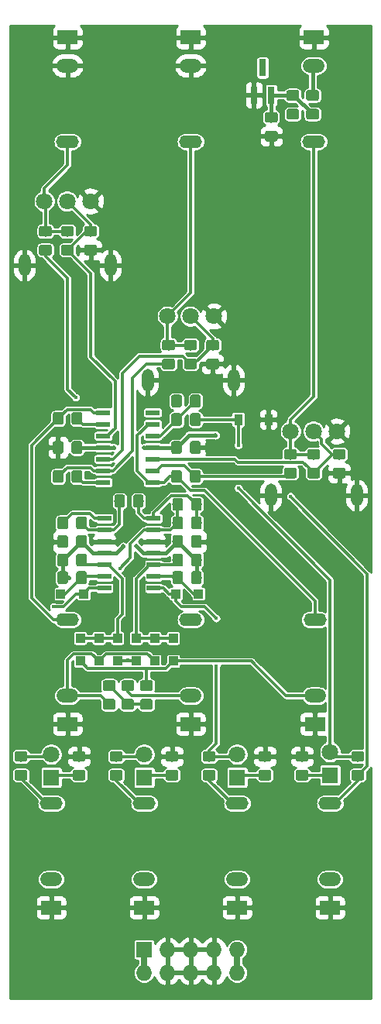
<source format=gbr>
G04 #@! TF.GenerationSoftware,KiCad,Pcbnew,(5.1.0)-1*
G04 #@! TF.CreationDate,2019-10-23T13:14:03-05:00*
G04 #@! TF.ProjectId,logiverter,6c6f6769-7665-4727-9465-722e6b696361,rev?*
G04 #@! TF.SameCoordinates,Original*
G04 #@! TF.FileFunction,Copper,L2,Bot*
G04 #@! TF.FilePolarity,Positive*
%FSLAX46Y46*%
G04 Gerber Fmt 4.6, Leading zero omitted, Abs format (unit mm)*
G04 Created by KiCad (PCBNEW (5.1.0)-1) date 2019-10-23 13:14:03*
%MOMM*%
%LPD*%
G04 APERTURE LIST*
%ADD10R,1.000000X1.000000*%
%ADD11O,2.400000X1.500000*%
%ADD12R,2.200000X1.500000*%
%ADD13O,2.500000X1.400000*%
%ADD14C,0.100000*%
%ADD15C,1.150000*%
%ADD16C,1.800000*%
%ADD17R,1.800000X1.800000*%
%ADD18R,0.900000X1.200000*%
%ADD19R,0.800000X1.900000*%
%ADD20R,1.500000X0.600000*%
%ADD21O,1.300000X2.500000*%
%ADD22O,1.727200X1.727200*%
%ADD23R,1.727200X1.727200*%
%ADD24C,0.450000*%
%ADD25C,0.500000*%
%ADD26C,0.300000*%
%ADD27C,0.450000*%
%ADD28C,0.700000*%
%ADD29C,0.254000*%
G04 APERTURE END LIST*
D10*
X84816000Y-157988000D03*
X82316000Y-157988000D03*
X97389000Y-157988000D03*
X94889000Y-157988000D03*
X84455000Y-165334000D03*
X84455000Y-162834000D03*
X88519000Y-165334000D03*
X88519000Y-162834000D03*
X86487000Y-165334000D03*
X86487000Y-162834000D03*
X94615000Y-162834000D03*
X94615000Y-165334000D03*
X90551000Y-162834000D03*
X90551000Y-165334000D03*
X92583000Y-162834000D03*
X92583000Y-165334000D03*
D11*
X109982000Y-100255000D03*
D12*
X109982000Y-97155000D03*
D13*
X109982000Y-108555000D03*
D14*
G36*
X105821005Y-105335204D02*
G01*
X105845273Y-105338804D01*
X105869072Y-105344765D01*
X105892171Y-105353030D01*
X105914350Y-105363520D01*
X105935393Y-105376132D01*
X105955099Y-105390747D01*
X105973277Y-105407223D01*
X105989753Y-105425401D01*
X106004368Y-105445107D01*
X106016980Y-105466150D01*
X106027470Y-105488329D01*
X106035735Y-105511428D01*
X106041696Y-105535227D01*
X106045296Y-105559495D01*
X106046500Y-105583999D01*
X106046500Y-106234001D01*
X106045296Y-106258505D01*
X106041696Y-106282773D01*
X106035735Y-106306572D01*
X106027470Y-106329671D01*
X106016980Y-106351850D01*
X106004368Y-106372893D01*
X105989753Y-106392599D01*
X105973277Y-106410777D01*
X105955099Y-106427253D01*
X105935393Y-106441868D01*
X105914350Y-106454480D01*
X105892171Y-106464970D01*
X105869072Y-106473235D01*
X105845273Y-106479196D01*
X105821005Y-106482796D01*
X105796501Y-106484000D01*
X104896499Y-106484000D01*
X104871995Y-106482796D01*
X104847727Y-106479196D01*
X104823928Y-106473235D01*
X104800829Y-106464970D01*
X104778650Y-106454480D01*
X104757607Y-106441868D01*
X104737901Y-106427253D01*
X104719723Y-106410777D01*
X104703247Y-106392599D01*
X104688632Y-106372893D01*
X104676020Y-106351850D01*
X104665530Y-106329671D01*
X104657265Y-106306572D01*
X104651304Y-106282773D01*
X104647704Y-106258505D01*
X104646500Y-106234001D01*
X104646500Y-105583999D01*
X104647704Y-105559495D01*
X104651304Y-105535227D01*
X104657265Y-105511428D01*
X104665530Y-105488329D01*
X104676020Y-105466150D01*
X104688632Y-105445107D01*
X104703247Y-105425401D01*
X104719723Y-105407223D01*
X104737901Y-105390747D01*
X104757607Y-105376132D01*
X104778650Y-105363520D01*
X104800829Y-105353030D01*
X104823928Y-105344765D01*
X104847727Y-105338804D01*
X104871995Y-105335204D01*
X104896499Y-105334000D01*
X105796501Y-105334000D01*
X105821005Y-105335204D01*
X105821005Y-105335204D01*
G37*
D15*
X105346500Y-105909000D03*
D14*
G36*
X105821005Y-107385204D02*
G01*
X105845273Y-107388804D01*
X105869072Y-107394765D01*
X105892171Y-107403030D01*
X105914350Y-107413520D01*
X105935393Y-107426132D01*
X105955099Y-107440747D01*
X105973277Y-107457223D01*
X105989753Y-107475401D01*
X106004368Y-107495107D01*
X106016980Y-107516150D01*
X106027470Y-107538329D01*
X106035735Y-107561428D01*
X106041696Y-107585227D01*
X106045296Y-107609495D01*
X106046500Y-107633999D01*
X106046500Y-108284001D01*
X106045296Y-108308505D01*
X106041696Y-108332773D01*
X106035735Y-108356572D01*
X106027470Y-108379671D01*
X106016980Y-108401850D01*
X106004368Y-108422893D01*
X105989753Y-108442599D01*
X105973277Y-108460777D01*
X105955099Y-108477253D01*
X105935393Y-108491868D01*
X105914350Y-108504480D01*
X105892171Y-108514970D01*
X105869072Y-108523235D01*
X105845273Y-108529196D01*
X105821005Y-108532796D01*
X105796501Y-108534000D01*
X104896499Y-108534000D01*
X104871995Y-108532796D01*
X104847727Y-108529196D01*
X104823928Y-108523235D01*
X104800829Y-108514970D01*
X104778650Y-108504480D01*
X104757607Y-108491868D01*
X104737901Y-108477253D01*
X104719723Y-108460777D01*
X104703247Y-108442599D01*
X104688632Y-108422893D01*
X104676020Y-108401850D01*
X104665530Y-108379671D01*
X104657265Y-108356572D01*
X104651304Y-108332773D01*
X104647704Y-108308505D01*
X104646500Y-108284001D01*
X104646500Y-107633999D01*
X104647704Y-107609495D01*
X104651304Y-107585227D01*
X104657265Y-107561428D01*
X104665530Y-107538329D01*
X104676020Y-107516150D01*
X104688632Y-107495107D01*
X104703247Y-107475401D01*
X104719723Y-107457223D01*
X104737901Y-107440747D01*
X104757607Y-107426132D01*
X104778650Y-107413520D01*
X104800829Y-107403030D01*
X104823928Y-107394765D01*
X104847727Y-107388804D01*
X104871995Y-107385204D01*
X104896499Y-107384000D01*
X105796501Y-107384000D01*
X105821005Y-107385204D01*
X105821005Y-107385204D01*
G37*
D15*
X105346500Y-107959000D03*
D14*
G36*
X110329505Y-104972204D02*
G01*
X110353773Y-104975804D01*
X110377572Y-104981765D01*
X110400671Y-104990030D01*
X110422850Y-105000520D01*
X110443893Y-105013132D01*
X110463599Y-105027747D01*
X110481777Y-105044223D01*
X110498253Y-105062401D01*
X110512868Y-105082107D01*
X110525480Y-105103150D01*
X110535970Y-105125329D01*
X110544235Y-105148428D01*
X110550196Y-105172227D01*
X110553796Y-105196495D01*
X110555000Y-105220999D01*
X110555000Y-105871001D01*
X110553796Y-105895505D01*
X110550196Y-105919773D01*
X110544235Y-105943572D01*
X110535970Y-105966671D01*
X110525480Y-105988850D01*
X110512868Y-106009893D01*
X110498253Y-106029599D01*
X110481777Y-106047777D01*
X110463599Y-106064253D01*
X110443893Y-106078868D01*
X110422850Y-106091480D01*
X110400671Y-106101970D01*
X110377572Y-106110235D01*
X110353773Y-106116196D01*
X110329505Y-106119796D01*
X110305001Y-106121000D01*
X109404999Y-106121000D01*
X109380495Y-106119796D01*
X109356227Y-106116196D01*
X109332428Y-106110235D01*
X109309329Y-106101970D01*
X109287150Y-106091480D01*
X109266107Y-106078868D01*
X109246401Y-106064253D01*
X109228223Y-106047777D01*
X109211747Y-106029599D01*
X109197132Y-106009893D01*
X109184520Y-105988850D01*
X109174030Y-105966671D01*
X109165765Y-105943572D01*
X109159804Y-105919773D01*
X109156204Y-105895505D01*
X109155000Y-105871001D01*
X109155000Y-105220999D01*
X109156204Y-105196495D01*
X109159804Y-105172227D01*
X109165765Y-105148428D01*
X109174030Y-105125329D01*
X109184520Y-105103150D01*
X109197132Y-105082107D01*
X109211747Y-105062401D01*
X109228223Y-105044223D01*
X109246401Y-105027747D01*
X109266107Y-105013132D01*
X109287150Y-105000520D01*
X109309329Y-104990030D01*
X109332428Y-104981765D01*
X109356227Y-104975804D01*
X109380495Y-104972204D01*
X109404999Y-104971000D01*
X110305001Y-104971000D01*
X110329505Y-104972204D01*
X110329505Y-104972204D01*
G37*
D15*
X109855000Y-105546000D03*
D14*
G36*
X110329505Y-102922204D02*
G01*
X110353773Y-102925804D01*
X110377572Y-102931765D01*
X110400671Y-102940030D01*
X110422850Y-102950520D01*
X110443893Y-102963132D01*
X110463599Y-102977747D01*
X110481777Y-102994223D01*
X110498253Y-103012401D01*
X110512868Y-103032107D01*
X110525480Y-103053150D01*
X110535970Y-103075329D01*
X110544235Y-103098428D01*
X110550196Y-103122227D01*
X110553796Y-103146495D01*
X110555000Y-103170999D01*
X110555000Y-103821001D01*
X110553796Y-103845505D01*
X110550196Y-103869773D01*
X110544235Y-103893572D01*
X110535970Y-103916671D01*
X110525480Y-103938850D01*
X110512868Y-103959893D01*
X110498253Y-103979599D01*
X110481777Y-103997777D01*
X110463599Y-104014253D01*
X110443893Y-104028868D01*
X110422850Y-104041480D01*
X110400671Y-104051970D01*
X110377572Y-104060235D01*
X110353773Y-104066196D01*
X110329505Y-104069796D01*
X110305001Y-104071000D01*
X109404999Y-104071000D01*
X109380495Y-104069796D01*
X109356227Y-104066196D01*
X109332428Y-104060235D01*
X109309329Y-104051970D01*
X109287150Y-104041480D01*
X109266107Y-104028868D01*
X109246401Y-104014253D01*
X109228223Y-103997777D01*
X109211747Y-103979599D01*
X109197132Y-103959893D01*
X109184520Y-103938850D01*
X109174030Y-103916671D01*
X109165765Y-103893572D01*
X109159804Y-103869773D01*
X109156204Y-103845505D01*
X109155000Y-103821001D01*
X109155000Y-103170999D01*
X109156204Y-103146495D01*
X109159804Y-103122227D01*
X109165765Y-103098428D01*
X109174030Y-103075329D01*
X109184520Y-103053150D01*
X109197132Y-103032107D01*
X109211747Y-103012401D01*
X109228223Y-102994223D01*
X109246401Y-102977747D01*
X109266107Y-102963132D01*
X109287150Y-102950520D01*
X109309329Y-102940030D01*
X109332428Y-102931765D01*
X109356227Y-102925804D01*
X109380495Y-102922204D01*
X109404999Y-102921000D01*
X110305001Y-102921000D01*
X110329505Y-102922204D01*
X110329505Y-102922204D01*
G37*
D15*
X109855000Y-103496000D03*
D14*
G36*
X110456505Y-142165204D02*
G01*
X110480773Y-142168804D01*
X110504572Y-142174765D01*
X110527671Y-142183030D01*
X110549850Y-142193520D01*
X110570893Y-142206132D01*
X110590599Y-142220747D01*
X110608777Y-142237223D01*
X110625253Y-142255401D01*
X110639868Y-142275107D01*
X110652480Y-142296150D01*
X110662970Y-142318329D01*
X110671235Y-142341428D01*
X110677196Y-142365227D01*
X110680796Y-142389495D01*
X110682000Y-142413999D01*
X110682000Y-143064001D01*
X110680796Y-143088505D01*
X110677196Y-143112773D01*
X110671235Y-143136572D01*
X110662970Y-143159671D01*
X110652480Y-143181850D01*
X110639868Y-143202893D01*
X110625253Y-143222599D01*
X110608777Y-143240777D01*
X110590599Y-143257253D01*
X110570893Y-143271868D01*
X110549850Y-143284480D01*
X110527671Y-143294970D01*
X110504572Y-143303235D01*
X110480773Y-143309196D01*
X110456505Y-143312796D01*
X110432001Y-143314000D01*
X109531999Y-143314000D01*
X109507495Y-143312796D01*
X109483227Y-143309196D01*
X109459428Y-143303235D01*
X109436329Y-143294970D01*
X109414150Y-143284480D01*
X109393107Y-143271868D01*
X109373401Y-143257253D01*
X109355223Y-143240777D01*
X109338747Y-143222599D01*
X109324132Y-143202893D01*
X109311520Y-143181850D01*
X109301030Y-143159671D01*
X109292765Y-143136572D01*
X109286804Y-143112773D01*
X109283204Y-143088505D01*
X109282000Y-143064001D01*
X109282000Y-142413999D01*
X109283204Y-142389495D01*
X109286804Y-142365227D01*
X109292765Y-142341428D01*
X109301030Y-142318329D01*
X109311520Y-142296150D01*
X109324132Y-142275107D01*
X109338747Y-142255401D01*
X109355223Y-142237223D01*
X109373401Y-142220747D01*
X109393107Y-142206132D01*
X109414150Y-142193520D01*
X109436329Y-142183030D01*
X109459428Y-142174765D01*
X109483227Y-142168804D01*
X109507495Y-142165204D01*
X109531999Y-142164000D01*
X110432001Y-142164000D01*
X110456505Y-142165204D01*
X110456505Y-142165204D01*
G37*
D15*
X109982000Y-142739000D03*
D14*
G36*
X110456505Y-144215204D02*
G01*
X110480773Y-144218804D01*
X110504572Y-144224765D01*
X110527671Y-144233030D01*
X110549850Y-144243520D01*
X110570893Y-144256132D01*
X110590599Y-144270747D01*
X110608777Y-144287223D01*
X110625253Y-144305401D01*
X110639868Y-144325107D01*
X110652480Y-144346150D01*
X110662970Y-144368329D01*
X110671235Y-144391428D01*
X110677196Y-144415227D01*
X110680796Y-144439495D01*
X110682000Y-144463999D01*
X110682000Y-145114001D01*
X110680796Y-145138505D01*
X110677196Y-145162773D01*
X110671235Y-145186572D01*
X110662970Y-145209671D01*
X110652480Y-145231850D01*
X110639868Y-145252893D01*
X110625253Y-145272599D01*
X110608777Y-145290777D01*
X110590599Y-145307253D01*
X110570893Y-145321868D01*
X110549850Y-145334480D01*
X110527671Y-145344970D01*
X110504572Y-145353235D01*
X110480773Y-145359196D01*
X110456505Y-145362796D01*
X110432001Y-145364000D01*
X109531999Y-145364000D01*
X109507495Y-145362796D01*
X109483227Y-145359196D01*
X109459428Y-145353235D01*
X109436329Y-145344970D01*
X109414150Y-145334480D01*
X109393107Y-145321868D01*
X109373401Y-145307253D01*
X109355223Y-145290777D01*
X109338747Y-145272599D01*
X109324132Y-145252893D01*
X109311520Y-145231850D01*
X109301030Y-145209671D01*
X109292765Y-145186572D01*
X109286804Y-145162773D01*
X109283204Y-145138505D01*
X109282000Y-145114001D01*
X109282000Y-144463999D01*
X109283204Y-144439495D01*
X109286804Y-144415227D01*
X109292765Y-144391428D01*
X109301030Y-144368329D01*
X109311520Y-144346150D01*
X109324132Y-144325107D01*
X109338747Y-144305401D01*
X109355223Y-144287223D01*
X109373401Y-144270747D01*
X109393107Y-144256132D01*
X109414150Y-144243520D01*
X109436329Y-144233030D01*
X109459428Y-144224765D01*
X109483227Y-144218804D01*
X109507495Y-144215204D01*
X109531999Y-144214000D01*
X110432001Y-144214000D01*
X110456505Y-144215204D01*
X110456505Y-144215204D01*
G37*
D15*
X109982000Y-144789000D03*
D14*
G36*
X108170505Y-102922204D02*
G01*
X108194773Y-102925804D01*
X108218572Y-102931765D01*
X108241671Y-102940030D01*
X108263850Y-102950520D01*
X108284893Y-102963132D01*
X108304599Y-102977747D01*
X108322777Y-102994223D01*
X108339253Y-103012401D01*
X108353868Y-103032107D01*
X108366480Y-103053150D01*
X108376970Y-103075329D01*
X108385235Y-103098428D01*
X108391196Y-103122227D01*
X108394796Y-103146495D01*
X108396000Y-103170999D01*
X108396000Y-103821001D01*
X108394796Y-103845505D01*
X108391196Y-103869773D01*
X108385235Y-103893572D01*
X108376970Y-103916671D01*
X108366480Y-103938850D01*
X108353868Y-103959893D01*
X108339253Y-103979599D01*
X108322777Y-103997777D01*
X108304599Y-104014253D01*
X108284893Y-104028868D01*
X108263850Y-104041480D01*
X108241671Y-104051970D01*
X108218572Y-104060235D01*
X108194773Y-104066196D01*
X108170505Y-104069796D01*
X108146001Y-104071000D01*
X107245999Y-104071000D01*
X107221495Y-104069796D01*
X107197227Y-104066196D01*
X107173428Y-104060235D01*
X107150329Y-104051970D01*
X107128150Y-104041480D01*
X107107107Y-104028868D01*
X107087401Y-104014253D01*
X107069223Y-103997777D01*
X107052747Y-103979599D01*
X107038132Y-103959893D01*
X107025520Y-103938850D01*
X107015030Y-103916671D01*
X107006765Y-103893572D01*
X107000804Y-103869773D01*
X106997204Y-103845505D01*
X106996000Y-103821001D01*
X106996000Y-103170999D01*
X106997204Y-103146495D01*
X107000804Y-103122227D01*
X107006765Y-103098428D01*
X107015030Y-103075329D01*
X107025520Y-103053150D01*
X107038132Y-103032107D01*
X107052747Y-103012401D01*
X107069223Y-102994223D01*
X107087401Y-102977747D01*
X107107107Y-102963132D01*
X107128150Y-102950520D01*
X107150329Y-102940030D01*
X107173428Y-102931765D01*
X107197227Y-102925804D01*
X107221495Y-102922204D01*
X107245999Y-102921000D01*
X108146001Y-102921000D01*
X108170505Y-102922204D01*
X108170505Y-102922204D01*
G37*
D15*
X107696000Y-103496000D03*
D14*
G36*
X108170505Y-104972204D02*
G01*
X108194773Y-104975804D01*
X108218572Y-104981765D01*
X108241671Y-104990030D01*
X108263850Y-105000520D01*
X108284893Y-105013132D01*
X108304599Y-105027747D01*
X108322777Y-105044223D01*
X108339253Y-105062401D01*
X108353868Y-105082107D01*
X108366480Y-105103150D01*
X108376970Y-105125329D01*
X108385235Y-105148428D01*
X108391196Y-105172227D01*
X108394796Y-105196495D01*
X108396000Y-105220999D01*
X108396000Y-105871001D01*
X108394796Y-105895505D01*
X108391196Y-105919773D01*
X108385235Y-105943572D01*
X108376970Y-105966671D01*
X108366480Y-105988850D01*
X108353868Y-106009893D01*
X108339253Y-106029599D01*
X108322777Y-106047777D01*
X108304599Y-106064253D01*
X108284893Y-106078868D01*
X108263850Y-106091480D01*
X108241671Y-106101970D01*
X108218572Y-106110235D01*
X108194773Y-106116196D01*
X108170505Y-106119796D01*
X108146001Y-106121000D01*
X107245999Y-106121000D01*
X107221495Y-106119796D01*
X107197227Y-106116196D01*
X107173428Y-106110235D01*
X107150329Y-106101970D01*
X107128150Y-106091480D01*
X107107107Y-106078868D01*
X107087401Y-106064253D01*
X107069223Y-106047777D01*
X107052747Y-106029599D01*
X107038132Y-106009893D01*
X107025520Y-105988850D01*
X107015030Y-105966671D01*
X107006765Y-105943572D01*
X107000804Y-105919773D01*
X106997204Y-105895505D01*
X106996000Y-105871001D01*
X106996000Y-105220999D01*
X106997204Y-105196495D01*
X107000804Y-105172227D01*
X107006765Y-105148428D01*
X107015030Y-105125329D01*
X107025520Y-105103150D01*
X107038132Y-105082107D01*
X107052747Y-105062401D01*
X107069223Y-105044223D01*
X107087401Y-105027747D01*
X107107107Y-105013132D01*
X107128150Y-105000520D01*
X107150329Y-104990030D01*
X107173428Y-104981765D01*
X107197227Y-104975804D01*
X107221495Y-104972204D01*
X107245999Y-104971000D01*
X108146001Y-104971000D01*
X108170505Y-104972204D01*
X108170505Y-104972204D01*
G37*
D15*
X107696000Y-105546000D03*
D14*
G36*
X113250505Y-142165204D02*
G01*
X113274773Y-142168804D01*
X113298572Y-142174765D01*
X113321671Y-142183030D01*
X113343850Y-142193520D01*
X113364893Y-142206132D01*
X113384599Y-142220747D01*
X113402777Y-142237223D01*
X113419253Y-142255401D01*
X113433868Y-142275107D01*
X113446480Y-142296150D01*
X113456970Y-142318329D01*
X113465235Y-142341428D01*
X113471196Y-142365227D01*
X113474796Y-142389495D01*
X113476000Y-142413999D01*
X113476000Y-143064001D01*
X113474796Y-143088505D01*
X113471196Y-143112773D01*
X113465235Y-143136572D01*
X113456970Y-143159671D01*
X113446480Y-143181850D01*
X113433868Y-143202893D01*
X113419253Y-143222599D01*
X113402777Y-143240777D01*
X113384599Y-143257253D01*
X113364893Y-143271868D01*
X113343850Y-143284480D01*
X113321671Y-143294970D01*
X113298572Y-143303235D01*
X113274773Y-143309196D01*
X113250505Y-143312796D01*
X113226001Y-143314000D01*
X112325999Y-143314000D01*
X112301495Y-143312796D01*
X112277227Y-143309196D01*
X112253428Y-143303235D01*
X112230329Y-143294970D01*
X112208150Y-143284480D01*
X112187107Y-143271868D01*
X112167401Y-143257253D01*
X112149223Y-143240777D01*
X112132747Y-143222599D01*
X112118132Y-143202893D01*
X112105520Y-143181850D01*
X112095030Y-143159671D01*
X112086765Y-143136572D01*
X112080804Y-143112773D01*
X112077204Y-143088505D01*
X112076000Y-143064001D01*
X112076000Y-142413999D01*
X112077204Y-142389495D01*
X112080804Y-142365227D01*
X112086765Y-142341428D01*
X112095030Y-142318329D01*
X112105520Y-142296150D01*
X112118132Y-142275107D01*
X112132747Y-142255401D01*
X112149223Y-142237223D01*
X112167401Y-142220747D01*
X112187107Y-142206132D01*
X112208150Y-142193520D01*
X112230329Y-142183030D01*
X112253428Y-142174765D01*
X112277227Y-142168804D01*
X112301495Y-142165204D01*
X112325999Y-142164000D01*
X113226001Y-142164000D01*
X113250505Y-142165204D01*
X113250505Y-142165204D01*
G37*
D15*
X112776000Y-142739000D03*
D14*
G36*
X113250505Y-144215204D02*
G01*
X113274773Y-144218804D01*
X113298572Y-144224765D01*
X113321671Y-144233030D01*
X113343850Y-144243520D01*
X113364893Y-144256132D01*
X113384599Y-144270747D01*
X113402777Y-144287223D01*
X113419253Y-144305401D01*
X113433868Y-144325107D01*
X113446480Y-144346150D01*
X113456970Y-144368329D01*
X113465235Y-144391428D01*
X113471196Y-144415227D01*
X113474796Y-144439495D01*
X113476000Y-144463999D01*
X113476000Y-145114001D01*
X113474796Y-145138505D01*
X113471196Y-145162773D01*
X113465235Y-145186572D01*
X113456970Y-145209671D01*
X113446480Y-145231850D01*
X113433868Y-145252893D01*
X113419253Y-145272599D01*
X113402777Y-145290777D01*
X113384599Y-145307253D01*
X113364893Y-145321868D01*
X113343850Y-145334480D01*
X113321671Y-145344970D01*
X113298572Y-145353235D01*
X113274773Y-145359196D01*
X113250505Y-145362796D01*
X113226001Y-145364000D01*
X112325999Y-145364000D01*
X112301495Y-145362796D01*
X112277227Y-145359196D01*
X112253428Y-145353235D01*
X112230329Y-145344970D01*
X112208150Y-145334480D01*
X112187107Y-145321868D01*
X112167401Y-145307253D01*
X112149223Y-145290777D01*
X112132747Y-145272599D01*
X112118132Y-145252893D01*
X112105520Y-145231850D01*
X112095030Y-145209671D01*
X112086765Y-145186572D01*
X112080804Y-145162773D01*
X112077204Y-145138505D01*
X112076000Y-145114001D01*
X112076000Y-144463999D01*
X112077204Y-144439495D01*
X112080804Y-144415227D01*
X112086765Y-144391428D01*
X112095030Y-144368329D01*
X112105520Y-144346150D01*
X112118132Y-144325107D01*
X112132747Y-144305401D01*
X112149223Y-144287223D01*
X112167401Y-144270747D01*
X112187107Y-144256132D01*
X112208150Y-144243520D01*
X112230329Y-144233030D01*
X112253428Y-144224765D01*
X112277227Y-144218804D01*
X112301495Y-144215204D01*
X112325999Y-144214000D01*
X113226001Y-144214000D01*
X113250505Y-144215204D01*
X113250505Y-144215204D01*
G37*
D15*
X112776000Y-144789000D03*
D11*
X110109000Y-169112000D03*
D12*
X110109000Y-172212000D03*
D13*
X110109000Y-160812000D03*
X96520000Y-160812000D03*
D12*
X96520000Y-172212000D03*
D11*
X96520000Y-169112000D03*
D14*
G36*
X115282505Y-177235204D02*
G01*
X115306773Y-177238804D01*
X115330572Y-177244765D01*
X115353671Y-177253030D01*
X115375850Y-177263520D01*
X115396893Y-177276132D01*
X115416599Y-177290747D01*
X115434777Y-177307223D01*
X115451253Y-177325401D01*
X115465868Y-177345107D01*
X115478480Y-177366150D01*
X115488970Y-177388329D01*
X115497235Y-177411428D01*
X115503196Y-177435227D01*
X115506796Y-177459495D01*
X115508000Y-177483999D01*
X115508000Y-178134001D01*
X115506796Y-178158505D01*
X115503196Y-178182773D01*
X115497235Y-178206572D01*
X115488970Y-178229671D01*
X115478480Y-178251850D01*
X115465868Y-178272893D01*
X115451253Y-178292599D01*
X115434777Y-178310777D01*
X115416599Y-178327253D01*
X115396893Y-178341868D01*
X115375850Y-178354480D01*
X115353671Y-178364970D01*
X115330572Y-178373235D01*
X115306773Y-178379196D01*
X115282505Y-178382796D01*
X115258001Y-178384000D01*
X114357999Y-178384000D01*
X114333495Y-178382796D01*
X114309227Y-178379196D01*
X114285428Y-178373235D01*
X114262329Y-178364970D01*
X114240150Y-178354480D01*
X114219107Y-178341868D01*
X114199401Y-178327253D01*
X114181223Y-178310777D01*
X114164747Y-178292599D01*
X114150132Y-178272893D01*
X114137520Y-178251850D01*
X114127030Y-178229671D01*
X114118765Y-178206572D01*
X114112804Y-178182773D01*
X114109204Y-178158505D01*
X114108000Y-178134001D01*
X114108000Y-177483999D01*
X114109204Y-177459495D01*
X114112804Y-177435227D01*
X114118765Y-177411428D01*
X114127030Y-177388329D01*
X114137520Y-177366150D01*
X114150132Y-177345107D01*
X114164747Y-177325401D01*
X114181223Y-177307223D01*
X114199401Y-177290747D01*
X114219107Y-177276132D01*
X114240150Y-177263520D01*
X114262329Y-177253030D01*
X114285428Y-177244765D01*
X114309227Y-177238804D01*
X114333495Y-177235204D01*
X114357999Y-177234000D01*
X115258001Y-177234000D01*
X115282505Y-177235204D01*
X115282505Y-177235204D01*
G37*
D15*
X114808000Y-177809000D03*
D14*
G36*
X115282505Y-175185204D02*
G01*
X115306773Y-175188804D01*
X115330572Y-175194765D01*
X115353671Y-175203030D01*
X115375850Y-175213520D01*
X115396893Y-175226132D01*
X115416599Y-175240747D01*
X115434777Y-175257223D01*
X115451253Y-175275401D01*
X115465868Y-175295107D01*
X115478480Y-175316150D01*
X115488970Y-175338329D01*
X115497235Y-175361428D01*
X115503196Y-175385227D01*
X115506796Y-175409495D01*
X115508000Y-175433999D01*
X115508000Y-176084001D01*
X115506796Y-176108505D01*
X115503196Y-176132773D01*
X115497235Y-176156572D01*
X115488970Y-176179671D01*
X115478480Y-176201850D01*
X115465868Y-176222893D01*
X115451253Y-176242599D01*
X115434777Y-176260777D01*
X115416599Y-176277253D01*
X115396893Y-176291868D01*
X115375850Y-176304480D01*
X115353671Y-176314970D01*
X115330572Y-176323235D01*
X115306773Y-176329196D01*
X115282505Y-176332796D01*
X115258001Y-176334000D01*
X114357999Y-176334000D01*
X114333495Y-176332796D01*
X114309227Y-176329196D01*
X114285428Y-176323235D01*
X114262329Y-176314970D01*
X114240150Y-176304480D01*
X114219107Y-176291868D01*
X114199401Y-176277253D01*
X114181223Y-176260777D01*
X114164747Y-176242599D01*
X114150132Y-176222893D01*
X114137520Y-176201850D01*
X114127030Y-176179671D01*
X114118765Y-176156572D01*
X114112804Y-176132773D01*
X114109204Y-176108505D01*
X114108000Y-176084001D01*
X114108000Y-175433999D01*
X114109204Y-175409495D01*
X114112804Y-175385227D01*
X114118765Y-175361428D01*
X114127030Y-175338329D01*
X114137520Y-175316150D01*
X114150132Y-175295107D01*
X114164747Y-175275401D01*
X114181223Y-175257223D01*
X114199401Y-175240747D01*
X114219107Y-175226132D01*
X114240150Y-175213520D01*
X114262329Y-175203030D01*
X114285428Y-175194765D01*
X114309227Y-175188804D01*
X114333495Y-175185204D01*
X114357999Y-175184000D01*
X115258001Y-175184000D01*
X115282505Y-175185204D01*
X115282505Y-175185204D01*
G37*
D15*
X114808000Y-175759000D03*
D14*
G36*
X97386505Y-138239204D02*
G01*
X97410773Y-138242804D01*
X97434572Y-138248765D01*
X97457671Y-138257030D01*
X97479850Y-138267520D01*
X97500893Y-138280132D01*
X97520599Y-138294747D01*
X97538777Y-138311223D01*
X97555253Y-138329401D01*
X97569868Y-138349107D01*
X97582480Y-138370150D01*
X97592970Y-138392329D01*
X97601235Y-138415428D01*
X97607196Y-138439227D01*
X97610796Y-138463495D01*
X97612000Y-138487999D01*
X97612000Y-139388001D01*
X97610796Y-139412505D01*
X97607196Y-139436773D01*
X97601235Y-139460572D01*
X97592970Y-139483671D01*
X97582480Y-139505850D01*
X97569868Y-139526893D01*
X97555253Y-139546599D01*
X97538777Y-139564777D01*
X97520599Y-139581253D01*
X97500893Y-139595868D01*
X97479850Y-139608480D01*
X97457671Y-139618970D01*
X97434572Y-139627235D01*
X97410773Y-139633196D01*
X97386505Y-139636796D01*
X97362001Y-139638000D01*
X96711999Y-139638000D01*
X96687495Y-139636796D01*
X96663227Y-139633196D01*
X96639428Y-139627235D01*
X96616329Y-139618970D01*
X96594150Y-139608480D01*
X96573107Y-139595868D01*
X96553401Y-139581253D01*
X96535223Y-139564777D01*
X96518747Y-139546599D01*
X96504132Y-139526893D01*
X96491520Y-139505850D01*
X96481030Y-139483671D01*
X96472765Y-139460572D01*
X96466804Y-139436773D01*
X96463204Y-139412505D01*
X96462000Y-139388001D01*
X96462000Y-138487999D01*
X96463204Y-138463495D01*
X96466804Y-138439227D01*
X96472765Y-138415428D01*
X96481030Y-138392329D01*
X96491520Y-138370150D01*
X96504132Y-138349107D01*
X96518747Y-138329401D01*
X96535223Y-138311223D01*
X96553401Y-138294747D01*
X96573107Y-138280132D01*
X96594150Y-138267520D01*
X96616329Y-138257030D01*
X96639428Y-138248765D01*
X96663227Y-138242804D01*
X96687495Y-138239204D01*
X96711999Y-138238000D01*
X97362001Y-138238000D01*
X97386505Y-138239204D01*
X97386505Y-138239204D01*
G37*
D15*
X97037000Y-138938000D03*
D14*
G36*
X95336505Y-138239204D02*
G01*
X95360773Y-138242804D01*
X95384572Y-138248765D01*
X95407671Y-138257030D01*
X95429850Y-138267520D01*
X95450893Y-138280132D01*
X95470599Y-138294747D01*
X95488777Y-138311223D01*
X95505253Y-138329401D01*
X95519868Y-138349107D01*
X95532480Y-138370150D01*
X95542970Y-138392329D01*
X95551235Y-138415428D01*
X95557196Y-138439227D01*
X95560796Y-138463495D01*
X95562000Y-138487999D01*
X95562000Y-139388001D01*
X95560796Y-139412505D01*
X95557196Y-139436773D01*
X95551235Y-139460572D01*
X95542970Y-139483671D01*
X95532480Y-139505850D01*
X95519868Y-139526893D01*
X95505253Y-139546599D01*
X95488777Y-139564777D01*
X95470599Y-139581253D01*
X95450893Y-139595868D01*
X95429850Y-139608480D01*
X95407671Y-139618970D01*
X95384572Y-139627235D01*
X95360773Y-139633196D01*
X95336505Y-139636796D01*
X95312001Y-139638000D01*
X94661999Y-139638000D01*
X94637495Y-139636796D01*
X94613227Y-139633196D01*
X94589428Y-139627235D01*
X94566329Y-139618970D01*
X94544150Y-139608480D01*
X94523107Y-139595868D01*
X94503401Y-139581253D01*
X94485223Y-139564777D01*
X94468747Y-139546599D01*
X94454132Y-139526893D01*
X94441520Y-139505850D01*
X94431030Y-139483671D01*
X94422765Y-139460572D01*
X94416804Y-139436773D01*
X94413204Y-139412505D01*
X94412000Y-139388001D01*
X94412000Y-138487999D01*
X94413204Y-138463495D01*
X94416804Y-138439227D01*
X94422765Y-138415428D01*
X94431030Y-138392329D01*
X94441520Y-138370150D01*
X94454132Y-138349107D01*
X94468747Y-138329401D01*
X94485223Y-138311223D01*
X94503401Y-138294747D01*
X94523107Y-138280132D01*
X94544150Y-138267520D01*
X94566329Y-138257030D01*
X94589428Y-138248765D01*
X94613227Y-138242804D01*
X94637495Y-138239204D01*
X94661999Y-138238000D01*
X95312001Y-138238000D01*
X95336505Y-138239204D01*
X95336505Y-138239204D01*
G37*
D15*
X94987000Y-138938000D03*
D14*
G36*
X109186505Y-177235204D02*
G01*
X109210773Y-177238804D01*
X109234572Y-177244765D01*
X109257671Y-177253030D01*
X109279850Y-177263520D01*
X109300893Y-177276132D01*
X109320599Y-177290747D01*
X109338777Y-177307223D01*
X109355253Y-177325401D01*
X109369868Y-177345107D01*
X109382480Y-177366150D01*
X109392970Y-177388329D01*
X109401235Y-177411428D01*
X109407196Y-177435227D01*
X109410796Y-177459495D01*
X109412000Y-177483999D01*
X109412000Y-178134001D01*
X109410796Y-178158505D01*
X109407196Y-178182773D01*
X109401235Y-178206572D01*
X109392970Y-178229671D01*
X109382480Y-178251850D01*
X109369868Y-178272893D01*
X109355253Y-178292599D01*
X109338777Y-178310777D01*
X109320599Y-178327253D01*
X109300893Y-178341868D01*
X109279850Y-178354480D01*
X109257671Y-178364970D01*
X109234572Y-178373235D01*
X109210773Y-178379196D01*
X109186505Y-178382796D01*
X109162001Y-178384000D01*
X108261999Y-178384000D01*
X108237495Y-178382796D01*
X108213227Y-178379196D01*
X108189428Y-178373235D01*
X108166329Y-178364970D01*
X108144150Y-178354480D01*
X108123107Y-178341868D01*
X108103401Y-178327253D01*
X108085223Y-178310777D01*
X108068747Y-178292599D01*
X108054132Y-178272893D01*
X108041520Y-178251850D01*
X108031030Y-178229671D01*
X108022765Y-178206572D01*
X108016804Y-178182773D01*
X108013204Y-178158505D01*
X108012000Y-178134001D01*
X108012000Y-177483999D01*
X108013204Y-177459495D01*
X108016804Y-177435227D01*
X108022765Y-177411428D01*
X108031030Y-177388329D01*
X108041520Y-177366150D01*
X108054132Y-177345107D01*
X108068747Y-177325401D01*
X108085223Y-177307223D01*
X108103401Y-177290747D01*
X108123107Y-177276132D01*
X108144150Y-177263520D01*
X108166329Y-177253030D01*
X108189428Y-177244765D01*
X108213227Y-177238804D01*
X108237495Y-177235204D01*
X108261999Y-177234000D01*
X109162001Y-177234000D01*
X109186505Y-177235204D01*
X109186505Y-177235204D01*
G37*
D15*
X108712000Y-177809000D03*
D14*
G36*
X109186505Y-175185204D02*
G01*
X109210773Y-175188804D01*
X109234572Y-175194765D01*
X109257671Y-175203030D01*
X109279850Y-175213520D01*
X109300893Y-175226132D01*
X109320599Y-175240747D01*
X109338777Y-175257223D01*
X109355253Y-175275401D01*
X109369868Y-175295107D01*
X109382480Y-175316150D01*
X109392970Y-175338329D01*
X109401235Y-175361428D01*
X109407196Y-175385227D01*
X109410796Y-175409495D01*
X109412000Y-175433999D01*
X109412000Y-176084001D01*
X109410796Y-176108505D01*
X109407196Y-176132773D01*
X109401235Y-176156572D01*
X109392970Y-176179671D01*
X109382480Y-176201850D01*
X109369868Y-176222893D01*
X109355253Y-176242599D01*
X109338777Y-176260777D01*
X109320599Y-176277253D01*
X109300893Y-176291868D01*
X109279850Y-176304480D01*
X109257671Y-176314970D01*
X109234572Y-176323235D01*
X109210773Y-176329196D01*
X109186505Y-176332796D01*
X109162001Y-176334000D01*
X108261999Y-176334000D01*
X108237495Y-176332796D01*
X108213227Y-176329196D01*
X108189428Y-176323235D01*
X108166329Y-176314970D01*
X108144150Y-176304480D01*
X108123107Y-176291868D01*
X108103401Y-176277253D01*
X108085223Y-176260777D01*
X108068747Y-176242599D01*
X108054132Y-176222893D01*
X108041520Y-176201850D01*
X108031030Y-176179671D01*
X108022765Y-176156572D01*
X108016804Y-176132773D01*
X108013204Y-176108505D01*
X108012000Y-176084001D01*
X108012000Y-175433999D01*
X108013204Y-175409495D01*
X108016804Y-175385227D01*
X108022765Y-175361428D01*
X108031030Y-175338329D01*
X108041520Y-175316150D01*
X108054132Y-175295107D01*
X108068747Y-175275401D01*
X108085223Y-175257223D01*
X108103401Y-175240747D01*
X108123107Y-175226132D01*
X108144150Y-175213520D01*
X108166329Y-175203030D01*
X108189428Y-175194765D01*
X108213227Y-175188804D01*
X108237495Y-175185204D01*
X108261999Y-175184000D01*
X109162001Y-175184000D01*
X109186505Y-175185204D01*
X109186505Y-175185204D01*
G37*
D15*
X108712000Y-175759000D03*
D14*
G36*
X97386505Y-136207204D02*
G01*
X97410773Y-136210804D01*
X97434572Y-136216765D01*
X97457671Y-136225030D01*
X97479850Y-136235520D01*
X97500893Y-136248132D01*
X97520599Y-136262747D01*
X97538777Y-136279223D01*
X97555253Y-136297401D01*
X97569868Y-136317107D01*
X97582480Y-136338150D01*
X97592970Y-136360329D01*
X97601235Y-136383428D01*
X97607196Y-136407227D01*
X97610796Y-136431495D01*
X97612000Y-136455999D01*
X97612000Y-137356001D01*
X97610796Y-137380505D01*
X97607196Y-137404773D01*
X97601235Y-137428572D01*
X97592970Y-137451671D01*
X97582480Y-137473850D01*
X97569868Y-137494893D01*
X97555253Y-137514599D01*
X97538777Y-137532777D01*
X97520599Y-137549253D01*
X97500893Y-137563868D01*
X97479850Y-137576480D01*
X97457671Y-137586970D01*
X97434572Y-137595235D01*
X97410773Y-137601196D01*
X97386505Y-137604796D01*
X97362001Y-137606000D01*
X96711999Y-137606000D01*
X96687495Y-137604796D01*
X96663227Y-137601196D01*
X96639428Y-137595235D01*
X96616329Y-137586970D01*
X96594150Y-137576480D01*
X96573107Y-137563868D01*
X96553401Y-137549253D01*
X96535223Y-137532777D01*
X96518747Y-137514599D01*
X96504132Y-137494893D01*
X96491520Y-137473850D01*
X96481030Y-137451671D01*
X96472765Y-137428572D01*
X96466804Y-137404773D01*
X96463204Y-137380505D01*
X96462000Y-137356001D01*
X96462000Y-136455999D01*
X96463204Y-136431495D01*
X96466804Y-136407227D01*
X96472765Y-136383428D01*
X96481030Y-136360329D01*
X96491520Y-136338150D01*
X96504132Y-136317107D01*
X96518747Y-136297401D01*
X96535223Y-136279223D01*
X96553401Y-136262747D01*
X96573107Y-136248132D01*
X96594150Y-136235520D01*
X96616329Y-136225030D01*
X96639428Y-136216765D01*
X96663227Y-136210804D01*
X96687495Y-136207204D01*
X96711999Y-136206000D01*
X97362001Y-136206000D01*
X97386505Y-136207204D01*
X97386505Y-136207204D01*
G37*
D15*
X97037000Y-136906000D03*
D14*
G36*
X95336505Y-136207204D02*
G01*
X95360773Y-136210804D01*
X95384572Y-136216765D01*
X95407671Y-136225030D01*
X95429850Y-136235520D01*
X95450893Y-136248132D01*
X95470599Y-136262747D01*
X95488777Y-136279223D01*
X95505253Y-136297401D01*
X95519868Y-136317107D01*
X95532480Y-136338150D01*
X95542970Y-136360329D01*
X95551235Y-136383428D01*
X95557196Y-136407227D01*
X95560796Y-136431495D01*
X95562000Y-136455999D01*
X95562000Y-137356001D01*
X95560796Y-137380505D01*
X95557196Y-137404773D01*
X95551235Y-137428572D01*
X95542970Y-137451671D01*
X95532480Y-137473850D01*
X95519868Y-137494893D01*
X95505253Y-137514599D01*
X95488777Y-137532777D01*
X95470599Y-137549253D01*
X95450893Y-137563868D01*
X95429850Y-137576480D01*
X95407671Y-137586970D01*
X95384572Y-137595235D01*
X95360773Y-137601196D01*
X95336505Y-137604796D01*
X95312001Y-137606000D01*
X94661999Y-137606000D01*
X94637495Y-137604796D01*
X94613227Y-137601196D01*
X94589428Y-137595235D01*
X94566329Y-137586970D01*
X94544150Y-137576480D01*
X94523107Y-137563868D01*
X94503401Y-137549253D01*
X94485223Y-137532777D01*
X94468747Y-137514599D01*
X94454132Y-137494893D01*
X94441520Y-137473850D01*
X94431030Y-137451671D01*
X94422765Y-137428572D01*
X94416804Y-137404773D01*
X94413204Y-137380505D01*
X94412000Y-137356001D01*
X94412000Y-136455999D01*
X94413204Y-136431495D01*
X94416804Y-136407227D01*
X94422765Y-136383428D01*
X94431030Y-136360329D01*
X94441520Y-136338150D01*
X94454132Y-136317107D01*
X94468747Y-136297401D01*
X94485223Y-136279223D01*
X94503401Y-136262747D01*
X94523107Y-136248132D01*
X94544150Y-136235520D01*
X94566329Y-136225030D01*
X94589428Y-136216765D01*
X94613227Y-136210804D01*
X94637495Y-136207204D01*
X94661999Y-136206000D01*
X95312001Y-136206000D01*
X95336505Y-136207204D01*
X95336505Y-136207204D01*
G37*
D15*
X94987000Y-136906000D03*
D11*
X111760000Y-189178000D03*
D12*
X111760000Y-192278000D03*
D13*
X111760000Y-180878000D03*
D16*
X111760000Y-175260000D03*
D17*
X111760000Y-177800000D03*
D18*
X105028000Y-138938000D03*
X101728000Y-138938000D03*
D19*
X104394000Y-100481000D03*
X103444000Y-103481000D03*
X105344000Y-103481000D03*
D14*
G36*
X97386505Y-144462204D02*
G01*
X97410773Y-144465804D01*
X97434572Y-144471765D01*
X97457671Y-144480030D01*
X97479850Y-144490520D01*
X97500893Y-144503132D01*
X97520599Y-144517747D01*
X97538777Y-144534223D01*
X97555253Y-144552401D01*
X97569868Y-144572107D01*
X97582480Y-144593150D01*
X97592970Y-144615329D01*
X97601235Y-144638428D01*
X97607196Y-144662227D01*
X97610796Y-144686495D01*
X97612000Y-144710999D01*
X97612000Y-145611001D01*
X97610796Y-145635505D01*
X97607196Y-145659773D01*
X97601235Y-145683572D01*
X97592970Y-145706671D01*
X97582480Y-145728850D01*
X97569868Y-145749893D01*
X97555253Y-145769599D01*
X97538777Y-145787777D01*
X97520599Y-145804253D01*
X97500893Y-145818868D01*
X97479850Y-145831480D01*
X97457671Y-145841970D01*
X97434572Y-145850235D01*
X97410773Y-145856196D01*
X97386505Y-145859796D01*
X97362001Y-145861000D01*
X96711999Y-145861000D01*
X96687495Y-145859796D01*
X96663227Y-145856196D01*
X96639428Y-145850235D01*
X96616329Y-145841970D01*
X96594150Y-145831480D01*
X96573107Y-145818868D01*
X96553401Y-145804253D01*
X96535223Y-145787777D01*
X96518747Y-145769599D01*
X96504132Y-145749893D01*
X96491520Y-145728850D01*
X96481030Y-145706671D01*
X96472765Y-145683572D01*
X96466804Y-145659773D01*
X96463204Y-145635505D01*
X96462000Y-145611001D01*
X96462000Y-144710999D01*
X96463204Y-144686495D01*
X96466804Y-144662227D01*
X96472765Y-144638428D01*
X96481030Y-144615329D01*
X96491520Y-144593150D01*
X96504132Y-144572107D01*
X96518747Y-144552401D01*
X96535223Y-144534223D01*
X96553401Y-144517747D01*
X96573107Y-144503132D01*
X96594150Y-144490520D01*
X96616329Y-144480030D01*
X96639428Y-144471765D01*
X96663227Y-144465804D01*
X96687495Y-144462204D01*
X96711999Y-144461000D01*
X97362001Y-144461000D01*
X97386505Y-144462204D01*
X97386505Y-144462204D01*
G37*
D15*
X97037000Y-145161000D03*
D14*
G36*
X95336505Y-144462204D02*
G01*
X95360773Y-144465804D01*
X95384572Y-144471765D01*
X95407671Y-144480030D01*
X95429850Y-144490520D01*
X95450893Y-144503132D01*
X95470599Y-144517747D01*
X95488777Y-144534223D01*
X95505253Y-144552401D01*
X95519868Y-144572107D01*
X95532480Y-144593150D01*
X95542970Y-144615329D01*
X95551235Y-144638428D01*
X95557196Y-144662227D01*
X95560796Y-144686495D01*
X95562000Y-144710999D01*
X95562000Y-145611001D01*
X95560796Y-145635505D01*
X95557196Y-145659773D01*
X95551235Y-145683572D01*
X95542970Y-145706671D01*
X95532480Y-145728850D01*
X95519868Y-145749893D01*
X95505253Y-145769599D01*
X95488777Y-145787777D01*
X95470599Y-145804253D01*
X95450893Y-145818868D01*
X95429850Y-145831480D01*
X95407671Y-145841970D01*
X95384572Y-145850235D01*
X95360773Y-145856196D01*
X95336505Y-145859796D01*
X95312001Y-145861000D01*
X94661999Y-145861000D01*
X94637495Y-145859796D01*
X94613227Y-145856196D01*
X94589428Y-145850235D01*
X94566329Y-145841970D01*
X94544150Y-145831480D01*
X94523107Y-145818868D01*
X94503401Y-145804253D01*
X94485223Y-145787777D01*
X94468747Y-145769599D01*
X94454132Y-145749893D01*
X94441520Y-145728850D01*
X94431030Y-145706671D01*
X94422765Y-145683572D01*
X94416804Y-145659773D01*
X94413204Y-145635505D01*
X94412000Y-145611001D01*
X94412000Y-144710999D01*
X94413204Y-144686495D01*
X94416804Y-144662227D01*
X94422765Y-144638428D01*
X94431030Y-144615329D01*
X94441520Y-144593150D01*
X94454132Y-144572107D01*
X94468747Y-144552401D01*
X94485223Y-144534223D01*
X94503401Y-144517747D01*
X94523107Y-144503132D01*
X94544150Y-144490520D01*
X94566329Y-144480030D01*
X94589428Y-144471765D01*
X94613227Y-144465804D01*
X94637495Y-144462204D01*
X94661999Y-144461000D01*
X95312001Y-144461000D01*
X95336505Y-144462204D01*
X95336505Y-144462204D01*
G37*
D15*
X94987000Y-145161000D03*
D20*
X87089000Y-149733000D03*
X87089000Y-151003000D03*
X87089000Y-152273000D03*
X87089000Y-153543000D03*
X87089000Y-154813000D03*
X87089000Y-156083000D03*
X87089000Y-157353000D03*
X92489000Y-157353000D03*
X92489000Y-156083000D03*
X92489000Y-154813000D03*
X92489000Y-153543000D03*
X92489000Y-152273000D03*
X92489000Y-151003000D03*
X92489000Y-149733000D03*
X86962000Y-138176000D03*
X86962000Y-139446000D03*
X86962000Y-140716000D03*
X86962000Y-141986000D03*
X86962000Y-143256000D03*
X86962000Y-144526000D03*
X86962000Y-145796000D03*
X92362000Y-145796000D03*
X92362000Y-144526000D03*
X92362000Y-143256000D03*
X92362000Y-141986000D03*
X92362000Y-140716000D03*
X92362000Y-139446000D03*
X92362000Y-138176000D03*
D21*
X114682000Y-147208000D03*
X105282000Y-147208000D03*
D16*
X107442000Y-140208000D03*
X109942000Y-140208000D03*
X112522000Y-140208000D03*
D21*
X101220000Y-134635000D03*
X91820000Y-134635000D03*
D16*
X93980000Y-127635000D03*
X96480000Y-127635000D03*
X99060000Y-127635000D03*
D21*
X87758000Y-122062000D03*
X78358000Y-122062000D03*
D16*
X80518000Y-115062000D03*
X83018000Y-115062000D03*
X85598000Y-115062000D03*
D14*
G36*
X88866505Y-177235204D02*
G01*
X88890773Y-177238804D01*
X88914572Y-177244765D01*
X88937671Y-177253030D01*
X88959850Y-177263520D01*
X88980893Y-177276132D01*
X89000599Y-177290747D01*
X89018777Y-177307223D01*
X89035253Y-177325401D01*
X89049868Y-177345107D01*
X89062480Y-177366150D01*
X89072970Y-177388329D01*
X89081235Y-177411428D01*
X89087196Y-177435227D01*
X89090796Y-177459495D01*
X89092000Y-177483999D01*
X89092000Y-178134001D01*
X89090796Y-178158505D01*
X89087196Y-178182773D01*
X89081235Y-178206572D01*
X89072970Y-178229671D01*
X89062480Y-178251850D01*
X89049868Y-178272893D01*
X89035253Y-178292599D01*
X89018777Y-178310777D01*
X89000599Y-178327253D01*
X88980893Y-178341868D01*
X88959850Y-178354480D01*
X88937671Y-178364970D01*
X88914572Y-178373235D01*
X88890773Y-178379196D01*
X88866505Y-178382796D01*
X88842001Y-178384000D01*
X87941999Y-178384000D01*
X87917495Y-178382796D01*
X87893227Y-178379196D01*
X87869428Y-178373235D01*
X87846329Y-178364970D01*
X87824150Y-178354480D01*
X87803107Y-178341868D01*
X87783401Y-178327253D01*
X87765223Y-178310777D01*
X87748747Y-178292599D01*
X87734132Y-178272893D01*
X87721520Y-178251850D01*
X87711030Y-178229671D01*
X87702765Y-178206572D01*
X87696804Y-178182773D01*
X87693204Y-178158505D01*
X87692000Y-178134001D01*
X87692000Y-177483999D01*
X87693204Y-177459495D01*
X87696804Y-177435227D01*
X87702765Y-177411428D01*
X87711030Y-177388329D01*
X87721520Y-177366150D01*
X87734132Y-177345107D01*
X87748747Y-177325401D01*
X87765223Y-177307223D01*
X87783401Y-177290747D01*
X87803107Y-177276132D01*
X87824150Y-177263520D01*
X87846329Y-177253030D01*
X87869428Y-177244765D01*
X87893227Y-177238804D01*
X87917495Y-177235204D01*
X87941999Y-177234000D01*
X88842001Y-177234000D01*
X88866505Y-177235204D01*
X88866505Y-177235204D01*
G37*
D15*
X88392000Y-177809000D03*
D14*
G36*
X88866505Y-175185204D02*
G01*
X88890773Y-175188804D01*
X88914572Y-175194765D01*
X88937671Y-175203030D01*
X88959850Y-175213520D01*
X88980893Y-175226132D01*
X89000599Y-175240747D01*
X89018777Y-175257223D01*
X89035253Y-175275401D01*
X89049868Y-175295107D01*
X89062480Y-175316150D01*
X89072970Y-175338329D01*
X89081235Y-175361428D01*
X89087196Y-175385227D01*
X89090796Y-175409495D01*
X89092000Y-175433999D01*
X89092000Y-176084001D01*
X89090796Y-176108505D01*
X89087196Y-176132773D01*
X89081235Y-176156572D01*
X89072970Y-176179671D01*
X89062480Y-176201850D01*
X89049868Y-176222893D01*
X89035253Y-176242599D01*
X89018777Y-176260777D01*
X89000599Y-176277253D01*
X88980893Y-176291868D01*
X88959850Y-176304480D01*
X88937671Y-176314970D01*
X88914572Y-176323235D01*
X88890773Y-176329196D01*
X88866505Y-176332796D01*
X88842001Y-176334000D01*
X87941999Y-176334000D01*
X87917495Y-176332796D01*
X87893227Y-176329196D01*
X87869428Y-176323235D01*
X87846329Y-176314970D01*
X87824150Y-176304480D01*
X87803107Y-176291868D01*
X87783401Y-176277253D01*
X87765223Y-176260777D01*
X87748747Y-176242599D01*
X87734132Y-176222893D01*
X87721520Y-176201850D01*
X87711030Y-176179671D01*
X87702765Y-176156572D01*
X87696804Y-176132773D01*
X87693204Y-176108505D01*
X87692000Y-176084001D01*
X87692000Y-175433999D01*
X87693204Y-175409495D01*
X87696804Y-175385227D01*
X87702765Y-175361428D01*
X87711030Y-175338329D01*
X87721520Y-175316150D01*
X87734132Y-175295107D01*
X87748747Y-175275401D01*
X87765223Y-175257223D01*
X87783401Y-175240747D01*
X87803107Y-175226132D01*
X87824150Y-175213520D01*
X87846329Y-175203030D01*
X87869428Y-175194765D01*
X87893227Y-175188804D01*
X87917495Y-175185204D01*
X87941999Y-175184000D01*
X88842001Y-175184000D01*
X88866505Y-175185204D01*
X88866505Y-175185204D01*
G37*
D15*
X88392000Y-175759000D03*
D14*
G36*
X78452505Y-177235204D02*
G01*
X78476773Y-177238804D01*
X78500572Y-177244765D01*
X78523671Y-177253030D01*
X78545850Y-177263520D01*
X78566893Y-177276132D01*
X78586599Y-177290747D01*
X78604777Y-177307223D01*
X78621253Y-177325401D01*
X78635868Y-177345107D01*
X78648480Y-177366150D01*
X78658970Y-177388329D01*
X78667235Y-177411428D01*
X78673196Y-177435227D01*
X78676796Y-177459495D01*
X78678000Y-177483999D01*
X78678000Y-178134001D01*
X78676796Y-178158505D01*
X78673196Y-178182773D01*
X78667235Y-178206572D01*
X78658970Y-178229671D01*
X78648480Y-178251850D01*
X78635868Y-178272893D01*
X78621253Y-178292599D01*
X78604777Y-178310777D01*
X78586599Y-178327253D01*
X78566893Y-178341868D01*
X78545850Y-178354480D01*
X78523671Y-178364970D01*
X78500572Y-178373235D01*
X78476773Y-178379196D01*
X78452505Y-178382796D01*
X78428001Y-178384000D01*
X77527999Y-178384000D01*
X77503495Y-178382796D01*
X77479227Y-178379196D01*
X77455428Y-178373235D01*
X77432329Y-178364970D01*
X77410150Y-178354480D01*
X77389107Y-178341868D01*
X77369401Y-178327253D01*
X77351223Y-178310777D01*
X77334747Y-178292599D01*
X77320132Y-178272893D01*
X77307520Y-178251850D01*
X77297030Y-178229671D01*
X77288765Y-178206572D01*
X77282804Y-178182773D01*
X77279204Y-178158505D01*
X77278000Y-178134001D01*
X77278000Y-177483999D01*
X77279204Y-177459495D01*
X77282804Y-177435227D01*
X77288765Y-177411428D01*
X77297030Y-177388329D01*
X77307520Y-177366150D01*
X77320132Y-177345107D01*
X77334747Y-177325401D01*
X77351223Y-177307223D01*
X77369401Y-177290747D01*
X77389107Y-177276132D01*
X77410150Y-177263520D01*
X77432329Y-177253030D01*
X77455428Y-177244765D01*
X77479227Y-177238804D01*
X77503495Y-177235204D01*
X77527999Y-177234000D01*
X78428001Y-177234000D01*
X78452505Y-177235204D01*
X78452505Y-177235204D01*
G37*
D15*
X77978000Y-177809000D03*
D14*
G36*
X78452505Y-175185204D02*
G01*
X78476773Y-175188804D01*
X78500572Y-175194765D01*
X78523671Y-175203030D01*
X78545850Y-175213520D01*
X78566893Y-175226132D01*
X78586599Y-175240747D01*
X78604777Y-175257223D01*
X78621253Y-175275401D01*
X78635868Y-175295107D01*
X78648480Y-175316150D01*
X78658970Y-175338329D01*
X78667235Y-175361428D01*
X78673196Y-175385227D01*
X78676796Y-175409495D01*
X78678000Y-175433999D01*
X78678000Y-176084001D01*
X78676796Y-176108505D01*
X78673196Y-176132773D01*
X78667235Y-176156572D01*
X78658970Y-176179671D01*
X78648480Y-176201850D01*
X78635868Y-176222893D01*
X78621253Y-176242599D01*
X78604777Y-176260777D01*
X78586599Y-176277253D01*
X78566893Y-176291868D01*
X78545850Y-176304480D01*
X78523671Y-176314970D01*
X78500572Y-176323235D01*
X78476773Y-176329196D01*
X78452505Y-176332796D01*
X78428001Y-176334000D01*
X77527999Y-176334000D01*
X77503495Y-176332796D01*
X77479227Y-176329196D01*
X77455428Y-176323235D01*
X77432329Y-176314970D01*
X77410150Y-176304480D01*
X77389107Y-176291868D01*
X77369401Y-176277253D01*
X77351223Y-176260777D01*
X77334747Y-176242599D01*
X77320132Y-176222893D01*
X77307520Y-176201850D01*
X77297030Y-176179671D01*
X77288765Y-176156572D01*
X77282804Y-176132773D01*
X77279204Y-176108505D01*
X77278000Y-176084001D01*
X77278000Y-175433999D01*
X77279204Y-175409495D01*
X77282804Y-175385227D01*
X77288765Y-175361428D01*
X77297030Y-175338329D01*
X77307520Y-175316150D01*
X77320132Y-175295107D01*
X77334747Y-175275401D01*
X77351223Y-175257223D01*
X77369401Y-175240747D01*
X77389107Y-175226132D01*
X77410150Y-175213520D01*
X77432329Y-175203030D01*
X77455428Y-175194765D01*
X77479227Y-175188804D01*
X77503495Y-175185204D01*
X77527999Y-175184000D01*
X78428001Y-175184000D01*
X78452505Y-175185204D01*
X78452505Y-175185204D01*
G37*
D15*
X77978000Y-175759000D03*
D14*
G36*
X99026505Y-175185204D02*
G01*
X99050773Y-175188804D01*
X99074572Y-175194765D01*
X99097671Y-175203030D01*
X99119850Y-175213520D01*
X99140893Y-175226132D01*
X99160599Y-175240747D01*
X99178777Y-175257223D01*
X99195253Y-175275401D01*
X99209868Y-175295107D01*
X99222480Y-175316150D01*
X99232970Y-175338329D01*
X99241235Y-175361428D01*
X99247196Y-175385227D01*
X99250796Y-175409495D01*
X99252000Y-175433999D01*
X99252000Y-176084001D01*
X99250796Y-176108505D01*
X99247196Y-176132773D01*
X99241235Y-176156572D01*
X99232970Y-176179671D01*
X99222480Y-176201850D01*
X99209868Y-176222893D01*
X99195253Y-176242599D01*
X99178777Y-176260777D01*
X99160599Y-176277253D01*
X99140893Y-176291868D01*
X99119850Y-176304480D01*
X99097671Y-176314970D01*
X99074572Y-176323235D01*
X99050773Y-176329196D01*
X99026505Y-176332796D01*
X99002001Y-176334000D01*
X98101999Y-176334000D01*
X98077495Y-176332796D01*
X98053227Y-176329196D01*
X98029428Y-176323235D01*
X98006329Y-176314970D01*
X97984150Y-176304480D01*
X97963107Y-176291868D01*
X97943401Y-176277253D01*
X97925223Y-176260777D01*
X97908747Y-176242599D01*
X97894132Y-176222893D01*
X97881520Y-176201850D01*
X97871030Y-176179671D01*
X97862765Y-176156572D01*
X97856804Y-176132773D01*
X97853204Y-176108505D01*
X97852000Y-176084001D01*
X97852000Y-175433999D01*
X97853204Y-175409495D01*
X97856804Y-175385227D01*
X97862765Y-175361428D01*
X97871030Y-175338329D01*
X97881520Y-175316150D01*
X97894132Y-175295107D01*
X97908747Y-175275401D01*
X97925223Y-175257223D01*
X97943401Y-175240747D01*
X97963107Y-175226132D01*
X97984150Y-175213520D01*
X98006329Y-175203030D01*
X98029428Y-175194765D01*
X98053227Y-175188804D01*
X98077495Y-175185204D01*
X98101999Y-175184000D01*
X99002001Y-175184000D01*
X99026505Y-175185204D01*
X99026505Y-175185204D01*
G37*
D15*
X98552000Y-175759000D03*
D14*
G36*
X99026505Y-177235204D02*
G01*
X99050773Y-177238804D01*
X99074572Y-177244765D01*
X99097671Y-177253030D01*
X99119850Y-177263520D01*
X99140893Y-177276132D01*
X99160599Y-177290747D01*
X99178777Y-177307223D01*
X99195253Y-177325401D01*
X99209868Y-177345107D01*
X99222480Y-177366150D01*
X99232970Y-177388329D01*
X99241235Y-177411428D01*
X99247196Y-177435227D01*
X99250796Y-177459495D01*
X99252000Y-177483999D01*
X99252000Y-178134001D01*
X99250796Y-178158505D01*
X99247196Y-178182773D01*
X99241235Y-178206572D01*
X99232970Y-178229671D01*
X99222480Y-178251850D01*
X99209868Y-178272893D01*
X99195253Y-178292599D01*
X99178777Y-178310777D01*
X99160599Y-178327253D01*
X99140893Y-178341868D01*
X99119850Y-178354480D01*
X99097671Y-178364970D01*
X99074572Y-178373235D01*
X99050773Y-178379196D01*
X99026505Y-178382796D01*
X99002001Y-178384000D01*
X98101999Y-178384000D01*
X98077495Y-178382796D01*
X98053227Y-178379196D01*
X98029428Y-178373235D01*
X98006329Y-178364970D01*
X97984150Y-178354480D01*
X97963107Y-178341868D01*
X97943401Y-178327253D01*
X97925223Y-178310777D01*
X97908747Y-178292599D01*
X97894132Y-178272893D01*
X97881520Y-178251850D01*
X97871030Y-178229671D01*
X97862765Y-178206572D01*
X97856804Y-178182773D01*
X97853204Y-178158505D01*
X97852000Y-178134001D01*
X97852000Y-177483999D01*
X97853204Y-177459495D01*
X97856804Y-177435227D01*
X97862765Y-177411428D01*
X97871030Y-177388329D01*
X97881520Y-177366150D01*
X97894132Y-177345107D01*
X97908747Y-177325401D01*
X97925223Y-177307223D01*
X97943401Y-177290747D01*
X97963107Y-177276132D01*
X97984150Y-177263520D01*
X98006329Y-177253030D01*
X98029428Y-177244765D01*
X98053227Y-177238804D01*
X98077495Y-177235204D01*
X98101999Y-177234000D01*
X99002001Y-177234000D01*
X99026505Y-177235204D01*
X99026505Y-177235204D01*
G37*
D15*
X98552000Y-177809000D03*
D14*
G36*
X84802505Y-177235204D02*
G01*
X84826773Y-177238804D01*
X84850572Y-177244765D01*
X84873671Y-177253030D01*
X84895850Y-177263520D01*
X84916893Y-177276132D01*
X84936599Y-177290747D01*
X84954777Y-177307223D01*
X84971253Y-177325401D01*
X84985868Y-177345107D01*
X84998480Y-177366150D01*
X85008970Y-177388329D01*
X85017235Y-177411428D01*
X85023196Y-177435227D01*
X85026796Y-177459495D01*
X85028000Y-177483999D01*
X85028000Y-178134001D01*
X85026796Y-178158505D01*
X85023196Y-178182773D01*
X85017235Y-178206572D01*
X85008970Y-178229671D01*
X84998480Y-178251850D01*
X84985868Y-178272893D01*
X84971253Y-178292599D01*
X84954777Y-178310777D01*
X84936599Y-178327253D01*
X84916893Y-178341868D01*
X84895850Y-178354480D01*
X84873671Y-178364970D01*
X84850572Y-178373235D01*
X84826773Y-178379196D01*
X84802505Y-178382796D01*
X84778001Y-178384000D01*
X83877999Y-178384000D01*
X83853495Y-178382796D01*
X83829227Y-178379196D01*
X83805428Y-178373235D01*
X83782329Y-178364970D01*
X83760150Y-178354480D01*
X83739107Y-178341868D01*
X83719401Y-178327253D01*
X83701223Y-178310777D01*
X83684747Y-178292599D01*
X83670132Y-178272893D01*
X83657520Y-178251850D01*
X83647030Y-178229671D01*
X83638765Y-178206572D01*
X83632804Y-178182773D01*
X83629204Y-178158505D01*
X83628000Y-178134001D01*
X83628000Y-177483999D01*
X83629204Y-177459495D01*
X83632804Y-177435227D01*
X83638765Y-177411428D01*
X83647030Y-177388329D01*
X83657520Y-177366150D01*
X83670132Y-177345107D01*
X83684747Y-177325401D01*
X83701223Y-177307223D01*
X83719401Y-177290747D01*
X83739107Y-177276132D01*
X83760150Y-177263520D01*
X83782329Y-177253030D01*
X83805428Y-177244765D01*
X83829227Y-177238804D01*
X83853495Y-177235204D01*
X83877999Y-177234000D01*
X84778001Y-177234000D01*
X84802505Y-177235204D01*
X84802505Y-177235204D01*
G37*
D15*
X84328000Y-177809000D03*
D14*
G36*
X84802505Y-175185204D02*
G01*
X84826773Y-175188804D01*
X84850572Y-175194765D01*
X84873671Y-175203030D01*
X84895850Y-175213520D01*
X84916893Y-175226132D01*
X84936599Y-175240747D01*
X84954777Y-175257223D01*
X84971253Y-175275401D01*
X84985868Y-175295107D01*
X84998480Y-175316150D01*
X85008970Y-175338329D01*
X85017235Y-175361428D01*
X85023196Y-175385227D01*
X85026796Y-175409495D01*
X85028000Y-175433999D01*
X85028000Y-176084001D01*
X85026796Y-176108505D01*
X85023196Y-176132773D01*
X85017235Y-176156572D01*
X85008970Y-176179671D01*
X84998480Y-176201850D01*
X84985868Y-176222893D01*
X84971253Y-176242599D01*
X84954777Y-176260777D01*
X84936599Y-176277253D01*
X84916893Y-176291868D01*
X84895850Y-176304480D01*
X84873671Y-176314970D01*
X84850572Y-176323235D01*
X84826773Y-176329196D01*
X84802505Y-176332796D01*
X84778001Y-176334000D01*
X83877999Y-176334000D01*
X83853495Y-176332796D01*
X83829227Y-176329196D01*
X83805428Y-176323235D01*
X83782329Y-176314970D01*
X83760150Y-176304480D01*
X83739107Y-176291868D01*
X83719401Y-176277253D01*
X83701223Y-176260777D01*
X83684747Y-176242599D01*
X83670132Y-176222893D01*
X83657520Y-176201850D01*
X83647030Y-176179671D01*
X83638765Y-176156572D01*
X83632804Y-176132773D01*
X83629204Y-176108505D01*
X83628000Y-176084001D01*
X83628000Y-175433999D01*
X83629204Y-175409495D01*
X83632804Y-175385227D01*
X83638765Y-175361428D01*
X83647030Y-175338329D01*
X83657520Y-175316150D01*
X83670132Y-175295107D01*
X83684747Y-175275401D01*
X83701223Y-175257223D01*
X83719401Y-175240747D01*
X83739107Y-175226132D01*
X83760150Y-175213520D01*
X83782329Y-175203030D01*
X83805428Y-175194765D01*
X83829227Y-175188804D01*
X83853495Y-175185204D01*
X83877999Y-175184000D01*
X84778001Y-175184000D01*
X84802505Y-175185204D01*
X84802505Y-175185204D01*
G37*
D15*
X84328000Y-175759000D03*
D14*
G36*
X105122505Y-175185204D02*
G01*
X105146773Y-175188804D01*
X105170572Y-175194765D01*
X105193671Y-175203030D01*
X105215850Y-175213520D01*
X105236893Y-175226132D01*
X105256599Y-175240747D01*
X105274777Y-175257223D01*
X105291253Y-175275401D01*
X105305868Y-175295107D01*
X105318480Y-175316150D01*
X105328970Y-175338329D01*
X105337235Y-175361428D01*
X105343196Y-175385227D01*
X105346796Y-175409495D01*
X105348000Y-175433999D01*
X105348000Y-176084001D01*
X105346796Y-176108505D01*
X105343196Y-176132773D01*
X105337235Y-176156572D01*
X105328970Y-176179671D01*
X105318480Y-176201850D01*
X105305868Y-176222893D01*
X105291253Y-176242599D01*
X105274777Y-176260777D01*
X105256599Y-176277253D01*
X105236893Y-176291868D01*
X105215850Y-176304480D01*
X105193671Y-176314970D01*
X105170572Y-176323235D01*
X105146773Y-176329196D01*
X105122505Y-176332796D01*
X105098001Y-176334000D01*
X104197999Y-176334000D01*
X104173495Y-176332796D01*
X104149227Y-176329196D01*
X104125428Y-176323235D01*
X104102329Y-176314970D01*
X104080150Y-176304480D01*
X104059107Y-176291868D01*
X104039401Y-176277253D01*
X104021223Y-176260777D01*
X104004747Y-176242599D01*
X103990132Y-176222893D01*
X103977520Y-176201850D01*
X103967030Y-176179671D01*
X103958765Y-176156572D01*
X103952804Y-176132773D01*
X103949204Y-176108505D01*
X103948000Y-176084001D01*
X103948000Y-175433999D01*
X103949204Y-175409495D01*
X103952804Y-175385227D01*
X103958765Y-175361428D01*
X103967030Y-175338329D01*
X103977520Y-175316150D01*
X103990132Y-175295107D01*
X104004747Y-175275401D01*
X104021223Y-175257223D01*
X104039401Y-175240747D01*
X104059107Y-175226132D01*
X104080150Y-175213520D01*
X104102329Y-175203030D01*
X104125428Y-175194765D01*
X104149227Y-175188804D01*
X104173495Y-175185204D01*
X104197999Y-175184000D01*
X105098001Y-175184000D01*
X105122505Y-175185204D01*
X105122505Y-175185204D01*
G37*
D15*
X104648000Y-175759000D03*
D14*
G36*
X105122505Y-177235204D02*
G01*
X105146773Y-177238804D01*
X105170572Y-177244765D01*
X105193671Y-177253030D01*
X105215850Y-177263520D01*
X105236893Y-177276132D01*
X105256599Y-177290747D01*
X105274777Y-177307223D01*
X105291253Y-177325401D01*
X105305868Y-177345107D01*
X105318480Y-177366150D01*
X105328970Y-177388329D01*
X105337235Y-177411428D01*
X105343196Y-177435227D01*
X105346796Y-177459495D01*
X105348000Y-177483999D01*
X105348000Y-178134001D01*
X105346796Y-178158505D01*
X105343196Y-178182773D01*
X105337235Y-178206572D01*
X105328970Y-178229671D01*
X105318480Y-178251850D01*
X105305868Y-178272893D01*
X105291253Y-178292599D01*
X105274777Y-178310777D01*
X105256599Y-178327253D01*
X105236893Y-178341868D01*
X105215850Y-178354480D01*
X105193671Y-178364970D01*
X105170572Y-178373235D01*
X105146773Y-178379196D01*
X105122505Y-178382796D01*
X105098001Y-178384000D01*
X104197999Y-178384000D01*
X104173495Y-178382796D01*
X104149227Y-178379196D01*
X104125428Y-178373235D01*
X104102329Y-178364970D01*
X104080150Y-178354480D01*
X104059107Y-178341868D01*
X104039401Y-178327253D01*
X104021223Y-178310777D01*
X104004747Y-178292599D01*
X103990132Y-178272893D01*
X103977520Y-178251850D01*
X103967030Y-178229671D01*
X103958765Y-178206572D01*
X103952804Y-178182773D01*
X103949204Y-178158505D01*
X103948000Y-178134001D01*
X103948000Y-177483999D01*
X103949204Y-177459495D01*
X103952804Y-177435227D01*
X103958765Y-177411428D01*
X103967030Y-177388329D01*
X103977520Y-177366150D01*
X103990132Y-177345107D01*
X104004747Y-177325401D01*
X104021223Y-177307223D01*
X104039401Y-177290747D01*
X104059107Y-177276132D01*
X104080150Y-177263520D01*
X104102329Y-177253030D01*
X104125428Y-177244765D01*
X104149227Y-177238804D01*
X104173495Y-177235204D01*
X104197999Y-177234000D01*
X105098001Y-177234000D01*
X105122505Y-177235204D01*
X105122505Y-177235204D01*
G37*
D15*
X104648000Y-177809000D03*
D14*
G36*
X84940505Y-155511204D02*
G01*
X84964773Y-155514804D01*
X84988572Y-155520765D01*
X85011671Y-155529030D01*
X85033850Y-155539520D01*
X85054893Y-155552132D01*
X85074599Y-155566747D01*
X85092777Y-155583223D01*
X85109253Y-155601401D01*
X85123868Y-155621107D01*
X85136480Y-155642150D01*
X85146970Y-155664329D01*
X85155235Y-155687428D01*
X85161196Y-155711227D01*
X85164796Y-155735495D01*
X85166000Y-155759999D01*
X85166000Y-156660001D01*
X85164796Y-156684505D01*
X85161196Y-156708773D01*
X85155235Y-156732572D01*
X85146970Y-156755671D01*
X85136480Y-156777850D01*
X85123868Y-156798893D01*
X85109253Y-156818599D01*
X85092777Y-156836777D01*
X85074599Y-156853253D01*
X85054893Y-156867868D01*
X85033850Y-156880480D01*
X85011671Y-156890970D01*
X84988572Y-156899235D01*
X84964773Y-156905196D01*
X84940505Y-156908796D01*
X84916001Y-156910000D01*
X84265999Y-156910000D01*
X84241495Y-156908796D01*
X84217227Y-156905196D01*
X84193428Y-156899235D01*
X84170329Y-156890970D01*
X84148150Y-156880480D01*
X84127107Y-156867868D01*
X84107401Y-156853253D01*
X84089223Y-156836777D01*
X84072747Y-156818599D01*
X84058132Y-156798893D01*
X84045520Y-156777850D01*
X84035030Y-156755671D01*
X84026765Y-156732572D01*
X84020804Y-156708773D01*
X84017204Y-156684505D01*
X84016000Y-156660001D01*
X84016000Y-155759999D01*
X84017204Y-155735495D01*
X84020804Y-155711227D01*
X84026765Y-155687428D01*
X84035030Y-155664329D01*
X84045520Y-155642150D01*
X84058132Y-155621107D01*
X84072747Y-155601401D01*
X84089223Y-155583223D01*
X84107401Y-155566747D01*
X84127107Y-155552132D01*
X84148150Y-155539520D01*
X84170329Y-155529030D01*
X84193428Y-155520765D01*
X84217227Y-155514804D01*
X84241495Y-155511204D01*
X84265999Y-155510000D01*
X84916001Y-155510000D01*
X84940505Y-155511204D01*
X84940505Y-155511204D01*
G37*
D15*
X84591000Y-156210000D03*
D14*
G36*
X82890505Y-155511204D02*
G01*
X82914773Y-155514804D01*
X82938572Y-155520765D01*
X82961671Y-155529030D01*
X82983850Y-155539520D01*
X83004893Y-155552132D01*
X83024599Y-155566747D01*
X83042777Y-155583223D01*
X83059253Y-155601401D01*
X83073868Y-155621107D01*
X83086480Y-155642150D01*
X83096970Y-155664329D01*
X83105235Y-155687428D01*
X83111196Y-155711227D01*
X83114796Y-155735495D01*
X83116000Y-155759999D01*
X83116000Y-156660001D01*
X83114796Y-156684505D01*
X83111196Y-156708773D01*
X83105235Y-156732572D01*
X83096970Y-156755671D01*
X83086480Y-156777850D01*
X83073868Y-156798893D01*
X83059253Y-156818599D01*
X83042777Y-156836777D01*
X83024599Y-156853253D01*
X83004893Y-156867868D01*
X82983850Y-156880480D01*
X82961671Y-156890970D01*
X82938572Y-156899235D01*
X82914773Y-156905196D01*
X82890505Y-156908796D01*
X82866001Y-156910000D01*
X82215999Y-156910000D01*
X82191495Y-156908796D01*
X82167227Y-156905196D01*
X82143428Y-156899235D01*
X82120329Y-156890970D01*
X82098150Y-156880480D01*
X82077107Y-156867868D01*
X82057401Y-156853253D01*
X82039223Y-156836777D01*
X82022747Y-156818599D01*
X82008132Y-156798893D01*
X81995520Y-156777850D01*
X81985030Y-156755671D01*
X81976765Y-156732572D01*
X81970804Y-156708773D01*
X81967204Y-156684505D01*
X81966000Y-156660001D01*
X81966000Y-155759999D01*
X81967204Y-155735495D01*
X81970804Y-155711227D01*
X81976765Y-155687428D01*
X81985030Y-155664329D01*
X81995520Y-155642150D01*
X82008132Y-155621107D01*
X82022747Y-155601401D01*
X82039223Y-155583223D01*
X82057401Y-155566747D01*
X82077107Y-155552132D01*
X82098150Y-155539520D01*
X82120329Y-155529030D01*
X82143428Y-155520765D01*
X82167227Y-155514804D01*
X82191495Y-155511204D01*
X82215999Y-155510000D01*
X82866001Y-155510000D01*
X82890505Y-155511204D01*
X82890505Y-155511204D01*
G37*
D15*
X82541000Y-156210000D03*
D14*
G36*
X95463505Y-155511204D02*
G01*
X95487773Y-155514804D01*
X95511572Y-155520765D01*
X95534671Y-155529030D01*
X95556850Y-155539520D01*
X95577893Y-155552132D01*
X95597599Y-155566747D01*
X95615777Y-155583223D01*
X95632253Y-155601401D01*
X95646868Y-155621107D01*
X95659480Y-155642150D01*
X95669970Y-155664329D01*
X95678235Y-155687428D01*
X95684196Y-155711227D01*
X95687796Y-155735495D01*
X95689000Y-155759999D01*
X95689000Y-156660001D01*
X95687796Y-156684505D01*
X95684196Y-156708773D01*
X95678235Y-156732572D01*
X95669970Y-156755671D01*
X95659480Y-156777850D01*
X95646868Y-156798893D01*
X95632253Y-156818599D01*
X95615777Y-156836777D01*
X95597599Y-156853253D01*
X95577893Y-156867868D01*
X95556850Y-156880480D01*
X95534671Y-156890970D01*
X95511572Y-156899235D01*
X95487773Y-156905196D01*
X95463505Y-156908796D01*
X95439001Y-156910000D01*
X94788999Y-156910000D01*
X94764495Y-156908796D01*
X94740227Y-156905196D01*
X94716428Y-156899235D01*
X94693329Y-156890970D01*
X94671150Y-156880480D01*
X94650107Y-156867868D01*
X94630401Y-156853253D01*
X94612223Y-156836777D01*
X94595747Y-156818599D01*
X94581132Y-156798893D01*
X94568520Y-156777850D01*
X94558030Y-156755671D01*
X94549765Y-156732572D01*
X94543804Y-156708773D01*
X94540204Y-156684505D01*
X94539000Y-156660001D01*
X94539000Y-155759999D01*
X94540204Y-155735495D01*
X94543804Y-155711227D01*
X94549765Y-155687428D01*
X94558030Y-155664329D01*
X94568520Y-155642150D01*
X94581132Y-155621107D01*
X94595747Y-155601401D01*
X94612223Y-155583223D01*
X94630401Y-155566747D01*
X94650107Y-155552132D01*
X94671150Y-155539520D01*
X94693329Y-155529030D01*
X94716428Y-155520765D01*
X94740227Y-155514804D01*
X94764495Y-155511204D01*
X94788999Y-155510000D01*
X95439001Y-155510000D01*
X95463505Y-155511204D01*
X95463505Y-155511204D01*
G37*
D15*
X95114000Y-156210000D03*
D14*
G36*
X97513505Y-155511204D02*
G01*
X97537773Y-155514804D01*
X97561572Y-155520765D01*
X97584671Y-155529030D01*
X97606850Y-155539520D01*
X97627893Y-155552132D01*
X97647599Y-155566747D01*
X97665777Y-155583223D01*
X97682253Y-155601401D01*
X97696868Y-155621107D01*
X97709480Y-155642150D01*
X97719970Y-155664329D01*
X97728235Y-155687428D01*
X97734196Y-155711227D01*
X97737796Y-155735495D01*
X97739000Y-155759999D01*
X97739000Y-156660001D01*
X97737796Y-156684505D01*
X97734196Y-156708773D01*
X97728235Y-156732572D01*
X97719970Y-156755671D01*
X97709480Y-156777850D01*
X97696868Y-156798893D01*
X97682253Y-156818599D01*
X97665777Y-156836777D01*
X97647599Y-156853253D01*
X97627893Y-156867868D01*
X97606850Y-156880480D01*
X97584671Y-156890970D01*
X97561572Y-156899235D01*
X97537773Y-156905196D01*
X97513505Y-156908796D01*
X97489001Y-156910000D01*
X96838999Y-156910000D01*
X96814495Y-156908796D01*
X96790227Y-156905196D01*
X96766428Y-156899235D01*
X96743329Y-156890970D01*
X96721150Y-156880480D01*
X96700107Y-156867868D01*
X96680401Y-156853253D01*
X96662223Y-156836777D01*
X96645747Y-156818599D01*
X96631132Y-156798893D01*
X96618520Y-156777850D01*
X96608030Y-156755671D01*
X96599765Y-156732572D01*
X96593804Y-156708773D01*
X96590204Y-156684505D01*
X96589000Y-156660001D01*
X96589000Y-155759999D01*
X96590204Y-155735495D01*
X96593804Y-155711227D01*
X96599765Y-155687428D01*
X96608030Y-155664329D01*
X96618520Y-155642150D01*
X96631132Y-155621107D01*
X96645747Y-155601401D01*
X96662223Y-155583223D01*
X96680401Y-155566747D01*
X96700107Y-155552132D01*
X96721150Y-155539520D01*
X96743329Y-155529030D01*
X96766428Y-155520765D01*
X96790227Y-155514804D01*
X96814495Y-155511204D01*
X96838999Y-155510000D01*
X97489001Y-155510000D01*
X97513505Y-155511204D01*
X97513505Y-155511204D01*
G37*
D15*
X97164000Y-156210000D03*
D14*
G36*
X84940505Y-153606204D02*
G01*
X84964773Y-153609804D01*
X84988572Y-153615765D01*
X85011671Y-153624030D01*
X85033850Y-153634520D01*
X85054893Y-153647132D01*
X85074599Y-153661747D01*
X85092777Y-153678223D01*
X85109253Y-153696401D01*
X85123868Y-153716107D01*
X85136480Y-153737150D01*
X85146970Y-153759329D01*
X85155235Y-153782428D01*
X85161196Y-153806227D01*
X85164796Y-153830495D01*
X85166000Y-153854999D01*
X85166000Y-154755001D01*
X85164796Y-154779505D01*
X85161196Y-154803773D01*
X85155235Y-154827572D01*
X85146970Y-154850671D01*
X85136480Y-154872850D01*
X85123868Y-154893893D01*
X85109253Y-154913599D01*
X85092777Y-154931777D01*
X85074599Y-154948253D01*
X85054893Y-154962868D01*
X85033850Y-154975480D01*
X85011671Y-154985970D01*
X84988572Y-154994235D01*
X84964773Y-155000196D01*
X84940505Y-155003796D01*
X84916001Y-155005000D01*
X84265999Y-155005000D01*
X84241495Y-155003796D01*
X84217227Y-155000196D01*
X84193428Y-154994235D01*
X84170329Y-154985970D01*
X84148150Y-154975480D01*
X84127107Y-154962868D01*
X84107401Y-154948253D01*
X84089223Y-154931777D01*
X84072747Y-154913599D01*
X84058132Y-154893893D01*
X84045520Y-154872850D01*
X84035030Y-154850671D01*
X84026765Y-154827572D01*
X84020804Y-154803773D01*
X84017204Y-154779505D01*
X84016000Y-154755001D01*
X84016000Y-153854999D01*
X84017204Y-153830495D01*
X84020804Y-153806227D01*
X84026765Y-153782428D01*
X84035030Y-153759329D01*
X84045520Y-153737150D01*
X84058132Y-153716107D01*
X84072747Y-153696401D01*
X84089223Y-153678223D01*
X84107401Y-153661747D01*
X84127107Y-153647132D01*
X84148150Y-153634520D01*
X84170329Y-153624030D01*
X84193428Y-153615765D01*
X84217227Y-153609804D01*
X84241495Y-153606204D01*
X84265999Y-153605000D01*
X84916001Y-153605000D01*
X84940505Y-153606204D01*
X84940505Y-153606204D01*
G37*
D15*
X84591000Y-154305000D03*
D14*
G36*
X82890505Y-153606204D02*
G01*
X82914773Y-153609804D01*
X82938572Y-153615765D01*
X82961671Y-153624030D01*
X82983850Y-153634520D01*
X83004893Y-153647132D01*
X83024599Y-153661747D01*
X83042777Y-153678223D01*
X83059253Y-153696401D01*
X83073868Y-153716107D01*
X83086480Y-153737150D01*
X83096970Y-153759329D01*
X83105235Y-153782428D01*
X83111196Y-153806227D01*
X83114796Y-153830495D01*
X83116000Y-153854999D01*
X83116000Y-154755001D01*
X83114796Y-154779505D01*
X83111196Y-154803773D01*
X83105235Y-154827572D01*
X83096970Y-154850671D01*
X83086480Y-154872850D01*
X83073868Y-154893893D01*
X83059253Y-154913599D01*
X83042777Y-154931777D01*
X83024599Y-154948253D01*
X83004893Y-154962868D01*
X82983850Y-154975480D01*
X82961671Y-154985970D01*
X82938572Y-154994235D01*
X82914773Y-155000196D01*
X82890505Y-155003796D01*
X82866001Y-155005000D01*
X82215999Y-155005000D01*
X82191495Y-155003796D01*
X82167227Y-155000196D01*
X82143428Y-154994235D01*
X82120329Y-154985970D01*
X82098150Y-154975480D01*
X82077107Y-154962868D01*
X82057401Y-154948253D01*
X82039223Y-154931777D01*
X82022747Y-154913599D01*
X82008132Y-154893893D01*
X81995520Y-154872850D01*
X81985030Y-154850671D01*
X81976765Y-154827572D01*
X81970804Y-154803773D01*
X81967204Y-154779505D01*
X81966000Y-154755001D01*
X81966000Y-153854999D01*
X81967204Y-153830495D01*
X81970804Y-153806227D01*
X81976765Y-153782428D01*
X81985030Y-153759329D01*
X81995520Y-153737150D01*
X82008132Y-153716107D01*
X82022747Y-153696401D01*
X82039223Y-153678223D01*
X82057401Y-153661747D01*
X82077107Y-153647132D01*
X82098150Y-153634520D01*
X82120329Y-153624030D01*
X82143428Y-153615765D01*
X82167227Y-153609804D01*
X82191495Y-153606204D01*
X82215999Y-153605000D01*
X82866001Y-153605000D01*
X82890505Y-153606204D01*
X82890505Y-153606204D01*
G37*
D15*
X82541000Y-154305000D03*
D14*
G36*
X95463505Y-153606204D02*
G01*
X95487773Y-153609804D01*
X95511572Y-153615765D01*
X95534671Y-153624030D01*
X95556850Y-153634520D01*
X95577893Y-153647132D01*
X95597599Y-153661747D01*
X95615777Y-153678223D01*
X95632253Y-153696401D01*
X95646868Y-153716107D01*
X95659480Y-153737150D01*
X95669970Y-153759329D01*
X95678235Y-153782428D01*
X95684196Y-153806227D01*
X95687796Y-153830495D01*
X95689000Y-153854999D01*
X95689000Y-154755001D01*
X95687796Y-154779505D01*
X95684196Y-154803773D01*
X95678235Y-154827572D01*
X95669970Y-154850671D01*
X95659480Y-154872850D01*
X95646868Y-154893893D01*
X95632253Y-154913599D01*
X95615777Y-154931777D01*
X95597599Y-154948253D01*
X95577893Y-154962868D01*
X95556850Y-154975480D01*
X95534671Y-154985970D01*
X95511572Y-154994235D01*
X95487773Y-155000196D01*
X95463505Y-155003796D01*
X95439001Y-155005000D01*
X94788999Y-155005000D01*
X94764495Y-155003796D01*
X94740227Y-155000196D01*
X94716428Y-154994235D01*
X94693329Y-154985970D01*
X94671150Y-154975480D01*
X94650107Y-154962868D01*
X94630401Y-154948253D01*
X94612223Y-154931777D01*
X94595747Y-154913599D01*
X94581132Y-154893893D01*
X94568520Y-154872850D01*
X94558030Y-154850671D01*
X94549765Y-154827572D01*
X94543804Y-154803773D01*
X94540204Y-154779505D01*
X94539000Y-154755001D01*
X94539000Y-153854999D01*
X94540204Y-153830495D01*
X94543804Y-153806227D01*
X94549765Y-153782428D01*
X94558030Y-153759329D01*
X94568520Y-153737150D01*
X94581132Y-153716107D01*
X94595747Y-153696401D01*
X94612223Y-153678223D01*
X94630401Y-153661747D01*
X94650107Y-153647132D01*
X94671150Y-153634520D01*
X94693329Y-153624030D01*
X94716428Y-153615765D01*
X94740227Y-153609804D01*
X94764495Y-153606204D01*
X94788999Y-153605000D01*
X95439001Y-153605000D01*
X95463505Y-153606204D01*
X95463505Y-153606204D01*
G37*
D15*
X95114000Y-154305000D03*
D14*
G36*
X97513505Y-153606204D02*
G01*
X97537773Y-153609804D01*
X97561572Y-153615765D01*
X97584671Y-153624030D01*
X97606850Y-153634520D01*
X97627893Y-153647132D01*
X97647599Y-153661747D01*
X97665777Y-153678223D01*
X97682253Y-153696401D01*
X97696868Y-153716107D01*
X97709480Y-153737150D01*
X97719970Y-153759329D01*
X97728235Y-153782428D01*
X97734196Y-153806227D01*
X97737796Y-153830495D01*
X97739000Y-153854999D01*
X97739000Y-154755001D01*
X97737796Y-154779505D01*
X97734196Y-154803773D01*
X97728235Y-154827572D01*
X97719970Y-154850671D01*
X97709480Y-154872850D01*
X97696868Y-154893893D01*
X97682253Y-154913599D01*
X97665777Y-154931777D01*
X97647599Y-154948253D01*
X97627893Y-154962868D01*
X97606850Y-154975480D01*
X97584671Y-154985970D01*
X97561572Y-154994235D01*
X97537773Y-155000196D01*
X97513505Y-155003796D01*
X97489001Y-155005000D01*
X96838999Y-155005000D01*
X96814495Y-155003796D01*
X96790227Y-155000196D01*
X96766428Y-154994235D01*
X96743329Y-154985970D01*
X96721150Y-154975480D01*
X96700107Y-154962868D01*
X96680401Y-154948253D01*
X96662223Y-154931777D01*
X96645747Y-154913599D01*
X96631132Y-154893893D01*
X96618520Y-154872850D01*
X96608030Y-154850671D01*
X96599765Y-154827572D01*
X96593804Y-154803773D01*
X96590204Y-154779505D01*
X96589000Y-154755001D01*
X96589000Y-153854999D01*
X96590204Y-153830495D01*
X96593804Y-153806227D01*
X96599765Y-153782428D01*
X96608030Y-153759329D01*
X96618520Y-153737150D01*
X96631132Y-153716107D01*
X96645747Y-153696401D01*
X96662223Y-153678223D01*
X96680401Y-153661747D01*
X96700107Y-153647132D01*
X96721150Y-153634520D01*
X96743329Y-153624030D01*
X96766428Y-153615765D01*
X96790227Y-153609804D01*
X96814495Y-153606204D01*
X96838999Y-153605000D01*
X97489001Y-153605000D01*
X97513505Y-153606204D01*
X97513505Y-153606204D01*
G37*
D15*
X97164000Y-154305000D03*
D14*
G36*
X94962505Y-177235204D02*
G01*
X94986773Y-177238804D01*
X95010572Y-177244765D01*
X95033671Y-177253030D01*
X95055850Y-177263520D01*
X95076893Y-177276132D01*
X95096599Y-177290747D01*
X95114777Y-177307223D01*
X95131253Y-177325401D01*
X95145868Y-177345107D01*
X95158480Y-177366150D01*
X95168970Y-177388329D01*
X95177235Y-177411428D01*
X95183196Y-177435227D01*
X95186796Y-177459495D01*
X95188000Y-177483999D01*
X95188000Y-178134001D01*
X95186796Y-178158505D01*
X95183196Y-178182773D01*
X95177235Y-178206572D01*
X95168970Y-178229671D01*
X95158480Y-178251850D01*
X95145868Y-178272893D01*
X95131253Y-178292599D01*
X95114777Y-178310777D01*
X95096599Y-178327253D01*
X95076893Y-178341868D01*
X95055850Y-178354480D01*
X95033671Y-178364970D01*
X95010572Y-178373235D01*
X94986773Y-178379196D01*
X94962505Y-178382796D01*
X94938001Y-178384000D01*
X94037999Y-178384000D01*
X94013495Y-178382796D01*
X93989227Y-178379196D01*
X93965428Y-178373235D01*
X93942329Y-178364970D01*
X93920150Y-178354480D01*
X93899107Y-178341868D01*
X93879401Y-178327253D01*
X93861223Y-178310777D01*
X93844747Y-178292599D01*
X93830132Y-178272893D01*
X93817520Y-178251850D01*
X93807030Y-178229671D01*
X93798765Y-178206572D01*
X93792804Y-178182773D01*
X93789204Y-178158505D01*
X93788000Y-178134001D01*
X93788000Y-177483999D01*
X93789204Y-177459495D01*
X93792804Y-177435227D01*
X93798765Y-177411428D01*
X93807030Y-177388329D01*
X93817520Y-177366150D01*
X93830132Y-177345107D01*
X93844747Y-177325401D01*
X93861223Y-177307223D01*
X93879401Y-177290747D01*
X93899107Y-177276132D01*
X93920150Y-177263520D01*
X93942329Y-177253030D01*
X93965428Y-177244765D01*
X93989227Y-177238804D01*
X94013495Y-177235204D01*
X94037999Y-177234000D01*
X94938001Y-177234000D01*
X94962505Y-177235204D01*
X94962505Y-177235204D01*
G37*
D15*
X94488000Y-177809000D03*
D14*
G36*
X94962505Y-175185204D02*
G01*
X94986773Y-175188804D01*
X95010572Y-175194765D01*
X95033671Y-175203030D01*
X95055850Y-175213520D01*
X95076893Y-175226132D01*
X95096599Y-175240747D01*
X95114777Y-175257223D01*
X95131253Y-175275401D01*
X95145868Y-175295107D01*
X95158480Y-175316150D01*
X95168970Y-175338329D01*
X95177235Y-175361428D01*
X95183196Y-175385227D01*
X95186796Y-175409495D01*
X95188000Y-175433999D01*
X95188000Y-176084001D01*
X95186796Y-176108505D01*
X95183196Y-176132773D01*
X95177235Y-176156572D01*
X95168970Y-176179671D01*
X95158480Y-176201850D01*
X95145868Y-176222893D01*
X95131253Y-176242599D01*
X95114777Y-176260777D01*
X95096599Y-176277253D01*
X95076893Y-176291868D01*
X95055850Y-176304480D01*
X95033671Y-176314970D01*
X95010572Y-176323235D01*
X94986773Y-176329196D01*
X94962505Y-176332796D01*
X94938001Y-176334000D01*
X94037999Y-176334000D01*
X94013495Y-176332796D01*
X93989227Y-176329196D01*
X93965428Y-176323235D01*
X93942329Y-176314970D01*
X93920150Y-176304480D01*
X93899107Y-176291868D01*
X93879401Y-176277253D01*
X93861223Y-176260777D01*
X93844747Y-176242599D01*
X93830132Y-176222893D01*
X93817520Y-176201850D01*
X93807030Y-176179671D01*
X93798765Y-176156572D01*
X93792804Y-176132773D01*
X93789204Y-176108505D01*
X93788000Y-176084001D01*
X93788000Y-175433999D01*
X93789204Y-175409495D01*
X93792804Y-175385227D01*
X93798765Y-175361428D01*
X93807030Y-175338329D01*
X93817520Y-175316150D01*
X93830132Y-175295107D01*
X93844747Y-175275401D01*
X93861223Y-175257223D01*
X93879401Y-175240747D01*
X93899107Y-175226132D01*
X93920150Y-175213520D01*
X93942329Y-175203030D01*
X93965428Y-175194765D01*
X93989227Y-175188804D01*
X94013495Y-175185204D01*
X94037999Y-175184000D01*
X94938001Y-175184000D01*
X94962505Y-175185204D01*
X94962505Y-175185204D01*
G37*
D15*
X94488000Y-175759000D03*
D14*
G36*
X84940505Y-149542204D02*
G01*
X84964773Y-149545804D01*
X84988572Y-149551765D01*
X85011671Y-149560030D01*
X85033850Y-149570520D01*
X85054893Y-149583132D01*
X85074599Y-149597747D01*
X85092777Y-149614223D01*
X85109253Y-149632401D01*
X85123868Y-149652107D01*
X85136480Y-149673150D01*
X85146970Y-149695329D01*
X85155235Y-149718428D01*
X85161196Y-149742227D01*
X85164796Y-149766495D01*
X85166000Y-149790999D01*
X85166000Y-150691001D01*
X85164796Y-150715505D01*
X85161196Y-150739773D01*
X85155235Y-150763572D01*
X85146970Y-150786671D01*
X85136480Y-150808850D01*
X85123868Y-150829893D01*
X85109253Y-150849599D01*
X85092777Y-150867777D01*
X85074599Y-150884253D01*
X85054893Y-150898868D01*
X85033850Y-150911480D01*
X85011671Y-150921970D01*
X84988572Y-150930235D01*
X84964773Y-150936196D01*
X84940505Y-150939796D01*
X84916001Y-150941000D01*
X84265999Y-150941000D01*
X84241495Y-150939796D01*
X84217227Y-150936196D01*
X84193428Y-150930235D01*
X84170329Y-150921970D01*
X84148150Y-150911480D01*
X84127107Y-150898868D01*
X84107401Y-150884253D01*
X84089223Y-150867777D01*
X84072747Y-150849599D01*
X84058132Y-150829893D01*
X84045520Y-150808850D01*
X84035030Y-150786671D01*
X84026765Y-150763572D01*
X84020804Y-150739773D01*
X84017204Y-150715505D01*
X84016000Y-150691001D01*
X84016000Y-149790999D01*
X84017204Y-149766495D01*
X84020804Y-149742227D01*
X84026765Y-149718428D01*
X84035030Y-149695329D01*
X84045520Y-149673150D01*
X84058132Y-149652107D01*
X84072747Y-149632401D01*
X84089223Y-149614223D01*
X84107401Y-149597747D01*
X84127107Y-149583132D01*
X84148150Y-149570520D01*
X84170329Y-149560030D01*
X84193428Y-149551765D01*
X84217227Y-149545804D01*
X84241495Y-149542204D01*
X84265999Y-149541000D01*
X84916001Y-149541000D01*
X84940505Y-149542204D01*
X84940505Y-149542204D01*
G37*
D15*
X84591000Y-150241000D03*
D14*
G36*
X82890505Y-149542204D02*
G01*
X82914773Y-149545804D01*
X82938572Y-149551765D01*
X82961671Y-149560030D01*
X82983850Y-149570520D01*
X83004893Y-149583132D01*
X83024599Y-149597747D01*
X83042777Y-149614223D01*
X83059253Y-149632401D01*
X83073868Y-149652107D01*
X83086480Y-149673150D01*
X83096970Y-149695329D01*
X83105235Y-149718428D01*
X83111196Y-149742227D01*
X83114796Y-149766495D01*
X83116000Y-149790999D01*
X83116000Y-150691001D01*
X83114796Y-150715505D01*
X83111196Y-150739773D01*
X83105235Y-150763572D01*
X83096970Y-150786671D01*
X83086480Y-150808850D01*
X83073868Y-150829893D01*
X83059253Y-150849599D01*
X83042777Y-150867777D01*
X83024599Y-150884253D01*
X83004893Y-150898868D01*
X82983850Y-150911480D01*
X82961671Y-150921970D01*
X82938572Y-150930235D01*
X82914773Y-150936196D01*
X82890505Y-150939796D01*
X82866001Y-150941000D01*
X82215999Y-150941000D01*
X82191495Y-150939796D01*
X82167227Y-150936196D01*
X82143428Y-150930235D01*
X82120329Y-150921970D01*
X82098150Y-150911480D01*
X82077107Y-150898868D01*
X82057401Y-150884253D01*
X82039223Y-150867777D01*
X82022747Y-150849599D01*
X82008132Y-150829893D01*
X81995520Y-150808850D01*
X81985030Y-150786671D01*
X81976765Y-150763572D01*
X81970804Y-150739773D01*
X81967204Y-150715505D01*
X81966000Y-150691001D01*
X81966000Y-149790999D01*
X81967204Y-149766495D01*
X81970804Y-149742227D01*
X81976765Y-149718428D01*
X81985030Y-149695329D01*
X81995520Y-149673150D01*
X82008132Y-149652107D01*
X82022747Y-149632401D01*
X82039223Y-149614223D01*
X82057401Y-149597747D01*
X82077107Y-149583132D01*
X82098150Y-149570520D01*
X82120329Y-149560030D01*
X82143428Y-149551765D01*
X82167227Y-149545804D01*
X82191495Y-149542204D01*
X82215999Y-149541000D01*
X82866001Y-149541000D01*
X82890505Y-149542204D01*
X82890505Y-149542204D01*
G37*
D15*
X82541000Y-150241000D03*
D14*
G36*
X91163505Y-147129204D02*
G01*
X91187773Y-147132804D01*
X91211572Y-147138765D01*
X91234671Y-147147030D01*
X91256850Y-147157520D01*
X91277893Y-147170132D01*
X91297599Y-147184747D01*
X91315777Y-147201223D01*
X91332253Y-147219401D01*
X91346868Y-147239107D01*
X91359480Y-147260150D01*
X91369970Y-147282329D01*
X91378235Y-147305428D01*
X91384196Y-147329227D01*
X91387796Y-147353495D01*
X91389000Y-147377999D01*
X91389000Y-148278001D01*
X91387796Y-148302505D01*
X91384196Y-148326773D01*
X91378235Y-148350572D01*
X91369970Y-148373671D01*
X91359480Y-148395850D01*
X91346868Y-148416893D01*
X91332253Y-148436599D01*
X91315777Y-148454777D01*
X91297599Y-148471253D01*
X91277893Y-148485868D01*
X91256850Y-148498480D01*
X91234671Y-148508970D01*
X91211572Y-148517235D01*
X91187773Y-148523196D01*
X91163505Y-148526796D01*
X91139001Y-148528000D01*
X90488999Y-148528000D01*
X90464495Y-148526796D01*
X90440227Y-148523196D01*
X90416428Y-148517235D01*
X90393329Y-148508970D01*
X90371150Y-148498480D01*
X90350107Y-148485868D01*
X90330401Y-148471253D01*
X90312223Y-148454777D01*
X90295747Y-148436599D01*
X90281132Y-148416893D01*
X90268520Y-148395850D01*
X90258030Y-148373671D01*
X90249765Y-148350572D01*
X90243804Y-148326773D01*
X90240204Y-148302505D01*
X90239000Y-148278001D01*
X90239000Y-147377999D01*
X90240204Y-147353495D01*
X90243804Y-147329227D01*
X90249765Y-147305428D01*
X90258030Y-147282329D01*
X90268520Y-147260150D01*
X90281132Y-147239107D01*
X90295747Y-147219401D01*
X90312223Y-147201223D01*
X90330401Y-147184747D01*
X90350107Y-147170132D01*
X90371150Y-147157520D01*
X90393329Y-147147030D01*
X90416428Y-147138765D01*
X90440227Y-147132804D01*
X90464495Y-147129204D01*
X90488999Y-147128000D01*
X91139001Y-147128000D01*
X91163505Y-147129204D01*
X91163505Y-147129204D01*
G37*
D15*
X90814000Y-147828000D03*
D14*
G36*
X89113505Y-147129204D02*
G01*
X89137773Y-147132804D01*
X89161572Y-147138765D01*
X89184671Y-147147030D01*
X89206850Y-147157520D01*
X89227893Y-147170132D01*
X89247599Y-147184747D01*
X89265777Y-147201223D01*
X89282253Y-147219401D01*
X89296868Y-147239107D01*
X89309480Y-147260150D01*
X89319970Y-147282329D01*
X89328235Y-147305428D01*
X89334196Y-147329227D01*
X89337796Y-147353495D01*
X89339000Y-147377999D01*
X89339000Y-148278001D01*
X89337796Y-148302505D01*
X89334196Y-148326773D01*
X89328235Y-148350572D01*
X89319970Y-148373671D01*
X89309480Y-148395850D01*
X89296868Y-148416893D01*
X89282253Y-148436599D01*
X89265777Y-148454777D01*
X89247599Y-148471253D01*
X89227893Y-148485868D01*
X89206850Y-148498480D01*
X89184671Y-148508970D01*
X89161572Y-148517235D01*
X89137773Y-148523196D01*
X89113505Y-148526796D01*
X89089001Y-148528000D01*
X88438999Y-148528000D01*
X88414495Y-148526796D01*
X88390227Y-148523196D01*
X88366428Y-148517235D01*
X88343329Y-148508970D01*
X88321150Y-148498480D01*
X88300107Y-148485868D01*
X88280401Y-148471253D01*
X88262223Y-148454777D01*
X88245747Y-148436599D01*
X88231132Y-148416893D01*
X88218520Y-148395850D01*
X88208030Y-148373671D01*
X88199765Y-148350572D01*
X88193804Y-148326773D01*
X88190204Y-148302505D01*
X88189000Y-148278001D01*
X88189000Y-147377999D01*
X88190204Y-147353495D01*
X88193804Y-147329227D01*
X88199765Y-147305428D01*
X88208030Y-147282329D01*
X88218520Y-147260150D01*
X88231132Y-147239107D01*
X88245747Y-147219401D01*
X88262223Y-147201223D01*
X88280401Y-147184747D01*
X88300107Y-147170132D01*
X88321150Y-147157520D01*
X88343329Y-147147030D01*
X88366428Y-147138765D01*
X88390227Y-147132804D01*
X88414495Y-147129204D01*
X88438999Y-147128000D01*
X89089001Y-147128000D01*
X89113505Y-147129204D01*
X89113505Y-147129204D01*
G37*
D15*
X88764000Y-147828000D03*
D14*
G36*
X82382505Y-144462204D02*
G01*
X82406773Y-144465804D01*
X82430572Y-144471765D01*
X82453671Y-144480030D01*
X82475850Y-144490520D01*
X82496893Y-144503132D01*
X82516599Y-144517747D01*
X82534777Y-144534223D01*
X82551253Y-144552401D01*
X82565868Y-144572107D01*
X82578480Y-144593150D01*
X82588970Y-144615329D01*
X82597235Y-144638428D01*
X82603196Y-144662227D01*
X82606796Y-144686495D01*
X82608000Y-144710999D01*
X82608000Y-145611001D01*
X82606796Y-145635505D01*
X82603196Y-145659773D01*
X82597235Y-145683572D01*
X82588970Y-145706671D01*
X82578480Y-145728850D01*
X82565868Y-145749893D01*
X82551253Y-145769599D01*
X82534777Y-145787777D01*
X82516599Y-145804253D01*
X82496893Y-145818868D01*
X82475850Y-145831480D01*
X82453671Y-145841970D01*
X82430572Y-145850235D01*
X82406773Y-145856196D01*
X82382505Y-145859796D01*
X82358001Y-145861000D01*
X81707999Y-145861000D01*
X81683495Y-145859796D01*
X81659227Y-145856196D01*
X81635428Y-145850235D01*
X81612329Y-145841970D01*
X81590150Y-145831480D01*
X81569107Y-145818868D01*
X81549401Y-145804253D01*
X81531223Y-145787777D01*
X81514747Y-145769599D01*
X81500132Y-145749893D01*
X81487520Y-145728850D01*
X81477030Y-145706671D01*
X81468765Y-145683572D01*
X81462804Y-145659773D01*
X81459204Y-145635505D01*
X81458000Y-145611001D01*
X81458000Y-144710999D01*
X81459204Y-144686495D01*
X81462804Y-144662227D01*
X81468765Y-144638428D01*
X81477030Y-144615329D01*
X81487520Y-144593150D01*
X81500132Y-144572107D01*
X81514747Y-144552401D01*
X81531223Y-144534223D01*
X81549401Y-144517747D01*
X81569107Y-144503132D01*
X81590150Y-144490520D01*
X81612329Y-144480030D01*
X81635428Y-144471765D01*
X81659227Y-144465804D01*
X81683495Y-144462204D01*
X81707999Y-144461000D01*
X82358001Y-144461000D01*
X82382505Y-144462204D01*
X82382505Y-144462204D01*
G37*
D15*
X82033000Y-145161000D03*
D14*
G36*
X84432505Y-144462204D02*
G01*
X84456773Y-144465804D01*
X84480572Y-144471765D01*
X84503671Y-144480030D01*
X84525850Y-144490520D01*
X84546893Y-144503132D01*
X84566599Y-144517747D01*
X84584777Y-144534223D01*
X84601253Y-144552401D01*
X84615868Y-144572107D01*
X84628480Y-144593150D01*
X84638970Y-144615329D01*
X84647235Y-144638428D01*
X84653196Y-144662227D01*
X84656796Y-144686495D01*
X84658000Y-144710999D01*
X84658000Y-145611001D01*
X84656796Y-145635505D01*
X84653196Y-145659773D01*
X84647235Y-145683572D01*
X84638970Y-145706671D01*
X84628480Y-145728850D01*
X84615868Y-145749893D01*
X84601253Y-145769599D01*
X84584777Y-145787777D01*
X84566599Y-145804253D01*
X84546893Y-145818868D01*
X84525850Y-145831480D01*
X84503671Y-145841970D01*
X84480572Y-145850235D01*
X84456773Y-145856196D01*
X84432505Y-145859796D01*
X84408001Y-145861000D01*
X83757999Y-145861000D01*
X83733495Y-145859796D01*
X83709227Y-145856196D01*
X83685428Y-145850235D01*
X83662329Y-145841970D01*
X83640150Y-145831480D01*
X83619107Y-145818868D01*
X83599401Y-145804253D01*
X83581223Y-145787777D01*
X83564747Y-145769599D01*
X83550132Y-145749893D01*
X83537520Y-145728850D01*
X83527030Y-145706671D01*
X83518765Y-145683572D01*
X83512804Y-145659773D01*
X83509204Y-145635505D01*
X83508000Y-145611001D01*
X83508000Y-144710999D01*
X83509204Y-144686495D01*
X83512804Y-144662227D01*
X83518765Y-144638428D01*
X83527030Y-144615329D01*
X83537520Y-144593150D01*
X83550132Y-144572107D01*
X83564747Y-144552401D01*
X83581223Y-144534223D01*
X83599401Y-144517747D01*
X83619107Y-144503132D01*
X83640150Y-144490520D01*
X83662329Y-144480030D01*
X83685428Y-144471765D01*
X83709227Y-144465804D01*
X83733495Y-144462204D01*
X83757999Y-144461000D01*
X84408001Y-144461000D01*
X84432505Y-144462204D01*
X84432505Y-144462204D01*
G37*
D15*
X84083000Y-145161000D03*
D14*
G36*
X84432505Y-138112204D02*
G01*
X84456773Y-138115804D01*
X84480572Y-138121765D01*
X84503671Y-138130030D01*
X84525850Y-138140520D01*
X84546893Y-138153132D01*
X84566599Y-138167747D01*
X84584777Y-138184223D01*
X84601253Y-138202401D01*
X84615868Y-138222107D01*
X84628480Y-138243150D01*
X84638970Y-138265329D01*
X84647235Y-138288428D01*
X84653196Y-138312227D01*
X84656796Y-138336495D01*
X84658000Y-138360999D01*
X84658000Y-139261001D01*
X84656796Y-139285505D01*
X84653196Y-139309773D01*
X84647235Y-139333572D01*
X84638970Y-139356671D01*
X84628480Y-139378850D01*
X84615868Y-139399893D01*
X84601253Y-139419599D01*
X84584777Y-139437777D01*
X84566599Y-139454253D01*
X84546893Y-139468868D01*
X84525850Y-139481480D01*
X84503671Y-139491970D01*
X84480572Y-139500235D01*
X84456773Y-139506196D01*
X84432505Y-139509796D01*
X84408001Y-139511000D01*
X83757999Y-139511000D01*
X83733495Y-139509796D01*
X83709227Y-139506196D01*
X83685428Y-139500235D01*
X83662329Y-139491970D01*
X83640150Y-139481480D01*
X83619107Y-139468868D01*
X83599401Y-139454253D01*
X83581223Y-139437777D01*
X83564747Y-139419599D01*
X83550132Y-139399893D01*
X83537520Y-139378850D01*
X83527030Y-139356671D01*
X83518765Y-139333572D01*
X83512804Y-139309773D01*
X83509204Y-139285505D01*
X83508000Y-139261001D01*
X83508000Y-138360999D01*
X83509204Y-138336495D01*
X83512804Y-138312227D01*
X83518765Y-138288428D01*
X83527030Y-138265329D01*
X83537520Y-138243150D01*
X83550132Y-138222107D01*
X83564747Y-138202401D01*
X83581223Y-138184223D01*
X83599401Y-138167747D01*
X83619107Y-138153132D01*
X83640150Y-138140520D01*
X83662329Y-138130030D01*
X83685428Y-138121765D01*
X83709227Y-138115804D01*
X83733495Y-138112204D01*
X83757999Y-138111000D01*
X84408001Y-138111000D01*
X84432505Y-138112204D01*
X84432505Y-138112204D01*
G37*
D15*
X84083000Y-138811000D03*
D14*
G36*
X82382505Y-138112204D02*
G01*
X82406773Y-138115804D01*
X82430572Y-138121765D01*
X82453671Y-138130030D01*
X82475850Y-138140520D01*
X82496893Y-138153132D01*
X82516599Y-138167747D01*
X82534777Y-138184223D01*
X82551253Y-138202401D01*
X82565868Y-138222107D01*
X82578480Y-138243150D01*
X82588970Y-138265329D01*
X82597235Y-138288428D01*
X82603196Y-138312227D01*
X82606796Y-138336495D01*
X82608000Y-138360999D01*
X82608000Y-139261001D01*
X82606796Y-139285505D01*
X82603196Y-139309773D01*
X82597235Y-139333572D01*
X82588970Y-139356671D01*
X82578480Y-139378850D01*
X82565868Y-139399893D01*
X82551253Y-139419599D01*
X82534777Y-139437777D01*
X82516599Y-139454253D01*
X82496893Y-139468868D01*
X82475850Y-139481480D01*
X82453671Y-139491970D01*
X82430572Y-139500235D01*
X82406773Y-139506196D01*
X82382505Y-139509796D01*
X82358001Y-139511000D01*
X81707999Y-139511000D01*
X81683495Y-139509796D01*
X81659227Y-139506196D01*
X81635428Y-139500235D01*
X81612329Y-139491970D01*
X81590150Y-139481480D01*
X81569107Y-139468868D01*
X81549401Y-139454253D01*
X81531223Y-139437777D01*
X81514747Y-139419599D01*
X81500132Y-139399893D01*
X81487520Y-139378850D01*
X81477030Y-139356671D01*
X81468765Y-139333572D01*
X81462804Y-139309773D01*
X81459204Y-139285505D01*
X81458000Y-139261001D01*
X81458000Y-138360999D01*
X81459204Y-138336495D01*
X81462804Y-138312227D01*
X81468765Y-138288428D01*
X81477030Y-138265329D01*
X81487520Y-138243150D01*
X81500132Y-138222107D01*
X81514747Y-138202401D01*
X81531223Y-138184223D01*
X81549401Y-138167747D01*
X81569107Y-138153132D01*
X81590150Y-138140520D01*
X81612329Y-138130030D01*
X81635428Y-138121765D01*
X81659227Y-138115804D01*
X81683495Y-138112204D01*
X81707999Y-138111000D01*
X82358001Y-138111000D01*
X82382505Y-138112204D01*
X82382505Y-138112204D01*
G37*
D15*
X82033000Y-138811000D03*
D14*
G36*
X95463505Y-149542204D02*
G01*
X95487773Y-149545804D01*
X95511572Y-149551765D01*
X95534671Y-149560030D01*
X95556850Y-149570520D01*
X95577893Y-149583132D01*
X95597599Y-149597747D01*
X95615777Y-149614223D01*
X95632253Y-149632401D01*
X95646868Y-149652107D01*
X95659480Y-149673150D01*
X95669970Y-149695329D01*
X95678235Y-149718428D01*
X95684196Y-149742227D01*
X95687796Y-149766495D01*
X95689000Y-149790999D01*
X95689000Y-150691001D01*
X95687796Y-150715505D01*
X95684196Y-150739773D01*
X95678235Y-150763572D01*
X95669970Y-150786671D01*
X95659480Y-150808850D01*
X95646868Y-150829893D01*
X95632253Y-150849599D01*
X95615777Y-150867777D01*
X95597599Y-150884253D01*
X95577893Y-150898868D01*
X95556850Y-150911480D01*
X95534671Y-150921970D01*
X95511572Y-150930235D01*
X95487773Y-150936196D01*
X95463505Y-150939796D01*
X95439001Y-150941000D01*
X94788999Y-150941000D01*
X94764495Y-150939796D01*
X94740227Y-150936196D01*
X94716428Y-150930235D01*
X94693329Y-150921970D01*
X94671150Y-150911480D01*
X94650107Y-150898868D01*
X94630401Y-150884253D01*
X94612223Y-150867777D01*
X94595747Y-150849599D01*
X94581132Y-150829893D01*
X94568520Y-150808850D01*
X94558030Y-150786671D01*
X94549765Y-150763572D01*
X94543804Y-150739773D01*
X94540204Y-150715505D01*
X94539000Y-150691001D01*
X94539000Y-149790999D01*
X94540204Y-149766495D01*
X94543804Y-149742227D01*
X94549765Y-149718428D01*
X94558030Y-149695329D01*
X94568520Y-149673150D01*
X94581132Y-149652107D01*
X94595747Y-149632401D01*
X94612223Y-149614223D01*
X94630401Y-149597747D01*
X94650107Y-149583132D01*
X94671150Y-149570520D01*
X94693329Y-149560030D01*
X94716428Y-149551765D01*
X94740227Y-149545804D01*
X94764495Y-149542204D01*
X94788999Y-149541000D01*
X95439001Y-149541000D01*
X95463505Y-149542204D01*
X95463505Y-149542204D01*
G37*
D15*
X95114000Y-150241000D03*
D14*
G36*
X97513505Y-149542204D02*
G01*
X97537773Y-149545804D01*
X97561572Y-149551765D01*
X97584671Y-149560030D01*
X97606850Y-149570520D01*
X97627893Y-149583132D01*
X97647599Y-149597747D01*
X97665777Y-149614223D01*
X97682253Y-149632401D01*
X97696868Y-149652107D01*
X97709480Y-149673150D01*
X97719970Y-149695329D01*
X97728235Y-149718428D01*
X97734196Y-149742227D01*
X97737796Y-149766495D01*
X97739000Y-149790999D01*
X97739000Y-150691001D01*
X97737796Y-150715505D01*
X97734196Y-150739773D01*
X97728235Y-150763572D01*
X97719970Y-150786671D01*
X97709480Y-150808850D01*
X97696868Y-150829893D01*
X97682253Y-150849599D01*
X97665777Y-150867777D01*
X97647599Y-150884253D01*
X97627893Y-150898868D01*
X97606850Y-150911480D01*
X97584671Y-150921970D01*
X97561572Y-150930235D01*
X97537773Y-150936196D01*
X97513505Y-150939796D01*
X97489001Y-150941000D01*
X96838999Y-150941000D01*
X96814495Y-150939796D01*
X96790227Y-150936196D01*
X96766428Y-150930235D01*
X96743329Y-150921970D01*
X96721150Y-150911480D01*
X96700107Y-150898868D01*
X96680401Y-150884253D01*
X96662223Y-150867777D01*
X96645747Y-150849599D01*
X96631132Y-150829893D01*
X96618520Y-150808850D01*
X96608030Y-150786671D01*
X96599765Y-150763572D01*
X96593804Y-150739773D01*
X96590204Y-150715505D01*
X96589000Y-150691001D01*
X96589000Y-149790999D01*
X96590204Y-149766495D01*
X96593804Y-149742227D01*
X96599765Y-149718428D01*
X96608030Y-149695329D01*
X96618520Y-149673150D01*
X96631132Y-149652107D01*
X96645747Y-149632401D01*
X96662223Y-149614223D01*
X96680401Y-149597747D01*
X96700107Y-149583132D01*
X96721150Y-149570520D01*
X96743329Y-149560030D01*
X96766428Y-149551765D01*
X96790227Y-149545804D01*
X96814495Y-149542204D01*
X96838999Y-149541000D01*
X97489001Y-149541000D01*
X97513505Y-149542204D01*
X97513505Y-149542204D01*
G37*
D15*
X97164000Y-150241000D03*
D14*
G36*
X107916505Y-142165204D02*
G01*
X107940773Y-142168804D01*
X107964572Y-142174765D01*
X107987671Y-142183030D01*
X108009850Y-142193520D01*
X108030893Y-142206132D01*
X108050599Y-142220747D01*
X108068777Y-142237223D01*
X108085253Y-142255401D01*
X108099868Y-142275107D01*
X108112480Y-142296150D01*
X108122970Y-142318329D01*
X108131235Y-142341428D01*
X108137196Y-142365227D01*
X108140796Y-142389495D01*
X108142000Y-142413999D01*
X108142000Y-143064001D01*
X108140796Y-143088505D01*
X108137196Y-143112773D01*
X108131235Y-143136572D01*
X108122970Y-143159671D01*
X108112480Y-143181850D01*
X108099868Y-143202893D01*
X108085253Y-143222599D01*
X108068777Y-143240777D01*
X108050599Y-143257253D01*
X108030893Y-143271868D01*
X108009850Y-143284480D01*
X107987671Y-143294970D01*
X107964572Y-143303235D01*
X107940773Y-143309196D01*
X107916505Y-143312796D01*
X107892001Y-143314000D01*
X106991999Y-143314000D01*
X106967495Y-143312796D01*
X106943227Y-143309196D01*
X106919428Y-143303235D01*
X106896329Y-143294970D01*
X106874150Y-143284480D01*
X106853107Y-143271868D01*
X106833401Y-143257253D01*
X106815223Y-143240777D01*
X106798747Y-143222599D01*
X106784132Y-143202893D01*
X106771520Y-143181850D01*
X106761030Y-143159671D01*
X106752765Y-143136572D01*
X106746804Y-143112773D01*
X106743204Y-143088505D01*
X106742000Y-143064001D01*
X106742000Y-142413999D01*
X106743204Y-142389495D01*
X106746804Y-142365227D01*
X106752765Y-142341428D01*
X106761030Y-142318329D01*
X106771520Y-142296150D01*
X106784132Y-142275107D01*
X106798747Y-142255401D01*
X106815223Y-142237223D01*
X106833401Y-142220747D01*
X106853107Y-142206132D01*
X106874150Y-142193520D01*
X106896329Y-142183030D01*
X106919428Y-142174765D01*
X106943227Y-142168804D01*
X106967495Y-142165204D01*
X106991999Y-142164000D01*
X107892001Y-142164000D01*
X107916505Y-142165204D01*
X107916505Y-142165204D01*
G37*
D15*
X107442000Y-142739000D03*
D14*
G36*
X107916505Y-144215204D02*
G01*
X107940773Y-144218804D01*
X107964572Y-144224765D01*
X107987671Y-144233030D01*
X108009850Y-144243520D01*
X108030893Y-144256132D01*
X108050599Y-144270747D01*
X108068777Y-144287223D01*
X108085253Y-144305401D01*
X108099868Y-144325107D01*
X108112480Y-144346150D01*
X108122970Y-144368329D01*
X108131235Y-144391428D01*
X108137196Y-144415227D01*
X108140796Y-144439495D01*
X108142000Y-144463999D01*
X108142000Y-145114001D01*
X108140796Y-145138505D01*
X108137196Y-145162773D01*
X108131235Y-145186572D01*
X108122970Y-145209671D01*
X108112480Y-145231850D01*
X108099868Y-145252893D01*
X108085253Y-145272599D01*
X108068777Y-145290777D01*
X108050599Y-145307253D01*
X108030893Y-145321868D01*
X108009850Y-145334480D01*
X107987671Y-145344970D01*
X107964572Y-145353235D01*
X107940773Y-145359196D01*
X107916505Y-145362796D01*
X107892001Y-145364000D01*
X106991999Y-145364000D01*
X106967495Y-145362796D01*
X106943227Y-145359196D01*
X106919428Y-145353235D01*
X106896329Y-145344970D01*
X106874150Y-145334480D01*
X106853107Y-145321868D01*
X106833401Y-145307253D01*
X106815223Y-145290777D01*
X106798747Y-145272599D01*
X106784132Y-145252893D01*
X106771520Y-145231850D01*
X106761030Y-145209671D01*
X106752765Y-145186572D01*
X106746804Y-145162773D01*
X106743204Y-145138505D01*
X106742000Y-145114001D01*
X106742000Y-144463999D01*
X106743204Y-144439495D01*
X106746804Y-144415227D01*
X106752765Y-144391428D01*
X106761030Y-144368329D01*
X106771520Y-144346150D01*
X106784132Y-144325107D01*
X106798747Y-144305401D01*
X106815223Y-144287223D01*
X106833401Y-144270747D01*
X106853107Y-144256132D01*
X106874150Y-144243520D01*
X106896329Y-144233030D01*
X106919428Y-144224765D01*
X106943227Y-144218804D01*
X106967495Y-144215204D01*
X106991999Y-144214000D01*
X107892001Y-144214000D01*
X107916505Y-144215204D01*
X107916505Y-144215204D01*
G37*
D15*
X107442000Y-144789000D03*
D14*
G36*
X94581505Y-132277204D02*
G01*
X94605773Y-132280804D01*
X94629572Y-132286765D01*
X94652671Y-132295030D01*
X94674850Y-132305520D01*
X94695893Y-132318132D01*
X94715599Y-132332747D01*
X94733777Y-132349223D01*
X94750253Y-132367401D01*
X94764868Y-132387107D01*
X94777480Y-132408150D01*
X94787970Y-132430329D01*
X94796235Y-132453428D01*
X94802196Y-132477227D01*
X94805796Y-132501495D01*
X94807000Y-132525999D01*
X94807000Y-133176001D01*
X94805796Y-133200505D01*
X94802196Y-133224773D01*
X94796235Y-133248572D01*
X94787970Y-133271671D01*
X94777480Y-133293850D01*
X94764868Y-133314893D01*
X94750253Y-133334599D01*
X94733777Y-133352777D01*
X94715599Y-133369253D01*
X94695893Y-133383868D01*
X94674850Y-133396480D01*
X94652671Y-133406970D01*
X94629572Y-133415235D01*
X94605773Y-133421196D01*
X94581505Y-133424796D01*
X94557001Y-133426000D01*
X93656999Y-133426000D01*
X93632495Y-133424796D01*
X93608227Y-133421196D01*
X93584428Y-133415235D01*
X93561329Y-133406970D01*
X93539150Y-133396480D01*
X93518107Y-133383868D01*
X93498401Y-133369253D01*
X93480223Y-133352777D01*
X93463747Y-133334599D01*
X93449132Y-133314893D01*
X93436520Y-133293850D01*
X93426030Y-133271671D01*
X93417765Y-133248572D01*
X93411804Y-133224773D01*
X93408204Y-133200505D01*
X93407000Y-133176001D01*
X93407000Y-132525999D01*
X93408204Y-132501495D01*
X93411804Y-132477227D01*
X93417765Y-132453428D01*
X93426030Y-132430329D01*
X93436520Y-132408150D01*
X93449132Y-132387107D01*
X93463747Y-132367401D01*
X93480223Y-132349223D01*
X93498401Y-132332747D01*
X93518107Y-132318132D01*
X93539150Y-132305520D01*
X93561329Y-132295030D01*
X93584428Y-132286765D01*
X93608227Y-132280804D01*
X93632495Y-132277204D01*
X93656999Y-132276000D01*
X94557001Y-132276000D01*
X94581505Y-132277204D01*
X94581505Y-132277204D01*
G37*
D15*
X94107000Y-132851000D03*
D14*
G36*
X94581505Y-130227204D02*
G01*
X94605773Y-130230804D01*
X94629572Y-130236765D01*
X94652671Y-130245030D01*
X94674850Y-130255520D01*
X94695893Y-130268132D01*
X94715599Y-130282747D01*
X94733777Y-130299223D01*
X94750253Y-130317401D01*
X94764868Y-130337107D01*
X94777480Y-130358150D01*
X94787970Y-130380329D01*
X94796235Y-130403428D01*
X94802196Y-130427227D01*
X94805796Y-130451495D01*
X94807000Y-130475999D01*
X94807000Y-131126001D01*
X94805796Y-131150505D01*
X94802196Y-131174773D01*
X94796235Y-131198572D01*
X94787970Y-131221671D01*
X94777480Y-131243850D01*
X94764868Y-131264893D01*
X94750253Y-131284599D01*
X94733777Y-131302777D01*
X94715599Y-131319253D01*
X94695893Y-131333868D01*
X94674850Y-131346480D01*
X94652671Y-131356970D01*
X94629572Y-131365235D01*
X94605773Y-131371196D01*
X94581505Y-131374796D01*
X94557001Y-131376000D01*
X93656999Y-131376000D01*
X93632495Y-131374796D01*
X93608227Y-131371196D01*
X93584428Y-131365235D01*
X93561329Y-131356970D01*
X93539150Y-131346480D01*
X93518107Y-131333868D01*
X93498401Y-131319253D01*
X93480223Y-131302777D01*
X93463747Y-131284599D01*
X93449132Y-131264893D01*
X93436520Y-131243850D01*
X93426030Y-131221671D01*
X93417765Y-131198572D01*
X93411804Y-131174773D01*
X93408204Y-131150505D01*
X93407000Y-131126001D01*
X93407000Y-130475999D01*
X93408204Y-130451495D01*
X93411804Y-130427227D01*
X93417765Y-130403428D01*
X93426030Y-130380329D01*
X93436520Y-130358150D01*
X93449132Y-130337107D01*
X93463747Y-130317401D01*
X93480223Y-130299223D01*
X93498401Y-130282747D01*
X93518107Y-130268132D01*
X93539150Y-130255520D01*
X93561329Y-130245030D01*
X93584428Y-130236765D01*
X93608227Y-130230804D01*
X93632495Y-130227204D01*
X93656999Y-130226000D01*
X94557001Y-130226000D01*
X94581505Y-130227204D01*
X94581505Y-130227204D01*
G37*
D15*
X94107000Y-130801000D03*
D14*
G36*
X81119505Y-117781204D02*
G01*
X81143773Y-117784804D01*
X81167572Y-117790765D01*
X81190671Y-117799030D01*
X81212850Y-117809520D01*
X81233893Y-117822132D01*
X81253599Y-117836747D01*
X81271777Y-117853223D01*
X81288253Y-117871401D01*
X81302868Y-117891107D01*
X81315480Y-117912150D01*
X81325970Y-117934329D01*
X81334235Y-117957428D01*
X81340196Y-117981227D01*
X81343796Y-118005495D01*
X81345000Y-118029999D01*
X81345000Y-118680001D01*
X81343796Y-118704505D01*
X81340196Y-118728773D01*
X81334235Y-118752572D01*
X81325970Y-118775671D01*
X81315480Y-118797850D01*
X81302868Y-118818893D01*
X81288253Y-118838599D01*
X81271777Y-118856777D01*
X81253599Y-118873253D01*
X81233893Y-118887868D01*
X81212850Y-118900480D01*
X81190671Y-118910970D01*
X81167572Y-118919235D01*
X81143773Y-118925196D01*
X81119505Y-118928796D01*
X81095001Y-118930000D01*
X80194999Y-118930000D01*
X80170495Y-118928796D01*
X80146227Y-118925196D01*
X80122428Y-118919235D01*
X80099329Y-118910970D01*
X80077150Y-118900480D01*
X80056107Y-118887868D01*
X80036401Y-118873253D01*
X80018223Y-118856777D01*
X80001747Y-118838599D01*
X79987132Y-118818893D01*
X79974520Y-118797850D01*
X79964030Y-118775671D01*
X79955765Y-118752572D01*
X79949804Y-118728773D01*
X79946204Y-118704505D01*
X79945000Y-118680001D01*
X79945000Y-118029999D01*
X79946204Y-118005495D01*
X79949804Y-117981227D01*
X79955765Y-117957428D01*
X79964030Y-117934329D01*
X79974520Y-117912150D01*
X79987132Y-117891107D01*
X80001747Y-117871401D01*
X80018223Y-117853223D01*
X80036401Y-117836747D01*
X80056107Y-117822132D01*
X80077150Y-117809520D01*
X80099329Y-117799030D01*
X80122428Y-117790765D01*
X80146227Y-117784804D01*
X80170495Y-117781204D01*
X80194999Y-117780000D01*
X81095001Y-117780000D01*
X81119505Y-117781204D01*
X81119505Y-117781204D01*
G37*
D15*
X80645000Y-118355000D03*
D14*
G36*
X81119505Y-119831204D02*
G01*
X81143773Y-119834804D01*
X81167572Y-119840765D01*
X81190671Y-119849030D01*
X81212850Y-119859520D01*
X81233893Y-119872132D01*
X81253599Y-119886747D01*
X81271777Y-119903223D01*
X81288253Y-119921401D01*
X81302868Y-119941107D01*
X81315480Y-119962150D01*
X81325970Y-119984329D01*
X81334235Y-120007428D01*
X81340196Y-120031227D01*
X81343796Y-120055495D01*
X81345000Y-120079999D01*
X81345000Y-120730001D01*
X81343796Y-120754505D01*
X81340196Y-120778773D01*
X81334235Y-120802572D01*
X81325970Y-120825671D01*
X81315480Y-120847850D01*
X81302868Y-120868893D01*
X81288253Y-120888599D01*
X81271777Y-120906777D01*
X81253599Y-120923253D01*
X81233893Y-120937868D01*
X81212850Y-120950480D01*
X81190671Y-120960970D01*
X81167572Y-120969235D01*
X81143773Y-120975196D01*
X81119505Y-120978796D01*
X81095001Y-120980000D01*
X80194999Y-120980000D01*
X80170495Y-120978796D01*
X80146227Y-120975196D01*
X80122428Y-120969235D01*
X80099329Y-120960970D01*
X80077150Y-120950480D01*
X80056107Y-120937868D01*
X80036401Y-120923253D01*
X80018223Y-120906777D01*
X80001747Y-120888599D01*
X79987132Y-120868893D01*
X79974520Y-120847850D01*
X79964030Y-120825671D01*
X79955765Y-120802572D01*
X79949804Y-120778773D01*
X79946204Y-120754505D01*
X79945000Y-120730001D01*
X79945000Y-120079999D01*
X79946204Y-120055495D01*
X79949804Y-120031227D01*
X79955765Y-120007428D01*
X79964030Y-119984329D01*
X79974520Y-119962150D01*
X79987132Y-119941107D01*
X80001747Y-119921401D01*
X80018223Y-119903223D01*
X80036401Y-119886747D01*
X80056107Y-119872132D01*
X80077150Y-119859520D01*
X80099329Y-119849030D01*
X80122428Y-119840765D01*
X80146227Y-119834804D01*
X80170495Y-119831204D01*
X80194999Y-119830000D01*
X81095001Y-119830000D01*
X81119505Y-119831204D01*
X81119505Y-119831204D01*
G37*
D15*
X80645000Y-120405000D03*
D14*
G36*
X99407505Y-130227204D02*
G01*
X99431773Y-130230804D01*
X99455572Y-130236765D01*
X99478671Y-130245030D01*
X99500850Y-130255520D01*
X99521893Y-130268132D01*
X99541599Y-130282747D01*
X99559777Y-130299223D01*
X99576253Y-130317401D01*
X99590868Y-130337107D01*
X99603480Y-130358150D01*
X99613970Y-130380329D01*
X99622235Y-130403428D01*
X99628196Y-130427227D01*
X99631796Y-130451495D01*
X99633000Y-130475999D01*
X99633000Y-131126001D01*
X99631796Y-131150505D01*
X99628196Y-131174773D01*
X99622235Y-131198572D01*
X99613970Y-131221671D01*
X99603480Y-131243850D01*
X99590868Y-131264893D01*
X99576253Y-131284599D01*
X99559777Y-131302777D01*
X99541599Y-131319253D01*
X99521893Y-131333868D01*
X99500850Y-131346480D01*
X99478671Y-131356970D01*
X99455572Y-131365235D01*
X99431773Y-131371196D01*
X99407505Y-131374796D01*
X99383001Y-131376000D01*
X98482999Y-131376000D01*
X98458495Y-131374796D01*
X98434227Y-131371196D01*
X98410428Y-131365235D01*
X98387329Y-131356970D01*
X98365150Y-131346480D01*
X98344107Y-131333868D01*
X98324401Y-131319253D01*
X98306223Y-131302777D01*
X98289747Y-131284599D01*
X98275132Y-131264893D01*
X98262520Y-131243850D01*
X98252030Y-131221671D01*
X98243765Y-131198572D01*
X98237804Y-131174773D01*
X98234204Y-131150505D01*
X98233000Y-131126001D01*
X98233000Y-130475999D01*
X98234204Y-130451495D01*
X98237804Y-130427227D01*
X98243765Y-130403428D01*
X98252030Y-130380329D01*
X98262520Y-130358150D01*
X98275132Y-130337107D01*
X98289747Y-130317401D01*
X98306223Y-130299223D01*
X98324401Y-130282747D01*
X98344107Y-130268132D01*
X98365150Y-130255520D01*
X98387329Y-130245030D01*
X98410428Y-130236765D01*
X98434227Y-130230804D01*
X98458495Y-130227204D01*
X98482999Y-130226000D01*
X99383001Y-130226000D01*
X99407505Y-130227204D01*
X99407505Y-130227204D01*
G37*
D15*
X98933000Y-130801000D03*
D14*
G36*
X99407505Y-132277204D02*
G01*
X99431773Y-132280804D01*
X99455572Y-132286765D01*
X99478671Y-132295030D01*
X99500850Y-132305520D01*
X99521893Y-132318132D01*
X99541599Y-132332747D01*
X99559777Y-132349223D01*
X99576253Y-132367401D01*
X99590868Y-132387107D01*
X99603480Y-132408150D01*
X99613970Y-132430329D01*
X99622235Y-132453428D01*
X99628196Y-132477227D01*
X99631796Y-132501495D01*
X99633000Y-132525999D01*
X99633000Y-133176001D01*
X99631796Y-133200505D01*
X99628196Y-133224773D01*
X99622235Y-133248572D01*
X99613970Y-133271671D01*
X99603480Y-133293850D01*
X99590868Y-133314893D01*
X99576253Y-133334599D01*
X99559777Y-133352777D01*
X99541599Y-133369253D01*
X99521893Y-133383868D01*
X99500850Y-133396480D01*
X99478671Y-133406970D01*
X99455572Y-133415235D01*
X99431773Y-133421196D01*
X99407505Y-133424796D01*
X99383001Y-133426000D01*
X98482999Y-133426000D01*
X98458495Y-133424796D01*
X98434227Y-133421196D01*
X98410428Y-133415235D01*
X98387329Y-133406970D01*
X98365150Y-133396480D01*
X98344107Y-133383868D01*
X98324401Y-133369253D01*
X98306223Y-133352777D01*
X98289747Y-133334599D01*
X98275132Y-133314893D01*
X98262520Y-133293850D01*
X98252030Y-133271671D01*
X98243765Y-133248572D01*
X98237804Y-133224773D01*
X98234204Y-133200505D01*
X98233000Y-133176001D01*
X98233000Y-132525999D01*
X98234204Y-132501495D01*
X98237804Y-132477227D01*
X98243765Y-132453428D01*
X98252030Y-132430329D01*
X98262520Y-132408150D01*
X98275132Y-132387107D01*
X98289747Y-132367401D01*
X98306223Y-132349223D01*
X98324401Y-132332747D01*
X98344107Y-132318132D01*
X98365150Y-132305520D01*
X98387329Y-132295030D01*
X98410428Y-132286765D01*
X98434227Y-132280804D01*
X98458495Y-132277204D01*
X98482999Y-132276000D01*
X99383001Y-132276000D01*
X99407505Y-132277204D01*
X99407505Y-132277204D01*
G37*
D15*
X98933000Y-132851000D03*
D14*
G36*
X96994505Y-130227204D02*
G01*
X97018773Y-130230804D01*
X97042572Y-130236765D01*
X97065671Y-130245030D01*
X97087850Y-130255520D01*
X97108893Y-130268132D01*
X97128599Y-130282747D01*
X97146777Y-130299223D01*
X97163253Y-130317401D01*
X97177868Y-130337107D01*
X97190480Y-130358150D01*
X97200970Y-130380329D01*
X97209235Y-130403428D01*
X97215196Y-130427227D01*
X97218796Y-130451495D01*
X97220000Y-130475999D01*
X97220000Y-131126001D01*
X97218796Y-131150505D01*
X97215196Y-131174773D01*
X97209235Y-131198572D01*
X97200970Y-131221671D01*
X97190480Y-131243850D01*
X97177868Y-131264893D01*
X97163253Y-131284599D01*
X97146777Y-131302777D01*
X97128599Y-131319253D01*
X97108893Y-131333868D01*
X97087850Y-131346480D01*
X97065671Y-131356970D01*
X97042572Y-131365235D01*
X97018773Y-131371196D01*
X96994505Y-131374796D01*
X96970001Y-131376000D01*
X96069999Y-131376000D01*
X96045495Y-131374796D01*
X96021227Y-131371196D01*
X95997428Y-131365235D01*
X95974329Y-131356970D01*
X95952150Y-131346480D01*
X95931107Y-131333868D01*
X95911401Y-131319253D01*
X95893223Y-131302777D01*
X95876747Y-131284599D01*
X95862132Y-131264893D01*
X95849520Y-131243850D01*
X95839030Y-131221671D01*
X95830765Y-131198572D01*
X95824804Y-131174773D01*
X95821204Y-131150505D01*
X95820000Y-131126001D01*
X95820000Y-130475999D01*
X95821204Y-130451495D01*
X95824804Y-130427227D01*
X95830765Y-130403428D01*
X95839030Y-130380329D01*
X95849520Y-130358150D01*
X95862132Y-130337107D01*
X95876747Y-130317401D01*
X95893223Y-130299223D01*
X95911401Y-130282747D01*
X95931107Y-130268132D01*
X95952150Y-130255520D01*
X95974329Y-130245030D01*
X95997428Y-130236765D01*
X96021227Y-130230804D01*
X96045495Y-130227204D01*
X96069999Y-130226000D01*
X96970001Y-130226000D01*
X96994505Y-130227204D01*
X96994505Y-130227204D01*
G37*
D15*
X96520000Y-130801000D03*
D14*
G36*
X96994505Y-132277204D02*
G01*
X97018773Y-132280804D01*
X97042572Y-132286765D01*
X97065671Y-132295030D01*
X97087850Y-132305520D01*
X97108893Y-132318132D01*
X97128599Y-132332747D01*
X97146777Y-132349223D01*
X97163253Y-132367401D01*
X97177868Y-132387107D01*
X97190480Y-132408150D01*
X97200970Y-132430329D01*
X97209235Y-132453428D01*
X97215196Y-132477227D01*
X97218796Y-132501495D01*
X97220000Y-132525999D01*
X97220000Y-133176001D01*
X97218796Y-133200505D01*
X97215196Y-133224773D01*
X97209235Y-133248572D01*
X97200970Y-133271671D01*
X97190480Y-133293850D01*
X97177868Y-133314893D01*
X97163253Y-133334599D01*
X97146777Y-133352777D01*
X97128599Y-133369253D01*
X97108893Y-133383868D01*
X97087850Y-133396480D01*
X97065671Y-133406970D01*
X97042572Y-133415235D01*
X97018773Y-133421196D01*
X96994505Y-133424796D01*
X96970001Y-133426000D01*
X96069999Y-133426000D01*
X96045495Y-133424796D01*
X96021227Y-133421196D01*
X95997428Y-133415235D01*
X95974329Y-133406970D01*
X95952150Y-133396480D01*
X95931107Y-133383868D01*
X95911401Y-133369253D01*
X95893223Y-133352777D01*
X95876747Y-133334599D01*
X95862132Y-133314893D01*
X95849520Y-133293850D01*
X95839030Y-133271671D01*
X95830765Y-133248572D01*
X95824804Y-133224773D01*
X95821204Y-133200505D01*
X95820000Y-133176001D01*
X95820000Y-132525999D01*
X95821204Y-132501495D01*
X95824804Y-132477227D01*
X95830765Y-132453428D01*
X95839030Y-132430329D01*
X95849520Y-132408150D01*
X95862132Y-132387107D01*
X95876747Y-132367401D01*
X95893223Y-132349223D01*
X95911401Y-132332747D01*
X95931107Y-132318132D01*
X95952150Y-132305520D01*
X95974329Y-132295030D01*
X95997428Y-132286765D01*
X96021227Y-132280804D01*
X96045495Y-132277204D01*
X96069999Y-132276000D01*
X96970001Y-132276000D01*
X96994505Y-132277204D01*
X96994505Y-132277204D01*
G37*
D15*
X96520000Y-132851000D03*
D14*
G36*
X86072505Y-117781204D02*
G01*
X86096773Y-117784804D01*
X86120572Y-117790765D01*
X86143671Y-117799030D01*
X86165850Y-117809520D01*
X86186893Y-117822132D01*
X86206599Y-117836747D01*
X86224777Y-117853223D01*
X86241253Y-117871401D01*
X86255868Y-117891107D01*
X86268480Y-117912150D01*
X86278970Y-117934329D01*
X86287235Y-117957428D01*
X86293196Y-117981227D01*
X86296796Y-118005495D01*
X86298000Y-118029999D01*
X86298000Y-118680001D01*
X86296796Y-118704505D01*
X86293196Y-118728773D01*
X86287235Y-118752572D01*
X86278970Y-118775671D01*
X86268480Y-118797850D01*
X86255868Y-118818893D01*
X86241253Y-118838599D01*
X86224777Y-118856777D01*
X86206599Y-118873253D01*
X86186893Y-118887868D01*
X86165850Y-118900480D01*
X86143671Y-118910970D01*
X86120572Y-118919235D01*
X86096773Y-118925196D01*
X86072505Y-118928796D01*
X86048001Y-118930000D01*
X85147999Y-118930000D01*
X85123495Y-118928796D01*
X85099227Y-118925196D01*
X85075428Y-118919235D01*
X85052329Y-118910970D01*
X85030150Y-118900480D01*
X85009107Y-118887868D01*
X84989401Y-118873253D01*
X84971223Y-118856777D01*
X84954747Y-118838599D01*
X84940132Y-118818893D01*
X84927520Y-118797850D01*
X84917030Y-118775671D01*
X84908765Y-118752572D01*
X84902804Y-118728773D01*
X84899204Y-118704505D01*
X84898000Y-118680001D01*
X84898000Y-118029999D01*
X84899204Y-118005495D01*
X84902804Y-117981227D01*
X84908765Y-117957428D01*
X84917030Y-117934329D01*
X84927520Y-117912150D01*
X84940132Y-117891107D01*
X84954747Y-117871401D01*
X84971223Y-117853223D01*
X84989401Y-117836747D01*
X85009107Y-117822132D01*
X85030150Y-117809520D01*
X85052329Y-117799030D01*
X85075428Y-117790765D01*
X85099227Y-117784804D01*
X85123495Y-117781204D01*
X85147999Y-117780000D01*
X86048001Y-117780000D01*
X86072505Y-117781204D01*
X86072505Y-117781204D01*
G37*
D15*
X85598000Y-118355000D03*
D14*
G36*
X86072505Y-119831204D02*
G01*
X86096773Y-119834804D01*
X86120572Y-119840765D01*
X86143671Y-119849030D01*
X86165850Y-119859520D01*
X86186893Y-119872132D01*
X86206599Y-119886747D01*
X86224777Y-119903223D01*
X86241253Y-119921401D01*
X86255868Y-119941107D01*
X86268480Y-119962150D01*
X86278970Y-119984329D01*
X86287235Y-120007428D01*
X86293196Y-120031227D01*
X86296796Y-120055495D01*
X86298000Y-120079999D01*
X86298000Y-120730001D01*
X86296796Y-120754505D01*
X86293196Y-120778773D01*
X86287235Y-120802572D01*
X86278970Y-120825671D01*
X86268480Y-120847850D01*
X86255868Y-120868893D01*
X86241253Y-120888599D01*
X86224777Y-120906777D01*
X86206599Y-120923253D01*
X86186893Y-120937868D01*
X86165850Y-120950480D01*
X86143671Y-120960970D01*
X86120572Y-120969235D01*
X86096773Y-120975196D01*
X86072505Y-120978796D01*
X86048001Y-120980000D01*
X85147999Y-120980000D01*
X85123495Y-120978796D01*
X85099227Y-120975196D01*
X85075428Y-120969235D01*
X85052329Y-120960970D01*
X85030150Y-120950480D01*
X85009107Y-120937868D01*
X84989401Y-120923253D01*
X84971223Y-120906777D01*
X84954747Y-120888599D01*
X84940132Y-120868893D01*
X84927520Y-120847850D01*
X84917030Y-120825671D01*
X84908765Y-120802572D01*
X84902804Y-120778773D01*
X84899204Y-120754505D01*
X84898000Y-120730001D01*
X84898000Y-120079999D01*
X84899204Y-120055495D01*
X84902804Y-120031227D01*
X84908765Y-120007428D01*
X84917030Y-119984329D01*
X84927520Y-119962150D01*
X84940132Y-119941107D01*
X84954747Y-119921401D01*
X84971223Y-119903223D01*
X84989401Y-119886747D01*
X85009107Y-119872132D01*
X85030150Y-119859520D01*
X85052329Y-119849030D01*
X85075428Y-119840765D01*
X85099227Y-119834804D01*
X85123495Y-119831204D01*
X85147999Y-119830000D01*
X86048001Y-119830000D01*
X86072505Y-119831204D01*
X86072505Y-119831204D01*
G37*
D15*
X85598000Y-120405000D03*
D14*
G36*
X83532505Y-117781204D02*
G01*
X83556773Y-117784804D01*
X83580572Y-117790765D01*
X83603671Y-117799030D01*
X83625850Y-117809520D01*
X83646893Y-117822132D01*
X83666599Y-117836747D01*
X83684777Y-117853223D01*
X83701253Y-117871401D01*
X83715868Y-117891107D01*
X83728480Y-117912150D01*
X83738970Y-117934329D01*
X83747235Y-117957428D01*
X83753196Y-117981227D01*
X83756796Y-118005495D01*
X83758000Y-118029999D01*
X83758000Y-118680001D01*
X83756796Y-118704505D01*
X83753196Y-118728773D01*
X83747235Y-118752572D01*
X83738970Y-118775671D01*
X83728480Y-118797850D01*
X83715868Y-118818893D01*
X83701253Y-118838599D01*
X83684777Y-118856777D01*
X83666599Y-118873253D01*
X83646893Y-118887868D01*
X83625850Y-118900480D01*
X83603671Y-118910970D01*
X83580572Y-118919235D01*
X83556773Y-118925196D01*
X83532505Y-118928796D01*
X83508001Y-118930000D01*
X82607999Y-118930000D01*
X82583495Y-118928796D01*
X82559227Y-118925196D01*
X82535428Y-118919235D01*
X82512329Y-118910970D01*
X82490150Y-118900480D01*
X82469107Y-118887868D01*
X82449401Y-118873253D01*
X82431223Y-118856777D01*
X82414747Y-118838599D01*
X82400132Y-118818893D01*
X82387520Y-118797850D01*
X82377030Y-118775671D01*
X82368765Y-118752572D01*
X82362804Y-118728773D01*
X82359204Y-118704505D01*
X82358000Y-118680001D01*
X82358000Y-118029999D01*
X82359204Y-118005495D01*
X82362804Y-117981227D01*
X82368765Y-117957428D01*
X82377030Y-117934329D01*
X82387520Y-117912150D01*
X82400132Y-117891107D01*
X82414747Y-117871401D01*
X82431223Y-117853223D01*
X82449401Y-117836747D01*
X82469107Y-117822132D01*
X82490150Y-117809520D01*
X82512329Y-117799030D01*
X82535428Y-117790765D01*
X82559227Y-117784804D01*
X82583495Y-117781204D01*
X82607999Y-117780000D01*
X83508001Y-117780000D01*
X83532505Y-117781204D01*
X83532505Y-117781204D01*
G37*
D15*
X83058000Y-118355000D03*
D14*
G36*
X83532505Y-119831204D02*
G01*
X83556773Y-119834804D01*
X83580572Y-119840765D01*
X83603671Y-119849030D01*
X83625850Y-119859520D01*
X83646893Y-119872132D01*
X83666599Y-119886747D01*
X83684777Y-119903223D01*
X83701253Y-119921401D01*
X83715868Y-119941107D01*
X83728480Y-119962150D01*
X83738970Y-119984329D01*
X83747235Y-120007428D01*
X83753196Y-120031227D01*
X83756796Y-120055495D01*
X83758000Y-120079999D01*
X83758000Y-120730001D01*
X83756796Y-120754505D01*
X83753196Y-120778773D01*
X83747235Y-120802572D01*
X83738970Y-120825671D01*
X83728480Y-120847850D01*
X83715868Y-120868893D01*
X83701253Y-120888599D01*
X83684777Y-120906777D01*
X83666599Y-120923253D01*
X83646893Y-120937868D01*
X83625850Y-120950480D01*
X83603671Y-120960970D01*
X83580572Y-120969235D01*
X83556773Y-120975196D01*
X83532505Y-120978796D01*
X83508001Y-120980000D01*
X82607999Y-120980000D01*
X82583495Y-120978796D01*
X82559227Y-120975196D01*
X82535428Y-120969235D01*
X82512329Y-120960970D01*
X82490150Y-120950480D01*
X82469107Y-120937868D01*
X82449401Y-120923253D01*
X82431223Y-120906777D01*
X82414747Y-120888599D01*
X82400132Y-120868893D01*
X82387520Y-120847850D01*
X82377030Y-120825671D01*
X82368765Y-120802572D01*
X82362804Y-120778773D01*
X82359204Y-120754505D01*
X82358000Y-120730001D01*
X82358000Y-120079999D01*
X82359204Y-120055495D01*
X82362804Y-120031227D01*
X82368765Y-120007428D01*
X82377030Y-119984329D01*
X82387520Y-119962150D01*
X82400132Y-119941107D01*
X82414747Y-119921401D01*
X82431223Y-119903223D01*
X82449401Y-119886747D01*
X82469107Y-119872132D01*
X82490150Y-119859520D01*
X82512329Y-119849030D01*
X82535428Y-119840765D01*
X82559227Y-119834804D01*
X82583495Y-119831204D01*
X82607999Y-119830000D01*
X83508001Y-119830000D01*
X83532505Y-119831204D01*
X83532505Y-119831204D01*
G37*
D15*
X83058000Y-120405000D03*
D14*
G36*
X92168505Y-167438204D02*
G01*
X92192773Y-167441804D01*
X92216572Y-167447765D01*
X92239671Y-167456030D01*
X92261850Y-167466520D01*
X92282893Y-167479132D01*
X92302599Y-167493747D01*
X92320777Y-167510223D01*
X92337253Y-167528401D01*
X92351868Y-167548107D01*
X92364480Y-167569150D01*
X92374970Y-167591329D01*
X92383235Y-167614428D01*
X92389196Y-167638227D01*
X92392796Y-167662495D01*
X92394000Y-167686999D01*
X92394000Y-168337001D01*
X92392796Y-168361505D01*
X92389196Y-168385773D01*
X92383235Y-168409572D01*
X92374970Y-168432671D01*
X92364480Y-168454850D01*
X92351868Y-168475893D01*
X92337253Y-168495599D01*
X92320777Y-168513777D01*
X92302599Y-168530253D01*
X92282893Y-168544868D01*
X92261850Y-168557480D01*
X92239671Y-168567970D01*
X92216572Y-168576235D01*
X92192773Y-168582196D01*
X92168505Y-168585796D01*
X92144001Y-168587000D01*
X91243999Y-168587000D01*
X91219495Y-168585796D01*
X91195227Y-168582196D01*
X91171428Y-168576235D01*
X91148329Y-168567970D01*
X91126150Y-168557480D01*
X91105107Y-168544868D01*
X91085401Y-168530253D01*
X91067223Y-168513777D01*
X91050747Y-168495599D01*
X91036132Y-168475893D01*
X91023520Y-168454850D01*
X91013030Y-168432671D01*
X91004765Y-168409572D01*
X90998804Y-168385773D01*
X90995204Y-168361505D01*
X90994000Y-168337001D01*
X90994000Y-167686999D01*
X90995204Y-167662495D01*
X90998804Y-167638227D01*
X91004765Y-167614428D01*
X91013030Y-167591329D01*
X91023520Y-167569150D01*
X91036132Y-167548107D01*
X91050747Y-167528401D01*
X91067223Y-167510223D01*
X91085401Y-167493747D01*
X91105107Y-167479132D01*
X91126150Y-167466520D01*
X91148329Y-167456030D01*
X91171428Y-167447765D01*
X91195227Y-167441804D01*
X91219495Y-167438204D01*
X91243999Y-167437000D01*
X92144001Y-167437000D01*
X92168505Y-167438204D01*
X92168505Y-167438204D01*
G37*
D15*
X91694000Y-168012000D03*
D14*
G36*
X92168505Y-169488204D02*
G01*
X92192773Y-169491804D01*
X92216572Y-169497765D01*
X92239671Y-169506030D01*
X92261850Y-169516520D01*
X92282893Y-169529132D01*
X92302599Y-169543747D01*
X92320777Y-169560223D01*
X92337253Y-169578401D01*
X92351868Y-169598107D01*
X92364480Y-169619150D01*
X92374970Y-169641329D01*
X92383235Y-169664428D01*
X92389196Y-169688227D01*
X92392796Y-169712495D01*
X92394000Y-169736999D01*
X92394000Y-170387001D01*
X92392796Y-170411505D01*
X92389196Y-170435773D01*
X92383235Y-170459572D01*
X92374970Y-170482671D01*
X92364480Y-170504850D01*
X92351868Y-170525893D01*
X92337253Y-170545599D01*
X92320777Y-170563777D01*
X92302599Y-170580253D01*
X92282893Y-170594868D01*
X92261850Y-170607480D01*
X92239671Y-170617970D01*
X92216572Y-170626235D01*
X92192773Y-170632196D01*
X92168505Y-170635796D01*
X92144001Y-170637000D01*
X91243999Y-170637000D01*
X91219495Y-170635796D01*
X91195227Y-170632196D01*
X91171428Y-170626235D01*
X91148329Y-170617970D01*
X91126150Y-170607480D01*
X91105107Y-170594868D01*
X91085401Y-170580253D01*
X91067223Y-170563777D01*
X91050747Y-170545599D01*
X91036132Y-170525893D01*
X91023520Y-170504850D01*
X91013030Y-170482671D01*
X91004765Y-170459572D01*
X90998804Y-170435773D01*
X90995204Y-170411505D01*
X90994000Y-170387001D01*
X90994000Y-169736999D01*
X90995204Y-169712495D01*
X90998804Y-169688227D01*
X91004765Y-169664428D01*
X91013030Y-169641329D01*
X91023520Y-169619150D01*
X91036132Y-169598107D01*
X91050747Y-169578401D01*
X91067223Y-169560223D01*
X91085401Y-169543747D01*
X91105107Y-169529132D01*
X91126150Y-169516520D01*
X91148329Y-169506030D01*
X91171428Y-169497765D01*
X91195227Y-169491804D01*
X91219495Y-169488204D01*
X91243999Y-169487000D01*
X92144001Y-169487000D01*
X92168505Y-169488204D01*
X92168505Y-169488204D01*
G37*
D15*
X91694000Y-170062000D03*
D14*
G36*
X90136505Y-167438204D02*
G01*
X90160773Y-167441804D01*
X90184572Y-167447765D01*
X90207671Y-167456030D01*
X90229850Y-167466520D01*
X90250893Y-167479132D01*
X90270599Y-167493747D01*
X90288777Y-167510223D01*
X90305253Y-167528401D01*
X90319868Y-167548107D01*
X90332480Y-167569150D01*
X90342970Y-167591329D01*
X90351235Y-167614428D01*
X90357196Y-167638227D01*
X90360796Y-167662495D01*
X90362000Y-167686999D01*
X90362000Y-168337001D01*
X90360796Y-168361505D01*
X90357196Y-168385773D01*
X90351235Y-168409572D01*
X90342970Y-168432671D01*
X90332480Y-168454850D01*
X90319868Y-168475893D01*
X90305253Y-168495599D01*
X90288777Y-168513777D01*
X90270599Y-168530253D01*
X90250893Y-168544868D01*
X90229850Y-168557480D01*
X90207671Y-168567970D01*
X90184572Y-168576235D01*
X90160773Y-168582196D01*
X90136505Y-168585796D01*
X90112001Y-168587000D01*
X89211999Y-168587000D01*
X89187495Y-168585796D01*
X89163227Y-168582196D01*
X89139428Y-168576235D01*
X89116329Y-168567970D01*
X89094150Y-168557480D01*
X89073107Y-168544868D01*
X89053401Y-168530253D01*
X89035223Y-168513777D01*
X89018747Y-168495599D01*
X89004132Y-168475893D01*
X88991520Y-168454850D01*
X88981030Y-168432671D01*
X88972765Y-168409572D01*
X88966804Y-168385773D01*
X88963204Y-168361505D01*
X88962000Y-168337001D01*
X88962000Y-167686999D01*
X88963204Y-167662495D01*
X88966804Y-167638227D01*
X88972765Y-167614428D01*
X88981030Y-167591329D01*
X88991520Y-167569150D01*
X89004132Y-167548107D01*
X89018747Y-167528401D01*
X89035223Y-167510223D01*
X89053401Y-167493747D01*
X89073107Y-167479132D01*
X89094150Y-167466520D01*
X89116329Y-167456030D01*
X89139428Y-167447765D01*
X89163227Y-167441804D01*
X89187495Y-167438204D01*
X89211999Y-167437000D01*
X90112001Y-167437000D01*
X90136505Y-167438204D01*
X90136505Y-167438204D01*
G37*
D15*
X89662000Y-168012000D03*
D14*
G36*
X90136505Y-169488204D02*
G01*
X90160773Y-169491804D01*
X90184572Y-169497765D01*
X90207671Y-169506030D01*
X90229850Y-169516520D01*
X90250893Y-169529132D01*
X90270599Y-169543747D01*
X90288777Y-169560223D01*
X90305253Y-169578401D01*
X90319868Y-169598107D01*
X90332480Y-169619150D01*
X90342970Y-169641329D01*
X90351235Y-169664428D01*
X90357196Y-169688227D01*
X90360796Y-169712495D01*
X90362000Y-169736999D01*
X90362000Y-170387001D01*
X90360796Y-170411505D01*
X90357196Y-170435773D01*
X90351235Y-170459572D01*
X90342970Y-170482671D01*
X90332480Y-170504850D01*
X90319868Y-170525893D01*
X90305253Y-170545599D01*
X90288777Y-170563777D01*
X90270599Y-170580253D01*
X90250893Y-170594868D01*
X90229850Y-170607480D01*
X90207671Y-170617970D01*
X90184572Y-170626235D01*
X90160773Y-170632196D01*
X90136505Y-170635796D01*
X90112001Y-170637000D01*
X89211999Y-170637000D01*
X89187495Y-170635796D01*
X89163227Y-170632196D01*
X89139428Y-170626235D01*
X89116329Y-170617970D01*
X89094150Y-170607480D01*
X89073107Y-170594868D01*
X89053401Y-170580253D01*
X89035223Y-170563777D01*
X89018747Y-170545599D01*
X89004132Y-170525893D01*
X88991520Y-170504850D01*
X88981030Y-170482671D01*
X88972765Y-170459572D01*
X88966804Y-170435773D01*
X88963204Y-170411505D01*
X88962000Y-170387001D01*
X88962000Y-169736999D01*
X88963204Y-169712495D01*
X88966804Y-169688227D01*
X88972765Y-169664428D01*
X88981030Y-169641329D01*
X88991520Y-169619150D01*
X89004132Y-169598107D01*
X89018747Y-169578401D01*
X89035223Y-169560223D01*
X89053401Y-169543747D01*
X89073107Y-169529132D01*
X89094150Y-169516520D01*
X89116329Y-169506030D01*
X89139428Y-169497765D01*
X89163227Y-169491804D01*
X89187495Y-169488204D01*
X89211999Y-169487000D01*
X90112001Y-169487000D01*
X90136505Y-169488204D01*
X90136505Y-169488204D01*
G37*
D15*
X89662000Y-170062000D03*
D14*
G36*
X88104505Y-169488204D02*
G01*
X88128773Y-169491804D01*
X88152572Y-169497765D01*
X88175671Y-169506030D01*
X88197850Y-169516520D01*
X88218893Y-169529132D01*
X88238599Y-169543747D01*
X88256777Y-169560223D01*
X88273253Y-169578401D01*
X88287868Y-169598107D01*
X88300480Y-169619150D01*
X88310970Y-169641329D01*
X88319235Y-169664428D01*
X88325196Y-169688227D01*
X88328796Y-169712495D01*
X88330000Y-169736999D01*
X88330000Y-170387001D01*
X88328796Y-170411505D01*
X88325196Y-170435773D01*
X88319235Y-170459572D01*
X88310970Y-170482671D01*
X88300480Y-170504850D01*
X88287868Y-170525893D01*
X88273253Y-170545599D01*
X88256777Y-170563777D01*
X88238599Y-170580253D01*
X88218893Y-170594868D01*
X88197850Y-170607480D01*
X88175671Y-170617970D01*
X88152572Y-170626235D01*
X88128773Y-170632196D01*
X88104505Y-170635796D01*
X88080001Y-170637000D01*
X87179999Y-170637000D01*
X87155495Y-170635796D01*
X87131227Y-170632196D01*
X87107428Y-170626235D01*
X87084329Y-170617970D01*
X87062150Y-170607480D01*
X87041107Y-170594868D01*
X87021401Y-170580253D01*
X87003223Y-170563777D01*
X86986747Y-170545599D01*
X86972132Y-170525893D01*
X86959520Y-170504850D01*
X86949030Y-170482671D01*
X86940765Y-170459572D01*
X86934804Y-170435773D01*
X86931204Y-170411505D01*
X86930000Y-170387001D01*
X86930000Y-169736999D01*
X86931204Y-169712495D01*
X86934804Y-169688227D01*
X86940765Y-169664428D01*
X86949030Y-169641329D01*
X86959520Y-169619150D01*
X86972132Y-169598107D01*
X86986747Y-169578401D01*
X87003223Y-169560223D01*
X87021401Y-169543747D01*
X87041107Y-169529132D01*
X87062150Y-169516520D01*
X87084329Y-169506030D01*
X87107428Y-169497765D01*
X87131227Y-169491804D01*
X87155495Y-169488204D01*
X87179999Y-169487000D01*
X88080001Y-169487000D01*
X88104505Y-169488204D01*
X88104505Y-169488204D01*
G37*
D15*
X87630000Y-170062000D03*
D14*
G36*
X88104505Y-167438204D02*
G01*
X88128773Y-167441804D01*
X88152572Y-167447765D01*
X88175671Y-167456030D01*
X88197850Y-167466520D01*
X88218893Y-167479132D01*
X88238599Y-167493747D01*
X88256777Y-167510223D01*
X88273253Y-167528401D01*
X88287868Y-167548107D01*
X88300480Y-167569150D01*
X88310970Y-167591329D01*
X88319235Y-167614428D01*
X88325196Y-167638227D01*
X88328796Y-167662495D01*
X88330000Y-167686999D01*
X88330000Y-168337001D01*
X88328796Y-168361505D01*
X88325196Y-168385773D01*
X88319235Y-168409572D01*
X88310970Y-168432671D01*
X88300480Y-168454850D01*
X88287868Y-168475893D01*
X88273253Y-168495599D01*
X88256777Y-168513777D01*
X88238599Y-168530253D01*
X88218893Y-168544868D01*
X88197850Y-168557480D01*
X88175671Y-168567970D01*
X88152572Y-168576235D01*
X88128773Y-168582196D01*
X88104505Y-168585796D01*
X88080001Y-168587000D01*
X87179999Y-168587000D01*
X87155495Y-168585796D01*
X87131227Y-168582196D01*
X87107428Y-168576235D01*
X87084329Y-168567970D01*
X87062150Y-168557480D01*
X87041107Y-168544868D01*
X87021401Y-168530253D01*
X87003223Y-168513777D01*
X86986747Y-168495599D01*
X86972132Y-168475893D01*
X86959520Y-168454850D01*
X86949030Y-168432671D01*
X86940765Y-168409572D01*
X86934804Y-168385773D01*
X86931204Y-168361505D01*
X86930000Y-168337001D01*
X86930000Y-167686999D01*
X86931204Y-167662495D01*
X86934804Y-167638227D01*
X86940765Y-167614428D01*
X86949030Y-167591329D01*
X86959520Y-167569150D01*
X86972132Y-167548107D01*
X86986747Y-167528401D01*
X87003223Y-167510223D01*
X87021401Y-167493747D01*
X87041107Y-167479132D01*
X87062150Y-167466520D01*
X87084329Y-167456030D01*
X87107428Y-167447765D01*
X87131227Y-167441804D01*
X87155495Y-167438204D01*
X87179999Y-167437000D01*
X88080001Y-167437000D01*
X88104505Y-167438204D01*
X88104505Y-167438204D01*
G37*
D15*
X87630000Y-168012000D03*
D22*
X101600000Y-199390000D03*
X101600000Y-196850000D03*
X99060000Y-199390000D03*
X99060000Y-196850000D03*
X96520000Y-199390000D03*
X96520000Y-196850000D03*
X93980000Y-199390000D03*
X93980000Y-196850000D03*
X91440000Y-199390000D03*
D23*
X91440000Y-196850000D03*
D11*
X81280000Y-189178000D03*
D12*
X81280000Y-192278000D03*
D13*
X81280000Y-180878000D03*
X101600000Y-180878000D03*
D12*
X101600000Y-192278000D03*
D11*
X101600000Y-189178000D03*
X91440000Y-189178000D03*
D12*
X91440000Y-192278000D03*
D13*
X91440000Y-180878000D03*
X83058000Y-160812000D03*
D12*
X83058000Y-172212000D03*
D11*
X83058000Y-169112000D03*
X96520000Y-100255000D03*
D12*
X96520000Y-97155000D03*
D13*
X96520000Y-108555000D03*
D11*
X83058000Y-100255000D03*
D12*
X83058000Y-97155000D03*
D13*
X83058000Y-108555000D03*
D16*
X81280000Y-175514000D03*
D17*
X81280000Y-178054000D03*
X101600000Y-178054000D03*
D16*
X101600000Y-175514000D03*
X91440000Y-175514000D03*
D17*
X91440000Y-178054000D03*
D14*
G36*
X97513505Y-151574204D02*
G01*
X97537773Y-151577804D01*
X97561572Y-151583765D01*
X97584671Y-151592030D01*
X97606850Y-151602520D01*
X97627893Y-151615132D01*
X97647599Y-151629747D01*
X97665777Y-151646223D01*
X97682253Y-151664401D01*
X97696868Y-151684107D01*
X97709480Y-151705150D01*
X97719970Y-151727329D01*
X97728235Y-151750428D01*
X97734196Y-151774227D01*
X97737796Y-151798495D01*
X97739000Y-151822999D01*
X97739000Y-152723001D01*
X97737796Y-152747505D01*
X97734196Y-152771773D01*
X97728235Y-152795572D01*
X97719970Y-152818671D01*
X97709480Y-152840850D01*
X97696868Y-152861893D01*
X97682253Y-152881599D01*
X97665777Y-152899777D01*
X97647599Y-152916253D01*
X97627893Y-152930868D01*
X97606850Y-152943480D01*
X97584671Y-152953970D01*
X97561572Y-152962235D01*
X97537773Y-152968196D01*
X97513505Y-152971796D01*
X97489001Y-152973000D01*
X96838999Y-152973000D01*
X96814495Y-152971796D01*
X96790227Y-152968196D01*
X96766428Y-152962235D01*
X96743329Y-152953970D01*
X96721150Y-152943480D01*
X96700107Y-152930868D01*
X96680401Y-152916253D01*
X96662223Y-152899777D01*
X96645747Y-152881599D01*
X96631132Y-152861893D01*
X96618520Y-152840850D01*
X96608030Y-152818671D01*
X96599765Y-152795572D01*
X96593804Y-152771773D01*
X96590204Y-152747505D01*
X96589000Y-152723001D01*
X96589000Y-151822999D01*
X96590204Y-151798495D01*
X96593804Y-151774227D01*
X96599765Y-151750428D01*
X96608030Y-151727329D01*
X96618520Y-151705150D01*
X96631132Y-151684107D01*
X96645747Y-151664401D01*
X96662223Y-151646223D01*
X96680401Y-151629747D01*
X96700107Y-151615132D01*
X96721150Y-151602520D01*
X96743329Y-151592030D01*
X96766428Y-151583765D01*
X96790227Y-151577804D01*
X96814495Y-151574204D01*
X96838999Y-151573000D01*
X97489001Y-151573000D01*
X97513505Y-151574204D01*
X97513505Y-151574204D01*
G37*
D15*
X97164000Y-152273000D03*
D14*
G36*
X95463505Y-151574204D02*
G01*
X95487773Y-151577804D01*
X95511572Y-151583765D01*
X95534671Y-151592030D01*
X95556850Y-151602520D01*
X95577893Y-151615132D01*
X95597599Y-151629747D01*
X95615777Y-151646223D01*
X95632253Y-151664401D01*
X95646868Y-151684107D01*
X95659480Y-151705150D01*
X95669970Y-151727329D01*
X95678235Y-151750428D01*
X95684196Y-151774227D01*
X95687796Y-151798495D01*
X95689000Y-151822999D01*
X95689000Y-152723001D01*
X95687796Y-152747505D01*
X95684196Y-152771773D01*
X95678235Y-152795572D01*
X95669970Y-152818671D01*
X95659480Y-152840850D01*
X95646868Y-152861893D01*
X95632253Y-152881599D01*
X95615777Y-152899777D01*
X95597599Y-152916253D01*
X95577893Y-152930868D01*
X95556850Y-152943480D01*
X95534671Y-152953970D01*
X95511572Y-152962235D01*
X95487773Y-152968196D01*
X95463505Y-152971796D01*
X95439001Y-152973000D01*
X94788999Y-152973000D01*
X94764495Y-152971796D01*
X94740227Y-152968196D01*
X94716428Y-152962235D01*
X94693329Y-152953970D01*
X94671150Y-152943480D01*
X94650107Y-152930868D01*
X94630401Y-152916253D01*
X94612223Y-152899777D01*
X94595747Y-152881599D01*
X94581132Y-152861893D01*
X94568520Y-152840850D01*
X94558030Y-152818671D01*
X94549765Y-152795572D01*
X94543804Y-152771773D01*
X94540204Y-152747505D01*
X94539000Y-152723001D01*
X94539000Y-151822999D01*
X94540204Y-151798495D01*
X94543804Y-151774227D01*
X94549765Y-151750428D01*
X94558030Y-151727329D01*
X94568520Y-151705150D01*
X94581132Y-151684107D01*
X94595747Y-151664401D01*
X94612223Y-151646223D01*
X94630401Y-151629747D01*
X94650107Y-151615132D01*
X94671150Y-151602520D01*
X94693329Y-151592030D01*
X94716428Y-151583765D01*
X94740227Y-151577804D01*
X94764495Y-151574204D01*
X94788999Y-151573000D01*
X95439001Y-151573000D01*
X95463505Y-151574204D01*
X95463505Y-151574204D01*
G37*
D15*
X95114000Y-152273000D03*
D14*
G36*
X97386505Y-141287204D02*
G01*
X97410773Y-141290804D01*
X97434572Y-141296765D01*
X97457671Y-141305030D01*
X97479850Y-141315520D01*
X97500893Y-141328132D01*
X97520599Y-141342747D01*
X97538777Y-141359223D01*
X97555253Y-141377401D01*
X97569868Y-141397107D01*
X97582480Y-141418150D01*
X97592970Y-141440329D01*
X97601235Y-141463428D01*
X97607196Y-141487227D01*
X97610796Y-141511495D01*
X97612000Y-141535999D01*
X97612000Y-142436001D01*
X97610796Y-142460505D01*
X97607196Y-142484773D01*
X97601235Y-142508572D01*
X97592970Y-142531671D01*
X97582480Y-142553850D01*
X97569868Y-142574893D01*
X97555253Y-142594599D01*
X97538777Y-142612777D01*
X97520599Y-142629253D01*
X97500893Y-142643868D01*
X97479850Y-142656480D01*
X97457671Y-142666970D01*
X97434572Y-142675235D01*
X97410773Y-142681196D01*
X97386505Y-142684796D01*
X97362001Y-142686000D01*
X96711999Y-142686000D01*
X96687495Y-142684796D01*
X96663227Y-142681196D01*
X96639428Y-142675235D01*
X96616329Y-142666970D01*
X96594150Y-142656480D01*
X96573107Y-142643868D01*
X96553401Y-142629253D01*
X96535223Y-142612777D01*
X96518747Y-142594599D01*
X96504132Y-142574893D01*
X96491520Y-142553850D01*
X96481030Y-142531671D01*
X96472765Y-142508572D01*
X96466804Y-142484773D01*
X96463204Y-142460505D01*
X96462000Y-142436001D01*
X96462000Y-141535999D01*
X96463204Y-141511495D01*
X96466804Y-141487227D01*
X96472765Y-141463428D01*
X96481030Y-141440329D01*
X96491520Y-141418150D01*
X96504132Y-141397107D01*
X96518747Y-141377401D01*
X96535223Y-141359223D01*
X96553401Y-141342747D01*
X96573107Y-141328132D01*
X96594150Y-141315520D01*
X96616329Y-141305030D01*
X96639428Y-141296765D01*
X96663227Y-141290804D01*
X96687495Y-141287204D01*
X96711999Y-141286000D01*
X97362001Y-141286000D01*
X97386505Y-141287204D01*
X97386505Y-141287204D01*
G37*
D15*
X97037000Y-141986000D03*
D14*
G36*
X95336505Y-141287204D02*
G01*
X95360773Y-141290804D01*
X95384572Y-141296765D01*
X95407671Y-141305030D01*
X95429850Y-141315520D01*
X95450893Y-141328132D01*
X95470599Y-141342747D01*
X95488777Y-141359223D01*
X95505253Y-141377401D01*
X95519868Y-141397107D01*
X95532480Y-141418150D01*
X95542970Y-141440329D01*
X95551235Y-141463428D01*
X95557196Y-141487227D01*
X95560796Y-141511495D01*
X95562000Y-141535999D01*
X95562000Y-142436001D01*
X95560796Y-142460505D01*
X95557196Y-142484773D01*
X95551235Y-142508572D01*
X95542970Y-142531671D01*
X95532480Y-142553850D01*
X95519868Y-142574893D01*
X95505253Y-142594599D01*
X95488777Y-142612777D01*
X95470599Y-142629253D01*
X95450893Y-142643868D01*
X95429850Y-142656480D01*
X95407671Y-142666970D01*
X95384572Y-142675235D01*
X95360773Y-142681196D01*
X95336505Y-142684796D01*
X95312001Y-142686000D01*
X94661999Y-142686000D01*
X94637495Y-142684796D01*
X94613227Y-142681196D01*
X94589428Y-142675235D01*
X94566329Y-142666970D01*
X94544150Y-142656480D01*
X94523107Y-142643868D01*
X94503401Y-142629253D01*
X94485223Y-142612777D01*
X94468747Y-142594599D01*
X94454132Y-142574893D01*
X94441520Y-142553850D01*
X94431030Y-142531671D01*
X94422765Y-142508572D01*
X94416804Y-142484773D01*
X94413204Y-142460505D01*
X94412000Y-142436001D01*
X94412000Y-141535999D01*
X94413204Y-141511495D01*
X94416804Y-141487227D01*
X94422765Y-141463428D01*
X94431030Y-141440329D01*
X94441520Y-141418150D01*
X94454132Y-141397107D01*
X94468747Y-141377401D01*
X94485223Y-141359223D01*
X94503401Y-141342747D01*
X94523107Y-141328132D01*
X94544150Y-141315520D01*
X94566329Y-141305030D01*
X94589428Y-141296765D01*
X94613227Y-141290804D01*
X94637495Y-141287204D01*
X94661999Y-141286000D01*
X95312001Y-141286000D01*
X95336505Y-141287204D01*
X95336505Y-141287204D01*
G37*
D15*
X94987000Y-141986000D03*
D14*
G36*
X82890505Y-151574204D02*
G01*
X82914773Y-151577804D01*
X82938572Y-151583765D01*
X82961671Y-151592030D01*
X82983850Y-151602520D01*
X83004893Y-151615132D01*
X83024599Y-151629747D01*
X83042777Y-151646223D01*
X83059253Y-151664401D01*
X83073868Y-151684107D01*
X83086480Y-151705150D01*
X83096970Y-151727329D01*
X83105235Y-151750428D01*
X83111196Y-151774227D01*
X83114796Y-151798495D01*
X83116000Y-151822999D01*
X83116000Y-152723001D01*
X83114796Y-152747505D01*
X83111196Y-152771773D01*
X83105235Y-152795572D01*
X83096970Y-152818671D01*
X83086480Y-152840850D01*
X83073868Y-152861893D01*
X83059253Y-152881599D01*
X83042777Y-152899777D01*
X83024599Y-152916253D01*
X83004893Y-152930868D01*
X82983850Y-152943480D01*
X82961671Y-152953970D01*
X82938572Y-152962235D01*
X82914773Y-152968196D01*
X82890505Y-152971796D01*
X82866001Y-152973000D01*
X82215999Y-152973000D01*
X82191495Y-152971796D01*
X82167227Y-152968196D01*
X82143428Y-152962235D01*
X82120329Y-152953970D01*
X82098150Y-152943480D01*
X82077107Y-152930868D01*
X82057401Y-152916253D01*
X82039223Y-152899777D01*
X82022747Y-152881599D01*
X82008132Y-152861893D01*
X81995520Y-152840850D01*
X81985030Y-152818671D01*
X81976765Y-152795572D01*
X81970804Y-152771773D01*
X81967204Y-152747505D01*
X81966000Y-152723001D01*
X81966000Y-151822999D01*
X81967204Y-151798495D01*
X81970804Y-151774227D01*
X81976765Y-151750428D01*
X81985030Y-151727329D01*
X81995520Y-151705150D01*
X82008132Y-151684107D01*
X82022747Y-151664401D01*
X82039223Y-151646223D01*
X82057401Y-151629747D01*
X82077107Y-151615132D01*
X82098150Y-151602520D01*
X82120329Y-151592030D01*
X82143428Y-151583765D01*
X82167227Y-151577804D01*
X82191495Y-151574204D01*
X82215999Y-151573000D01*
X82866001Y-151573000D01*
X82890505Y-151574204D01*
X82890505Y-151574204D01*
G37*
D15*
X82541000Y-152273000D03*
D14*
G36*
X84940505Y-151574204D02*
G01*
X84964773Y-151577804D01*
X84988572Y-151583765D01*
X85011671Y-151592030D01*
X85033850Y-151602520D01*
X85054893Y-151615132D01*
X85074599Y-151629747D01*
X85092777Y-151646223D01*
X85109253Y-151664401D01*
X85123868Y-151684107D01*
X85136480Y-151705150D01*
X85146970Y-151727329D01*
X85155235Y-151750428D01*
X85161196Y-151774227D01*
X85164796Y-151798495D01*
X85166000Y-151822999D01*
X85166000Y-152723001D01*
X85164796Y-152747505D01*
X85161196Y-152771773D01*
X85155235Y-152795572D01*
X85146970Y-152818671D01*
X85136480Y-152840850D01*
X85123868Y-152861893D01*
X85109253Y-152881599D01*
X85092777Y-152899777D01*
X85074599Y-152916253D01*
X85054893Y-152930868D01*
X85033850Y-152943480D01*
X85011671Y-152953970D01*
X84988572Y-152962235D01*
X84964773Y-152968196D01*
X84940505Y-152971796D01*
X84916001Y-152973000D01*
X84265999Y-152973000D01*
X84241495Y-152971796D01*
X84217227Y-152968196D01*
X84193428Y-152962235D01*
X84170329Y-152953970D01*
X84148150Y-152943480D01*
X84127107Y-152930868D01*
X84107401Y-152916253D01*
X84089223Y-152899777D01*
X84072747Y-152881599D01*
X84058132Y-152861893D01*
X84045520Y-152840850D01*
X84035030Y-152818671D01*
X84026765Y-152795572D01*
X84020804Y-152771773D01*
X84017204Y-152747505D01*
X84016000Y-152723001D01*
X84016000Y-151822999D01*
X84017204Y-151798495D01*
X84020804Y-151774227D01*
X84026765Y-151750428D01*
X84035030Y-151727329D01*
X84045520Y-151705150D01*
X84058132Y-151684107D01*
X84072747Y-151664401D01*
X84089223Y-151646223D01*
X84107401Y-151629747D01*
X84127107Y-151615132D01*
X84148150Y-151602520D01*
X84170329Y-151592030D01*
X84193428Y-151583765D01*
X84217227Y-151577804D01*
X84241495Y-151574204D01*
X84265999Y-151573000D01*
X84916001Y-151573000D01*
X84940505Y-151574204D01*
X84940505Y-151574204D01*
G37*
D15*
X84591000Y-152273000D03*
D14*
G36*
X82382505Y-141287204D02*
G01*
X82406773Y-141290804D01*
X82430572Y-141296765D01*
X82453671Y-141305030D01*
X82475850Y-141315520D01*
X82496893Y-141328132D01*
X82516599Y-141342747D01*
X82534777Y-141359223D01*
X82551253Y-141377401D01*
X82565868Y-141397107D01*
X82578480Y-141418150D01*
X82588970Y-141440329D01*
X82597235Y-141463428D01*
X82603196Y-141487227D01*
X82606796Y-141511495D01*
X82608000Y-141535999D01*
X82608000Y-142436001D01*
X82606796Y-142460505D01*
X82603196Y-142484773D01*
X82597235Y-142508572D01*
X82588970Y-142531671D01*
X82578480Y-142553850D01*
X82565868Y-142574893D01*
X82551253Y-142594599D01*
X82534777Y-142612777D01*
X82516599Y-142629253D01*
X82496893Y-142643868D01*
X82475850Y-142656480D01*
X82453671Y-142666970D01*
X82430572Y-142675235D01*
X82406773Y-142681196D01*
X82382505Y-142684796D01*
X82358001Y-142686000D01*
X81707999Y-142686000D01*
X81683495Y-142684796D01*
X81659227Y-142681196D01*
X81635428Y-142675235D01*
X81612329Y-142666970D01*
X81590150Y-142656480D01*
X81569107Y-142643868D01*
X81549401Y-142629253D01*
X81531223Y-142612777D01*
X81514747Y-142594599D01*
X81500132Y-142574893D01*
X81487520Y-142553850D01*
X81477030Y-142531671D01*
X81468765Y-142508572D01*
X81462804Y-142484773D01*
X81459204Y-142460505D01*
X81458000Y-142436001D01*
X81458000Y-141535999D01*
X81459204Y-141511495D01*
X81462804Y-141487227D01*
X81468765Y-141463428D01*
X81477030Y-141440329D01*
X81487520Y-141418150D01*
X81500132Y-141397107D01*
X81514747Y-141377401D01*
X81531223Y-141359223D01*
X81549401Y-141342747D01*
X81569107Y-141328132D01*
X81590150Y-141315520D01*
X81612329Y-141305030D01*
X81635428Y-141296765D01*
X81659227Y-141290804D01*
X81683495Y-141287204D01*
X81707999Y-141286000D01*
X82358001Y-141286000D01*
X82382505Y-141287204D01*
X82382505Y-141287204D01*
G37*
D15*
X82033000Y-141986000D03*
D14*
G36*
X84432505Y-141287204D02*
G01*
X84456773Y-141290804D01*
X84480572Y-141296765D01*
X84503671Y-141305030D01*
X84525850Y-141315520D01*
X84546893Y-141328132D01*
X84566599Y-141342747D01*
X84584777Y-141359223D01*
X84601253Y-141377401D01*
X84615868Y-141397107D01*
X84628480Y-141418150D01*
X84638970Y-141440329D01*
X84647235Y-141463428D01*
X84653196Y-141487227D01*
X84656796Y-141511495D01*
X84658000Y-141535999D01*
X84658000Y-142436001D01*
X84656796Y-142460505D01*
X84653196Y-142484773D01*
X84647235Y-142508572D01*
X84638970Y-142531671D01*
X84628480Y-142553850D01*
X84615868Y-142574893D01*
X84601253Y-142594599D01*
X84584777Y-142612777D01*
X84566599Y-142629253D01*
X84546893Y-142643868D01*
X84525850Y-142656480D01*
X84503671Y-142666970D01*
X84480572Y-142675235D01*
X84456773Y-142681196D01*
X84432505Y-142684796D01*
X84408001Y-142686000D01*
X83757999Y-142686000D01*
X83733495Y-142684796D01*
X83709227Y-142681196D01*
X83685428Y-142675235D01*
X83662329Y-142666970D01*
X83640150Y-142656480D01*
X83619107Y-142643868D01*
X83599401Y-142629253D01*
X83581223Y-142612777D01*
X83564747Y-142594599D01*
X83550132Y-142574893D01*
X83537520Y-142553850D01*
X83527030Y-142531671D01*
X83518765Y-142508572D01*
X83512804Y-142484773D01*
X83509204Y-142460505D01*
X83508000Y-142436001D01*
X83508000Y-141535999D01*
X83509204Y-141511495D01*
X83512804Y-141487227D01*
X83518765Y-141463428D01*
X83527030Y-141440329D01*
X83537520Y-141418150D01*
X83550132Y-141397107D01*
X83564747Y-141377401D01*
X83581223Y-141359223D01*
X83599401Y-141342747D01*
X83619107Y-141328132D01*
X83640150Y-141315520D01*
X83662329Y-141305030D01*
X83685428Y-141296765D01*
X83709227Y-141290804D01*
X83733495Y-141287204D01*
X83757999Y-141286000D01*
X84408001Y-141286000D01*
X84432505Y-141287204D01*
X84432505Y-141287204D01*
G37*
D15*
X84083000Y-141986000D03*
D14*
G36*
X95463505Y-147510204D02*
G01*
X95487773Y-147513804D01*
X95511572Y-147519765D01*
X95534671Y-147528030D01*
X95556850Y-147538520D01*
X95577893Y-147551132D01*
X95597599Y-147565747D01*
X95615777Y-147582223D01*
X95632253Y-147600401D01*
X95646868Y-147620107D01*
X95659480Y-147641150D01*
X95669970Y-147663329D01*
X95678235Y-147686428D01*
X95684196Y-147710227D01*
X95687796Y-147734495D01*
X95689000Y-147758999D01*
X95689000Y-148659001D01*
X95687796Y-148683505D01*
X95684196Y-148707773D01*
X95678235Y-148731572D01*
X95669970Y-148754671D01*
X95659480Y-148776850D01*
X95646868Y-148797893D01*
X95632253Y-148817599D01*
X95615777Y-148835777D01*
X95597599Y-148852253D01*
X95577893Y-148866868D01*
X95556850Y-148879480D01*
X95534671Y-148889970D01*
X95511572Y-148898235D01*
X95487773Y-148904196D01*
X95463505Y-148907796D01*
X95439001Y-148909000D01*
X94788999Y-148909000D01*
X94764495Y-148907796D01*
X94740227Y-148904196D01*
X94716428Y-148898235D01*
X94693329Y-148889970D01*
X94671150Y-148879480D01*
X94650107Y-148866868D01*
X94630401Y-148852253D01*
X94612223Y-148835777D01*
X94595747Y-148817599D01*
X94581132Y-148797893D01*
X94568520Y-148776850D01*
X94558030Y-148754671D01*
X94549765Y-148731572D01*
X94543804Y-148707773D01*
X94540204Y-148683505D01*
X94539000Y-148659001D01*
X94539000Y-147758999D01*
X94540204Y-147734495D01*
X94543804Y-147710227D01*
X94549765Y-147686428D01*
X94558030Y-147663329D01*
X94568520Y-147641150D01*
X94581132Y-147620107D01*
X94595747Y-147600401D01*
X94612223Y-147582223D01*
X94630401Y-147565747D01*
X94650107Y-147551132D01*
X94671150Y-147538520D01*
X94693329Y-147528030D01*
X94716428Y-147519765D01*
X94740227Y-147513804D01*
X94764495Y-147510204D01*
X94788999Y-147509000D01*
X95439001Y-147509000D01*
X95463505Y-147510204D01*
X95463505Y-147510204D01*
G37*
D15*
X95114000Y-148209000D03*
D14*
G36*
X97513505Y-147510204D02*
G01*
X97537773Y-147513804D01*
X97561572Y-147519765D01*
X97584671Y-147528030D01*
X97606850Y-147538520D01*
X97627893Y-147551132D01*
X97647599Y-147565747D01*
X97665777Y-147582223D01*
X97682253Y-147600401D01*
X97696868Y-147620107D01*
X97709480Y-147641150D01*
X97719970Y-147663329D01*
X97728235Y-147686428D01*
X97734196Y-147710227D01*
X97737796Y-147734495D01*
X97739000Y-147758999D01*
X97739000Y-148659001D01*
X97737796Y-148683505D01*
X97734196Y-148707773D01*
X97728235Y-148731572D01*
X97719970Y-148754671D01*
X97709480Y-148776850D01*
X97696868Y-148797893D01*
X97682253Y-148817599D01*
X97665777Y-148835777D01*
X97647599Y-148852253D01*
X97627893Y-148866868D01*
X97606850Y-148879480D01*
X97584671Y-148889970D01*
X97561572Y-148898235D01*
X97537773Y-148904196D01*
X97513505Y-148907796D01*
X97489001Y-148909000D01*
X96838999Y-148909000D01*
X96814495Y-148907796D01*
X96790227Y-148904196D01*
X96766428Y-148898235D01*
X96743329Y-148889970D01*
X96721150Y-148879480D01*
X96700107Y-148866868D01*
X96680401Y-148852253D01*
X96662223Y-148835777D01*
X96645747Y-148817599D01*
X96631132Y-148797893D01*
X96618520Y-148776850D01*
X96608030Y-148754671D01*
X96599765Y-148731572D01*
X96593804Y-148707773D01*
X96590204Y-148683505D01*
X96589000Y-148659001D01*
X96589000Y-147758999D01*
X96590204Y-147734495D01*
X96593804Y-147710227D01*
X96599765Y-147686428D01*
X96608030Y-147663329D01*
X96618520Y-147641150D01*
X96631132Y-147620107D01*
X96645747Y-147600401D01*
X96662223Y-147582223D01*
X96680401Y-147565747D01*
X96700107Y-147551132D01*
X96721150Y-147538520D01*
X96743329Y-147528030D01*
X96766428Y-147519765D01*
X96790227Y-147513804D01*
X96814495Y-147510204D01*
X96838999Y-147509000D01*
X97489001Y-147509000D01*
X97513505Y-147510204D01*
X97513505Y-147510204D01*
G37*
D15*
X97164000Y-148209000D03*
D24*
X87630000Y-167894000D03*
X88773000Y-155194000D03*
X83820000Y-167386000D03*
X86868000Y-159766000D03*
X108458000Y-155067000D03*
X83566000Y-159258000D03*
X104521000Y-141351000D03*
X86487000Y-173101000D03*
X85852000Y-152273000D03*
X89789000Y-156210000D03*
X93853000Y-152146000D03*
X115570000Y-96520000D03*
X77470000Y-96520000D03*
X77470000Y-109220000D03*
X115570000Y-109220000D03*
X96393000Y-106045000D03*
X104140000Y-116840000D03*
X90170000Y-116840000D03*
X90170000Y-128651000D03*
X104140000Y-129540000D03*
X83820000Y-147320000D03*
X80010000Y-157480000D03*
X88392000Y-158496000D03*
X82042000Y-164084000D03*
X115570000Y-123444000D03*
X115570000Y-135890000D03*
X115570000Y-144272000D03*
X115570000Y-185420000D03*
X115570000Y-198120000D03*
X77470000Y-198120000D03*
X77470000Y-185420000D03*
X77470000Y-173990000D03*
X77470000Y-161290000D03*
X77470000Y-148590000D03*
X77470000Y-135890000D03*
X91440000Y-158750000D03*
X101854000Y-168402000D03*
X101854000Y-162560000D03*
X94869000Y-167068500D03*
X96012000Y-163068000D03*
X108966000Y-163957000D03*
X101600000Y-183769000D03*
X107950000Y-184404000D03*
X91440000Y-183769000D03*
X85852000Y-190754000D03*
X115062000Y-161290000D03*
X115062000Y-173990000D03*
X94869000Y-140462000D03*
X98298000Y-139827000D03*
X100076000Y-141859000D03*
X98552000Y-144145000D03*
X92456000Y-147193000D03*
X99822000Y-151384000D03*
X103251000Y-140208000D03*
X98806000Y-136906000D03*
X84328000Y-125857000D03*
X108331000Y-150241000D03*
D25*
X88138000Y-141986000D03*
X89154000Y-152781000D03*
X83185000Y-156210000D03*
X107696000Y-105546000D03*
X91440000Y-141986000D03*
X90551000Y-152781000D03*
X99250500Y-140652500D03*
X97164000Y-156210000D03*
D24*
X89662000Y-165227000D03*
X89662000Y-168012000D03*
X99314000Y-165862000D03*
X99314000Y-160655000D03*
X93853000Y-156083000D03*
X81534000Y-159385000D03*
X86962000Y-145796000D03*
X83947000Y-136525000D03*
X84083000Y-138811000D03*
X94987000Y-136906000D03*
X88392000Y-175759000D03*
X87089000Y-149733000D03*
X101728000Y-141731000D03*
X107442000Y-147320000D03*
X92362000Y-138176000D03*
X101727000Y-146431000D03*
D26*
X95114000Y-148209000D02*
X95114000Y-150241000D01*
X94352000Y-151003000D02*
X92489000Y-151003000D01*
X89916000Y-152526000D02*
X89916000Y-154051000D01*
X91439000Y-151003000D02*
X89916000Y-152526000D01*
X92489000Y-151003000D02*
X91439000Y-151003000D01*
X95114000Y-150241000D02*
X94352000Y-151003000D01*
X89916000Y-154051000D02*
X88773000Y-155194000D01*
X91694000Y-170062000D02*
X89662000Y-170062000D01*
X89662000Y-170044000D02*
X87630000Y-168012000D01*
X89662000Y-170062000D02*
X89662000Y-170044000D01*
X97164000Y-148209000D02*
X97164000Y-150241000D01*
X90814000Y-147828000D02*
X90814000Y-148058000D01*
X92489000Y-149133000D02*
X92489000Y-149733000D01*
X94390010Y-147231990D02*
X92489000Y-149133000D01*
X97164000Y-148209000D02*
X96186990Y-147231990D01*
X96186990Y-147231990D02*
X94390010Y-147231990D01*
X90814000Y-149108000D02*
X90814000Y-147828000D01*
X91439000Y-149733000D02*
X90814000Y-149108000D01*
X92489000Y-149733000D02*
X91439000Y-149733000D01*
D27*
X86962000Y-141986000D02*
X84083000Y-141986000D01*
X85861000Y-153543000D02*
X84591000Y-152273000D01*
X87089000Y-153543000D02*
X85861000Y-153543000D01*
X84573000Y-152273000D02*
X82541000Y-154305000D01*
X84591000Y-152273000D02*
X84573000Y-152273000D01*
X82541000Y-154305000D02*
X82541000Y-156210000D01*
X87089000Y-153543000D02*
X88392000Y-153543000D01*
X88138000Y-141986000D02*
X86962000Y-141986000D01*
X88392000Y-153543000D02*
X89154000Y-152781000D01*
X82541000Y-156210000D02*
X83185000Y-156210000D01*
X93844000Y-153543000D02*
X95114000Y-152273000D01*
X92489000Y-153543000D02*
X93844000Y-153543000D01*
X97146000Y-154305000D02*
X95114000Y-152273000D01*
X97164000Y-154305000D02*
X97146000Y-154305000D01*
X97164000Y-154305000D02*
X97164000Y-156210000D01*
X94987000Y-141986000D02*
X92362000Y-141986000D01*
X92489000Y-153543000D02*
X91313000Y-153543000D01*
X91440000Y-141986000D02*
X92362000Y-141986000D01*
X91313000Y-153543000D02*
X90551000Y-152781000D01*
X94987000Y-141986000D02*
X96320500Y-140652500D01*
X96320500Y-140652500D02*
X99250500Y-140652500D01*
D26*
X91685000Y-177809000D02*
X91440000Y-178054000D01*
X94488000Y-177809000D02*
X91685000Y-177809000D01*
X86680000Y-169112000D02*
X87630000Y-170062000D01*
X83058000Y-169112000D02*
X86680000Y-169112000D01*
X87264001Y-164556999D02*
X86487000Y-165334000D01*
X91805999Y-164556999D02*
X87264001Y-164556999D01*
X92583000Y-165334000D02*
X91805999Y-164556999D01*
X83058000Y-168062000D02*
X83058000Y-169112000D01*
X83058000Y-165232398D02*
X83058000Y-168062000D01*
X83733399Y-164556999D02*
X83058000Y-165232398D01*
X85709999Y-164556999D02*
X83733399Y-164556999D01*
X86487000Y-165334000D02*
X85709999Y-164556999D01*
X94606000Y-154813000D02*
X95114000Y-154305000D01*
X92489000Y-154813000D02*
X94606000Y-154813000D01*
X92039000Y-154813000D02*
X92489000Y-154813000D01*
X90551000Y-156301000D02*
X92039000Y-154813000D01*
X90551000Y-160209000D02*
X90551000Y-156301000D01*
X94615000Y-162834000D02*
X92583000Y-162834000D01*
X92583000Y-162834000D02*
X90551000Y-162834000D01*
X90551000Y-160209000D02*
X90551000Y-162834000D01*
X89769000Y-165334000D02*
X89662000Y-165227000D01*
X89555000Y-165334000D02*
X89662000Y-165227000D01*
X88519000Y-165334000D02*
X89555000Y-165334000D01*
X90551000Y-165334000D02*
X89769000Y-165334000D01*
X95020000Y-169112000D02*
X96520000Y-169112000D01*
X90087000Y-169112000D02*
X95020000Y-169112000D01*
X89662000Y-168687000D02*
X90087000Y-169112000D01*
X89662000Y-168012000D02*
X89662000Y-168687000D01*
X110109000Y-169112000D02*
X106958000Y-169112000D01*
X85232001Y-166111001D02*
X84455000Y-165334000D01*
X94615000Y-165334000D02*
X93837999Y-166111001D01*
X103180000Y-165334000D02*
X103543000Y-165697000D01*
X94615000Y-165334000D02*
X103180000Y-165334000D01*
X106958000Y-169112000D02*
X103543000Y-165697000D01*
X91694000Y-166116000D02*
X91689001Y-166111001D01*
X91694000Y-168012000D02*
X91694000Y-166116000D01*
X93837999Y-166111001D02*
X91689001Y-166111001D01*
X91689001Y-166111001D02*
X85232001Y-166111001D01*
X85099000Y-154813000D02*
X84591000Y-154305000D01*
X87089000Y-154813000D02*
X85099000Y-154813000D01*
X89027000Y-156301000D02*
X89027000Y-160209000D01*
X87539000Y-154813000D02*
X89027000Y-156301000D01*
X87089000Y-154813000D02*
X87539000Y-154813000D01*
X88519000Y-162834000D02*
X86487000Y-162834000D01*
X86487000Y-162834000D02*
X84455000Y-162834000D01*
X88519000Y-160717000D02*
X88519000Y-162834000D01*
X89027000Y-160209000D02*
X88519000Y-160717000D01*
X93539000Y-157353000D02*
X94174000Y-157988000D01*
X92489000Y-157353000D02*
X93539000Y-157353000D01*
X101355000Y-175759000D02*
X101600000Y-175514000D01*
X98552000Y-175759000D02*
X101355000Y-175759000D01*
X98552000Y-175084000D02*
X99314000Y-174322000D01*
X98552000Y-175759000D02*
X98552000Y-175084000D01*
X99314000Y-174322000D02*
X99314000Y-165862000D01*
X98044000Y-159385000D02*
X99314000Y-160655000D01*
X95486000Y-159385000D02*
X98044000Y-159385000D01*
X94889000Y-158788000D02*
X95486000Y-159385000D01*
X94889000Y-157988000D02*
X94889000Y-158788000D01*
X94889000Y-157988000D02*
X94174000Y-157988000D01*
X92489000Y-156083000D02*
X93853000Y-156083000D01*
X94987000Y-156083000D02*
X95114000Y-156210000D01*
X93853000Y-156083000D02*
X94987000Y-156083000D01*
X96892000Y-157988000D02*
X97389000Y-157988000D01*
X95114000Y-156210000D02*
X96892000Y-157988000D01*
X84718000Y-156083000D02*
X84591000Y-156210000D01*
X87089000Y-156083000D02*
X84718000Y-156083000D01*
X82813000Y-157988000D02*
X82316000Y-157988000D01*
X84591000Y-156210000D02*
X82813000Y-157988000D01*
X81035000Y-175759000D02*
X81280000Y-175514000D01*
X77978000Y-175759000D02*
X81035000Y-175759000D01*
X85451000Y-157353000D02*
X84816000Y-157988000D01*
X87089000Y-157353000D02*
X85451000Y-157353000D01*
X82619000Y-159385000D02*
X81534000Y-159385000D01*
X84816000Y-157988000D02*
X84016000Y-157988000D01*
X84016000Y-157988000D02*
X82619000Y-159385000D01*
X101845000Y-177809000D02*
X101600000Y-178054000D01*
X104648000Y-177809000D02*
X101845000Y-177809000D01*
X81525000Y-177809000D02*
X81280000Y-178054000D01*
X84328000Y-177809000D02*
X81525000Y-177809000D01*
D28*
X91440000Y-196850000D02*
X91440000Y-199390000D01*
X101600000Y-196850000D02*
X101600000Y-199390000D01*
D26*
X83058000Y-108555000D02*
X83058000Y-111125000D01*
X83058000Y-111125000D02*
X80518000Y-113665000D01*
X80645000Y-115189000D02*
X80518000Y-115062000D01*
X80645000Y-118355000D02*
X80645000Y-115189000D01*
X80645000Y-118355000D02*
X83058000Y-118355000D01*
X80518000Y-115062000D02*
X80518000Y-113665000D01*
X96520000Y-130801000D02*
X94107000Y-130801000D01*
X93980000Y-130674000D02*
X94107000Y-130801000D01*
X93980000Y-127635000D02*
X93980000Y-130674000D01*
X96520000Y-125095000D02*
X93980000Y-127635000D01*
X96520000Y-108555000D02*
X96520000Y-125095000D01*
D27*
X107805000Y-103496000D02*
X109855000Y-105546000D01*
X107681000Y-103481000D02*
X107696000Y-103496000D01*
X105344000Y-103481000D02*
X107681000Y-103481000D01*
X105346500Y-103483500D02*
X105344000Y-103481000D01*
X105346500Y-105909000D02*
X105346500Y-103483500D01*
D26*
X109982000Y-108555000D02*
X109982000Y-136017000D01*
X109982000Y-142739000D02*
X107442000Y-142739000D01*
X107569000Y-142612000D02*
X107442000Y-142739000D01*
X107442000Y-140208000D02*
X107442000Y-142739000D01*
X109982000Y-136395208D02*
X109982000Y-136017000D01*
X107442000Y-138935208D02*
X109982000Y-136395208D01*
X107442000Y-140208000D02*
X107442000Y-138935208D01*
X81508000Y-160812000D02*
X79121000Y-158425000D01*
X83058000Y-160812000D02*
X81508000Y-160812000D01*
X79121000Y-158425000D02*
X79121000Y-141723000D01*
X79121000Y-141723000D02*
X82033000Y-138811000D01*
X83010010Y-137833990D02*
X82033000Y-138811000D01*
X85569990Y-137833990D02*
X83010010Y-137833990D01*
X86962000Y-138176000D02*
X85912000Y-138176000D01*
X85912000Y-138176000D02*
X85569990Y-137833990D01*
X84718000Y-145796000D02*
X84083000Y-145161000D01*
X86962000Y-145796000D02*
X84718000Y-145796000D01*
X88392000Y-178380000D02*
X88392000Y-177809000D01*
X90890000Y-180878000D02*
X88392000Y-178380000D01*
X91440000Y-180878000D02*
X90890000Y-180878000D01*
X98552000Y-178380000D02*
X98552000Y-177809000D01*
X101050000Y-180878000D02*
X98552000Y-178380000D01*
X101600000Y-180878000D02*
X101050000Y-180878000D01*
X77978000Y-178126000D02*
X77978000Y-177809000D01*
X80730000Y-180878000D02*
X77978000Y-178126000D01*
X81280000Y-180878000D02*
X80730000Y-180878000D01*
X85598000Y-118101000D02*
X85344000Y-118355000D01*
X85108000Y-118355000D02*
X85598000Y-118355000D01*
X83058000Y-120405000D02*
X85108000Y-118355000D01*
X85598000Y-117642000D02*
X85598000Y-118355000D01*
X83018000Y-115062000D02*
X85598000Y-117642000D01*
X87412000Y-140716000D02*
X86962000Y-140716000D01*
X88265000Y-139863000D02*
X87412000Y-140716000D01*
X88265000Y-134747000D02*
X88265000Y-139863000D01*
X85598000Y-132080000D02*
X88265000Y-134747000D01*
X83058000Y-120405000D02*
X85598000Y-122945000D01*
X85598000Y-122945000D02*
X85598000Y-132080000D01*
X96883000Y-132851000D02*
X96520000Y-132851000D01*
X98933000Y-130801000D02*
X96883000Y-132851000D01*
X98933000Y-130088000D02*
X98933000Y-130801000D01*
X96480000Y-127635000D02*
X98933000Y-130088000D01*
X95667990Y-131998990D02*
X96520000Y-132851000D01*
X90886010Y-131998990D02*
X95667990Y-131998990D01*
X89027000Y-133858000D02*
X90886010Y-131998990D01*
X89027000Y-142241000D02*
X89027000Y-133858000D01*
X86962000Y-143256000D02*
X88012000Y-143256000D01*
X88012000Y-143256000D02*
X89027000Y-142241000D01*
X91912000Y-143256000D02*
X92362000Y-143256000D01*
X92362000Y-143256000D02*
X101346000Y-143256000D01*
X109358628Y-144165628D02*
X109982000Y-144789000D01*
X108784010Y-143591010D02*
X109358628Y-144165628D01*
X101681010Y-143591010D02*
X108784010Y-143591010D01*
X101346000Y-143256000D02*
X101681010Y-143591010D01*
X112032000Y-142739000D02*
X109982000Y-144789000D01*
X112776000Y-142739000D02*
X112032000Y-142739000D01*
X110841999Y-141548999D02*
X112032000Y-142739000D01*
X110841999Y-141107999D02*
X109942000Y-140208000D01*
X110841999Y-141548999D02*
X110841999Y-141107999D01*
X84718000Y-139446000D02*
X84083000Y-138811000D01*
X86962000Y-139446000D02*
X84718000Y-139446000D01*
X83058000Y-135636000D02*
X83947000Y-136525000D01*
X83058000Y-123493000D02*
X83058000Y-135636000D01*
X80645000Y-120405000D02*
X80645000Y-121080000D01*
X80645000Y-121080000D02*
X83058000Y-123493000D01*
X83010010Y-144183990D02*
X82033000Y-145161000D01*
X85569990Y-144183990D02*
X83010010Y-144183990D01*
X85912000Y-144526000D02*
X85569990Y-144183990D01*
X86962000Y-144526000D02*
X85912000Y-144526000D01*
X86962000Y-144526000D02*
X88012000Y-144526000D01*
X93307000Y-132851000D02*
X94107000Y-132851000D01*
X90170000Y-134374010D02*
X91702010Y-132842000D01*
X91702010Y-132842000D02*
X93298000Y-132842000D01*
X88012000Y-144526000D02*
X90170000Y-142368000D01*
X90170000Y-142368000D02*
X90170000Y-134374010D01*
X93298000Y-132842000D02*
X93307000Y-132851000D01*
X95802000Y-143926000D02*
X93412000Y-143926000D01*
X97037000Y-145161000D02*
X95802000Y-143926000D01*
X93412000Y-143926000D02*
X92812000Y-144526000D01*
X92812000Y-144526000D02*
X92362000Y-144526000D01*
X107070000Y-145161000D02*
X107442000Y-144789000D01*
X97037000Y-145161000D02*
X107070000Y-145161000D01*
X85353000Y-151003000D02*
X87089000Y-151003000D01*
X84591000Y-150241000D02*
X85353000Y-151003000D01*
X88139000Y-151003000D02*
X87089000Y-151003000D01*
X88764000Y-147828000D02*
X88764000Y-150378000D01*
X88764000Y-150378000D02*
X88139000Y-151003000D01*
X86039000Y-149733000D02*
X87089000Y-149733000D01*
X85496990Y-149190990D02*
X86039000Y-149733000D01*
X83591010Y-149190990D02*
X85496990Y-149190990D01*
X82541000Y-150241000D02*
X83591010Y-149190990D01*
X91195000Y-175759000D02*
X91440000Y-175514000D01*
X88392000Y-175759000D02*
X91195000Y-175759000D01*
X111760000Y-180878000D02*
X111210000Y-180878000D01*
X111760000Y-180878000D02*
X112310000Y-180878000D01*
X112310000Y-180878000D02*
X114808000Y-178380000D01*
X114808000Y-178380000D02*
X114808000Y-177809000D01*
X97037000Y-138938000D02*
X101728000Y-138938000D01*
X101728000Y-138938000D02*
X101728000Y-141731000D01*
X115785010Y-176831990D02*
X114808000Y-177809000D01*
X115785010Y-155790010D02*
X115785010Y-176831990D01*
X107442000Y-147320000D02*
X115785010Y-155790010D01*
X112259000Y-175759000D02*
X111760000Y-175260000D01*
X114808000Y-175759000D02*
X112259000Y-175759000D01*
X111760000Y-156464000D02*
X101727000Y-146431000D01*
X111760000Y-157226000D02*
X111760000Y-156464000D01*
X111760000Y-175260000D02*
X111760000Y-157226000D01*
X108721000Y-177800000D02*
X108712000Y-177809000D01*
X111760000Y-177800000D02*
X108721000Y-177800000D01*
X93209000Y-140716000D02*
X94987000Y-138938000D01*
X92362000Y-140716000D02*
X93209000Y-140716000D01*
X95005000Y-138938000D02*
X97037000Y-136906000D01*
X94987000Y-138938000D02*
X95005000Y-138938000D01*
X94234000Y-145161000D02*
X93599000Y-145796000D01*
X93599000Y-145796000D02*
X92362000Y-145796000D01*
X94987000Y-145161000D02*
X94234000Y-145161000D01*
X91912000Y-139446000D02*
X90678000Y-140680000D01*
X92362000Y-139446000D02*
X91912000Y-139446000D01*
X91912000Y-145796000D02*
X92362000Y-145796000D01*
X90678000Y-144562000D02*
X91912000Y-145796000D01*
X90678000Y-140680000D02*
X90678000Y-144562000D01*
X110109000Y-158750000D02*
X110109000Y-160812000D01*
X98044000Y-146685000D02*
X110109000Y-158750000D01*
X94987000Y-145161000D02*
X96511000Y-146685000D01*
X96511000Y-146685000D02*
X98044000Y-146685000D01*
D27*
X109855000Y-100382000D02*
X109982000Y-100255000D01*
X109855000Y-103496000D02*
X109855000Y-100382000D01*
D29*
G36*
X81603506Y-95874463D02*
G01*
X81506815Y-95953815D01*
X81427463Y-96050506D01*
X81368498Y-96160820D01*
X81332188Y-96280518D01*
X81319928Y-96405000D01*
X81323000Y-96869250D01*
X81481750Y-97028000D01*
X82931000Y-97028000D01*
X82931000Y-97008000D01*
X83185000Y-97008000D01*
X83185000Y-97028000D01*
X84634250Y-97028000D01*
X84793000Y-96869250D01*
X84796072Y-96405000D01*
X84783812Y-96280518D01*
X84747502Y-96160820D01*
X84688537Y-96050506D01*
X84609185Y-95953815D01*
X84512494Y-95874463D01*
X84477953Y-95856000D01*
X95100047Y-95856000D01*
X95065506Y-95874463D01*
X94968815Y-95953815D01*
X94889463Y-96050506D01*
X94830498Y-96160820D01*
X94794188Y-96280518D01*
X94781928Y-96405000D01*
X94785000Y-96869250D01*
X94943750Y-97028000D01*
X96393000Y-97028000D01*
X96393000Y-97008000D01*
X96647000Y-97008000D01*
X96647000Y-97028000D01*
X98096250Y-97028000D01*
X98255000Y-96869250D01*
X98258072Y-96405000D01*
X98245812Y-96280518D01*
X98209502Y-96160820D01*
X98150537Y-96050506D01*
X98071185Y-95953815D01*
X97974494Y-95874463D01*
X97939953Y-95856000D01*
X108562047Y-95856000D01*
X108527506Y-95874463D01*
X108430815Y-95953815D01*
X108351463Y-96050506D01*
X108292498Y-96160820D01*
X108256188Y-96280518D01*
X108243928Y-96405000D01*
X108247000Y-96869250D01*
X108405750Y-97028000D01*
X109855000Y-97028000D01*
X109855000Y-97008000D01*
X110109000Y-97008000D01*
X110109000Y-97028000D01*
X111558250Y-97028000D01*
X111717000Y-96869250D01*
X111720072Y-96405000D01*
X111707812Y-96280518D01*
X111671502Y-96160820D01*
X111612537Y-96050506D01*
X111533185Y-95953815D01*
X111436494Y-95874463D01*
X111401953Y-95856000D01*
X116234001Y-95856000D01*
X116234000Y-155626186D01*
X116229205Y-155609937D01*
X116228360Y-155608326D01*
X116227832Y-155606587D01*
X116206537Y-155566746D01*
X116185539Y-155526739D01*
X116184396Y-155525325D01*
X116183539Y-155523721D01*
X116154907Y-155488833D01*
X116141275Y-155471964D01*
X116140003Y-155470673D01*
X116123931Y-155451089D01*
X116107137Y-155437307D01*
X108126316Y-147335000D01*
X113397000Y-147335000D01*
X113397000Y-147935000D01*
X113446467Y-148183251D01*
X113543415Y-148417081D01*
X113684118Y-148627505D01*
X113863170Y-148806436D01*
X114073689Y-148946997D01*
X114307585Y-149043787D01*
X114356529Y-149051099D01*
X114555000Y-148927067D01*
X114555000Y-147335000D01*
X114809000Y-147335000D01*
X114809000Y-148927067D01*
X115007471Y-149051099D01*
X115056415Y-149043787D01*
X115290311Y-148946997D01*
X115500830Y-148806436D01*
X115679882Y-148627505D01*
X115820585Y-148417081D01*
X115917533Y-148183251D01*
X115967000Y-147935000D01*
X115967000Y-147335000D01*
X114809000Y-147335000D01*
X114555000Y-147335000D01*
X113397000Y-147335000D01*
X108126316Y-147335000D01*
X107977808Y-147184232D01*
X107972787Y-147158988D01*
X107931176Y-147058530D01*
X107870766Y-146968120D01*
X107793880Y-146891234D01*
X107703470Y-146830824D01*
X107603012Y-146789213D01*
X107496367Y-146768000D01*
X107387633Y-146768000D01*
X107280988Y-146789213D01*
X107180530Y-146830824D01*
X107090120Y-146891234D01*
X107013234Y-146968120D01*
X106952824Y-147058530D01*
X106911213Y-147158988D01*
X106890000Y-147265633D01*
X106890000Y-147374367D01*
X106911213Y-147481012D01*
X106952824Y-147581470D01*
X107013234Y-147671880D01*
X107090120Y-147748766D01*
X107180530Y-147809176D01*
X107280988Y-147850787D01*
X107298771Y-147854324D01*
X115308010Y-155985483D01*
X115308011Y-174860343D01*
X115258001Y-174855418D01*
X114357999Y-174855418D01*
X114245123Y-174866535D01*
X114136586Y-174899460D01*
X114036557Y-174952926D01*
X113948880Y-175024880D01*
X113876926Y-175112557D01*
X113823460Y-175212586D01*
X113802403Y-175282000D01*
X112987000Y-175282000D01*
X112987000Y-175139151D01*
X112939847Y-174902097D01*
X112847353Y-174678798D01*
X112713073Y-174477833D01*
X112542167Y-174306927D01*
X112341202Y-174172647D01*
X112237000Y-174129485D01*
X112237000Y-156487415D01*
X112239306Y-156464000D01*
X112237000Y-156440585D01*
X112237000Y-156440577D01*
X112230097Y-156370492D01*
X112202822Y-156280577D01*
X112158529Y-156197711D01*
X112098921Y-156125079D01*
X112080730Y-156110150D01*
X104996622Y-149026043D01*
X105155000Y-148927067D01*
X105155000Y-147335000D01*
X105409000Y-147335000D01*
X105409000Y-148927067D01*
X105607471Y-149051099D01*
X105656415Y-149043787D01*
X105890311Y-148946997D01*
X106100830Y-148806436D01*
X106279882Y-148627505D01*
X106420585Y-148417081D01*
X106517533Y-148183251D01*
X106567000Y-147935000D01*
X106567000Y-147335000D01*
X105409000Y-147335000D01*
X105155000Y-147335000D01*
X103997000Y-147335000D01*
X103997000Y-147935000D01*
X104019750Y-148049171D01*
X102262063Y-146291484D01*
X102257787Y-146269988D01*
X102216176Y-146169530D01*
X102155766Y-146079120D01*
X102078880Y-146002234D01*
X101988470Y-145941824D01*
X101888012Y-145900213D01*
X101781367Y-145879000D01*
X101672633Y-145879000D01*
X101565988Y-145900213D01*
X101465530Y-145941824D01*
X101375120Y-146002234D01*
X101298234Y-146079120D01*
X101237824Y-146169530D01*
X101196213Y-146269988D01*
X101175000Y-146376633D01*
X101175000Y-146485367D01*
X101196213Y-146592012D01*
X101237824Y-146692470D01*
X101298234Y-146782880D01*
X101375120Y-146859766D01*
X101465530Y-146920176D01*
X101565988Y-146961787D01*
X101587484Y-146966063D01*
X111283001Y-156661581D01*
X111283000Y-157249422D01*
X111283001Y-157249432D01*
X111283001Y-159995533D01*
X111232331Y-159953949D01*
X111053917Y-159858585D01*
X110860327Y-159799860D01*
X110709451Y-159785000D01*
X110586000Y-159785000D01*
X110586000Y-158773415D01*
X110588306Y-158750000D01*
X110586000Y-158726585D01*
X110586000Y-158726577D01*
X110579097Y-158656492D01*
X110551822Y-158566577D01*
X110507529Y-158483711D01*
X110478568Y-158448422D01*
X110462852Y-158429272D01*
X110462850Y-158429270D01*
X110447921Y-158411079D01*
X110429730Y-158396150D01*
X98397855Y-146364276D01*
X98382921Y-146346079D01*
X98310289Y-146286471D01*
X98227423Y-146242178D01*
X98137508Y-146214903D01*
X98067423Y-146208000D01*
X98067415Y-146208000D01*
X98044000Y-146205694D01*
X98020585Y-146208000D01*
X96708580Y-146208000D01*
X96687776Y-146187196D01*
X96711999Y-146189582D01*
X97362001Y-146189582D01*
X97474877Y-146178465D01*
X97583414Y-146145540D01*
X97683443Y-146092074D01*
X97771120Y-146020120D01*
X97843074Y-145932443D01*
X97896540Y-145832414D01*
X97929465Y-145723877D01*
X97937923Y-145638000D01*
X104434715Y-145638000D01*
X104284118Y-145788495D01*
X104143415Y-145998919D01*
X104046467Y-146232749D01*
X103997000Y-146481000D01*
X103997000Y-147081000D01*
X105155000Y-147081000D01*
X105155000Y-147061000D01*
X105409000Y-147061000D01*
X105409000Y-147081000D01*
X106567000Y-147081000D01*
X106567000Y-146481000D01*
X106517533Y-146232749D01*
X106420585Y-145998919D01*
X106279882Y-145788495D01*
X106129285Y-145638000D01*
X106750867Y-145638000D01*
X106770586Y-145648540D01*
X106879123Y-145681465D01*
X106991999Y-145692582D01*
X107892001Y-145692582D01*
X108004877Y-145681465D01*
X108113414Y-145648540D01*
X108213443Y-145595074D01*
X108301120Y-145523120D01*
X108373074Y-145435443D01*
X108426540Y-145335414D01*
X108459465Y-145226877D01*
X108470582Y-145114001D01*
X108470582Y-144463999D01*
X108459465Y-144351123D01*
X108426540Y-144242586D01*
X108373074Y-144142557D01*
X108311895Y-144068010D01*
X108586431Y-144068010D01*
X108956018Y-144437598D01*
X108953418Y-144463999D01*
X108953418Y-145114001D01*
X108964535Y-145226877D01*
X108997460Y-145335414D01*
X109050926Y-145435443D01*
X109122880Y-145523120D01*
X109210557Y-145595074D01*
X109310586Y-145648540D01*
X109419123Y-145681465D01*
X109531999Y-145692582D01*
X110432001Y-145692582D01*
X110544877Y-145681465D01*
X110653414Y-145648540D01*
X110753443Y-145595074D01*
X110841120Y-145523120D01*
X110913074Y-145435443D01*
X110951260Y-145364000D01*
X111437928Y-145364000D01*
X111450188Y-145488482D01*
X111486498Y-145608180D01*
X111545463Y-145718494D01*
X111624815Y-145815185D01*
X111721506Y-145894537D01*
X111831820Y-145953502D01*
X111951518Y-145989812D01*
X112076000Y-146002072D01*
X112490250Y-145999000D01*
X112649000Y-145840250D01*
X112649000Y-144916000D01*
X112903000Y-144916000D01*
X112903000Y-145840250D01*
X113061750Y-145999000D01*
X113476000Y-146002072D01*
X113545911Y-145995187D01*
X113543415Y-145998919D01*
X113446467Y-146232749D01*
X113397000Y-146481000D01*
X113397000Y-147081000D01*
X114555000Y-147081000D01*
X114555000Y-145488933D01*
X114809000Y-145488933D01*
X114809000Y-147081000D01*
X115967000Y-147081000D01*
X115967000Y-146481000D01*
X115917533Y-146232749D01*
X115820585Y-145998919D01*
X115679882Y-145788495D01*
X115500830Y-145609564D01*
X115290311Y-145469003D01*
X115056415Y-145372213D01*
X115007471Y-145364901D01*
X114809000Y-145488933D01*
X114555000Y-145488933D01*
X114356529Y-145364901D01*
X114307585Y-145372213D01*
X114105007Y-145456043D01*
X114114072Y-145364000D01*
X114111000Y-145074750D01*
X113952250Y-144916000D01*
X112903000Y-144916000D01*
X112649000Y-144916000D01*
X111599750Y-144916000D01*
X111441000Y-145074750D01*
X111437928Y-145364000D01*
X110951260Y-145364000D01*
X110966540Y-145335414D01*
X110999465Y-145226877D01*
X111010582Y-145114001D01*
X111010582Y-144463999D01*
X111007982Y-144437598D01*
X111498829Y-143946750D01*
X111486498Y-143969820D01*
X111450188Y-144089518D01*
X111437928Y-144214000D01*
X111441000Y-144503250D01*
X111599750Y-144662000D01*
X112649000Y-144662000D01*
X112649000Y-144642000D01*
X112903000Y-144642000D01*
X112903000Y-144662000D01*
X113952250Y-144662000D01*
X114111000Y-144503250D01*
X114114072Y-144214000D01*
X114101812Y-144089518D01*
X114065502Y-143969820D01*
X114006537Y-143859506D01*
X113927185Y-143762815D01*
X113830494Y-143683463D01*
X113720180Y-143624498D01*
X113600482Y-143588188D01*
X113487584Y-143577069D01*
X113547443Y-143545074D01*
X113635120Y-143473120D01*
X113707074Y-143385443D01*
X113760540Y-143285414D01*
X113793465Y-143176877D01*
X113804582Y-143064001D01*
X113804582Y-142413999D01*
X113793465Y-142301123D01*
X113760540Y-142192586D01*
X113707074Y-142092557D01*
X113635120Y-142004880D01*
X113547443Y-141932926D01*
X113447414Y-141879460D01*
X113338877Y-141846535D01*
X113226001Y-141835418D01*
X112325999Y-141835418D01*
X112213123Y-141846535D01*
X112104586Y-141879460D01*
X112004557Y-141932926D01*
X111947407Y-141979827D01*
X111318999Y-141351420D01*
X111318999Y-141272080D01*
X111637525Y-141272080D01*
X111721208Y-141526261D01*
X111993775Y-141657158D01*
X112286642Y-141732365D01*
X112588553Y-141748991D01*
X112887907Y-141706397D01*
X113173199Y-141606222D01*
X113322792Y-141526261D01*
X113406475Y-141272080D01*
X112522000Y-140387605D01*
X111637525Y-141272080D01*
X111318999Y-141272080D01*
X111318999Y-141131414D01*
X111321305Y-141107999D01*
X111318999Y-141084584D01*
X111318999Y-141084577D01*
X111315147Y-141045471D01*
X111457920Y-141092475D01*
X112342395Y-140208000D01*
X112701605Y-140208000D01*
X113586080Y-141092475D01*
X113840261Y-141008792D01*
X113971158Y-140736225D01*
X114046365Y-140443358D01*
X114062991Y-140141447D01*
X114020397Y-139842093D01*
X113920222Y-139556801D01*
X113840261Y-139407208D01*
X113586080Y-139323525D01*
X112701605Y-140208000D01*
X112342395Y-140208000D01*
X111457920Y-139323525D01*
X111203739Y-139407208D01*
X111072842Y-139679775D01*
X111064597Y-139711883D01*
X111029353Y-139626798D01*
X110895073Y-139425833D01*
X110724167Y-139254927D01*
X110558033Y-139143920D01*
X111637525Y-139143920D01*
X112522000Y-140028395D01*
X113406475Y-139143920D01*
X113322792Y-138889739D01*
X113050225Y-138758842D01*
X112757358Y-138683635D01*
X112455447Y-138667009D01*
X112156093Y-138709603D01*
X111870801Y-138809778D01*
X111721208Y-138889739D01*
X111637525Y-139143920D01*
X110558033Y-139143920D01*
X110523202Y-139120647D01*
X110299903Y-139028153D01*
X110062849Y-138981000D01*
X109821151Y-138981000D01*
X109584097Y-139028153D01*
X109360798Y-139120647D01*
X109159833Y-139254927D01*
X108988927Y-139425833D01*
X108854647Y-139626798D01*
X108762153Y-139850097D01*
X108715000Y-140087151D01*
X108715000Y-140328849D01*
X108762153Y-140565903D01*
X108854647Y-140789202D01*
X108988927Y-140990167D01*
X109159833Y-141161073D01*
X109360798Y-141295353D01*
X109584097Y-141387847D01*
X109821151Y-141435000D01*
X110062849Y-141435000D01*
X110299903Y-141387847D01*
X110364999Y-141360883D01*
X110364999Y-141525584D01*
X110362693Y-141548999D01*
X110364999Y-141572414D01*
X110364999Y-141572421D01*
X110371902Y-141642506D01*
X110399177Y-141732421D01*
X110443470Y-141815288D01*
X110462452Y-141838417D01*
X110432001Y-141835418D01*
X109531999Y-141835418D01*
X109419123Y-141846535D01*
X109310586Y-141879460D01*
X109210557Y-141932926D01*
X109122880Y-142004880D01*
X109050926Y-142092557D01*
X108997460Y-142192586D01*
X108976403Y-142262000D01*
X108447597Y-142262000D01*
X108426540Y-142192586D01*
X108373074Y-142092557D01*
X108301120Y-142004880D01*
X108213443Y-141932926D01*
X108113414Y-141879460D01*
X108004877Y-141846535D01*
X107919000Y-141838077D01*
X107919000Y-141338515D01*
X108023202Y-141295353D01*
X108224167Y-141161073D01*
X108395073Y-140990167D01*
X108529353Y-140789202D01*
X108621847Y-140565903D01*
X108669000Y-140328849D01*
X108669000Y-140087151D01*
X108621847Y-139850097D01*
X108529353Y-139626798D01*
X108395073Y-139425833D01*
X108224167Y-139254927D01*
X108023202Y-139120647D01*
X107958104Y-139093683D01*
X110302729Y-136749059D01*
X110320921Y-136734129D01*
X110380529Y-136661497D01*
X110424822Y-136578631D01*
X110452097Y-136488716D01*
X110459000Y-136418631D01*
X110459000Y-136418622D01*
X110461306Y-136395209D01*
X110459000Y-136371796D01*
X110459000Y-109582000D01*
X110582451Y-109582000D01*
X110733327Y-109567140D01*
X110926917Y-109508415D01*
X111105331Y-109413051D01*
X111261712Y-109284712D01*
X111390051Y-109128331D01*
X111485415Y-108949917D01*
X111544140Y-108756327D01*
X111563969Y-108555000D01*
X111544140Y-108353673D01*
X111485415Y-108160083D01*
X111390051Y-107981669D01*
X111261712Y-107825288D01*
X111105331Y-107696949D01*
X110926917Y-107601585D01*
X110733327Y-107542860D01*
X110582451Y-107528000D01*
X109381549Y-107528000D01*
X109230673Y-107542860D01*
X109037083Y-107601585D01*
X108858669Y-107696949D01*
X108702288Y-107825288D01*
X108573949Y-107981669D01*
X108478585Y-108160083D01*
X108419860Y-108353673D01*
X108400031Y-108555000D01*
X108419860Y-108756327D01*
X108478585Y-108949917D01*
X108573949Y-109128331D01*
X108702288Y-109284712D01*
X108858669Y-109413051D01*
X109037083Y-109508415D01*
X109230673Y-109567140D01*
X109381549Y-109582000D01*
X109505000Y-109582000D01*
X109505001Y-135993567D01*
X109505000Y-135993577D01*
X109505000Y-136197628D01*
X107121271Y-138581358D01*
X107103080Y-138596287D01*
X107088151Y-138614478D01*
X107088148Y-138614481D01*
X107084586Y-138618822D01*
X107043472Y-138668919D01*
X107035606Y-138683635D01*
X106999178Y-138751786D01*
X106971903Y-138841701D01*
X106962694Y-138935208D01*
X106965001Y-138958633D01*
X106965001Y-139077485D01*
X106860798Y-139120647D01*
X106659833Y-139254927D01*
X106488927Y-139425833D01*
X106354647Y-139626798D01*
X106262153Y-139850097D01*
X106215000Y-140087151D01*
X106215000Y-140328849D01*
X106262153Y-140565903D01*
X106354647Y-140789202D01*
X106488927Y-140990167D01*
X106659833Y-141161073D01*
X106860798Y-141295353D01*
X106965000Y-141338515D01*
X106965001Y-141838077D01*
X106879123Y-141846535D01*
X106770586Y-141879460D01*
X106670557Y-141932926D01*
X106582880Y-142004880D01*
X106510926Y-142092557D01*
X106457460Y-142192586D01*
X106424535Y-142301123D01*
X106413418Y-142413999D01*
X106413418Y-143064001D01*
X106418343Y-143114010D01*
X101878590Y-143114010D01*
X101699855Y-142935276D01*
X101684921Y-142917079D01*
X101612289Y-142857471D01*
X101529423Y-142813178D01*
X101439508Y-142785903D01*
X101369423Y-142779000D01*
X101369415Y-142779000D01*
X101346000Y-142776694D01*
X101322585Y-142779000D01*
X98240913Y-142779000D01*
X98250072Y-142686000D01*
X98247000Y-142271750D01*
X98088250Y-142113000D01*
X97164000Y-142113000D01*
X97164000Y-142133000D01*
X96910000Y-142133000D01*
X96910000Y-142113000D01*
X96890000Y-142113000D01*
X96890000Y-141859000D01*
X96910000Y-141859000D01*
X96910000Y-141839000D01*
X97164000Y-141839000D01*
X97164000Y-141859000D01*
X98088250Y-141859000D01*
X98247000Y-141700250D01*
X98250072Y-141286000D01*
X98242045Y-141204500D01*
X99075372Y-141204500D01*
X99082195Y-141207326D01*
X99193670Y-141229500D01*
X99307330Y-141229500D01*
X99418805Y-141207326D01*
X99523812Y-141163831D01*
X99618316Y-141100685D01*
X99698685Y-141020316D01*
X99761831Y-140925812D01*
X99805326Y-140820805D01*
X99827500Y-140709330D01*
X99827500Y-140595670D01*
X99805326Y-140484195D01*
X99761831Y-140379188D01*
X99698685Y-140284684D01*
X99618316Y-140204315D01*
X99523812Y-140141169D01*
X99418805Y-140097674D01*
X99307330Y-140075500D01*
X99193670Y-140075500D01*
X99082195Y-140097674D01*
X99075372Y-140100500D01*
X96347608Y-140100500D01*
X96320500Y-140097830D01*
X96212289Y-140108488D01*
X96108237Y-140140052D01*
X96012342Y-140191309D01*
X95963463Y-140231423D01*
X95928289Y-140260289D01*
X95911008Y-140281346D01*
X95234937Y-140957418D01*
X94661999Y-140957418D01*
X94549123Y-140968535D01*
X94440586Y-141001460D01*
X94340557Y-141054926D01*
X94252880Y-141126880D01*
X94180926Y-141214557D01*
X94127460Y-141314586D01*
X94094535Y-141423123D01*
X94093464Y-141434000D01*
X93320390Y-141434000D01*
X93294550Y-141412794D01*
X93237743Y-141382430D01*
X93176103Y-141363732D01*
X93112000Y-141357418D01*
X91612000Y-141357418D01*
X91547897Y-141363732D01*
X91486257Y-141382430D01*
X91436548Y-141409000D01*
X91383170Y-141409000D01*
X91271695Y-141431174D01*
X91166688Y-141474669D01*
X91155000Y-141482479D01*
X91155000Y-140877579D01*
X91283418Y-140749161D01*
X91283418Y-141016000D01*
X91289732Y-141080103D01*
X91308430Y-141141743D01*
X91338794Y-141198550D01*
X91379657Y-141248343D01*
X91429450Y-141289206D01*
X91486257Y-141319570D01*
X91547897Y-141338268D01*
X91612000Y-141344582D01*
X93112000Y-141344582D01*
X93176103Y-141338268D01*
X93237743Y-141319570D01*
X93294550Y-141289206D01*
X93344343Y-141248343D01*
X93385206Y-141198550D01*
X93412048Y-141148332D01*
X93475289Y-141114529D01*
X93547921Y-141054921D01*
X93562855Y-141036724D01*
X94635598Y-139963982D01*
X94661999Y-139966582D01*
X95312001Y-139966582D01*
X95424877Y-139955465D01*
X95533414Y-139922540D01*
X95633443Y-139869074D01*
X95721120Y-139797120D01*
X95793074Y-139709443D01*
X95846540Y-139609414D01*
X95879465Y-139500877D01*
X95890582Y-139388001D01*
X95890582Y-138726997D01*
X96133837Y-138483742D01*
X96133418Y-138487999D01*
X96133418Y-139388001D01*
X96144535Y-139500877D01*
X96177460Y-139609414D01*
X96230926Y-139709443D01*
X96302880Y-139797120D01*
X96390557Y-139869074D01*
X96490586Y-139922540D01*
X96599123Y-139955465D01*
X96711999Y-139966582D01*
X97362001Y-139966582D01*
X97474877Y-139955465D01*
X97583414Y-139922540D01*
X97683443Y-139869074D01*
X97771120Y-139797120D01*
X97843074Y-139709443D01*
X97896540Y-139609414D01*
X97929465Y-139500877D01*
X97937923Y-139415000D01*
X100949418Y-139415000D01*
X100949418Y-139538000D01*
X100955732Y-139602103D01*
X100974430Y-139663743D01*
X101004794Y-139720550D01*
X101045657Y-139770343D01*
X101095450Y-139811206D01*
X101152257Y-139841570D01*
X101213897Y-139860268D01*
X101251000Y-139863923D01*
X101251001Y-141451306D01*
X101238824Y-141469530D01*
X101197213Y-141569988D01*
X101176000Y-141676633D01*
X101176000Y-141785367D01*
X101197213Y-141892012D01*
X101238824Y-141992470D01*
X101299234Y-142082880D01*
X101376120Y-142159766D01*
X101466530Y-142220176D01*
X101566988Y-142261787D01*
X101673633Y-142283000D01*
X101782367Y-142283000D01*
X101889012Y-142261787D01*
X101989470Y-142220176D01*
X102079880Y-142159766D01*
X102156766Y-142082880D01*
X102217176Y-141992470D01*
X102258787Y-141892012D01*
X102280000Y-141785367D01*
X102280000Y-141676633D01*
X102258787Y-141569988D01*
X102217176Y-141469530D01*
X102205000Y-141451307D01*
X102205000Y-139863923D01*
X102242103Y-139860268D01*
X102303743Y-139841570D01*
X102360550Y-139811206D01*
X102410343Y-139770343D01*
X102451206Y-139720550D01*
X102481570Y-139663743D01*
X102500268Y-139602103D01*
X102506582Y-139538000D01*
X103939928Y-139538000D01*
X103952188Y-139662482D01*
X103988498Y-139782180D01*
X104047463Y-139892494D01*
X104126815Y-139989185D01*
X104223506Y-140068537D01*
X104333820Y-140127502D01*
X104453518Y-140163812D01*
X104578000Y-140176072D01*
X104742250Y-140173000D01*
X104901000Y-140014250D01*
X104901000Y-139065000D01*
X105155000Y-139065000D01*
X105155000Y-140014250D01*
X105313750Y-140173000D01*
X105478000Y-140176072D01*
X105602482Y-140163812D01*
X105722180Y-140127502D01*
X105832494Y-140068537D01*
X105929185Y-139989185D01*
X106008537Y-139892494D01*
X106067502Y-139782180D01*
X106103812Y-139662482D01*
X106116072Y-139538000D01*
X106113000Y-139223750D01*
X105954250Y-139065000D01*
X105155000Y-139065000D01*
X104901000Y-139065000D01*
X104101750Y-139065000D01*
X103943000Y-139223750D01*
X103939928Y-139538000D01*
X102506582Y-139538000D01*
X102506582Y-138338000D01*
X103939928Y-138338000D01*
X103943000Y-138652250D01*
X104101750Y-138811000D01*
X104901000Y-138811000D01*
X104901000Y-137861750D01*
X105155000Y-137861750D01*
X105155000Y-138811000D01*
X105954250Y-138811000D01*
X106113000Y-138652250D01*
X106116072Y-138338000D01*
X106103812Y-138213518D01*
X106067502Y-138093820D01*
X106008537Y-137983506D01*
X105929185Y-137886815D01*
X105832494Y-137807463D01*
X105722180Y-137748498D01*
X105602482Y-137712188D01*
X105478000Y-137699928D01*
X105313750Y-137703000D01*
X105155000Y-137861750D01*
X104901000Y-137861750D01*
X104742250Y-137703000D01*
X104578000Y-137699928D01*
X104453518Y-137712188D01*
X104333820Y-137748498D01*
X104223506Y-137807463D01*
X104126815Y-137886815D01*
X104047463Y-137983506D01*
X103988498Y-138093820D01*
X103952188Y-138213518D01*
X103939928Y-138338000D01*
X102506582Y-138338000D01*
X102500268Y-138273897D01*
X102481570Y-138212257D01*
X102451206Y-138155450D01*
X102410343Y-138105657D01*
X102360550Y-138064794D01*
X102303743Y-138034430D01*
X102242103Y-138015732D01*
X102178000Y-138009418D01*
X101278000Y-138009418D01*
X101213897Y-138015732D01*
X101152257Y-138034430D01*
X101095450Y-138064794D01*
X101045657Y-138105657D01*
X101004794Y-138155450D01*
X100974430Y-138212257D01*
X100955732Y-138273897D01*
X100949418Y-138338000D01*
X100949418Y-138461000D01*
X97937923Y-138461000D01*
X97929465Y-138375123D01*
X97896540Y-138266586D01*
X97843074Y-138166557D01*
X97771120Y-138078880D01*
X97683443Y-138006926D01*
X97583414Y-137953460D01*
X97479706Y-137922000D01*
X97583414Y-137890540D01*
X97683443Y-137837074D01*
X97771120Y-137765120D01*
X97843074Y-137677443D01*
X97896540Y-137577414D01*
X97929465Y-137468877D01*
X97940582Y-137356001D01*
X97940582Y-136455999D01*
X97929465Y-136343123D01*
X97896540Y-136234586D01*
X97843074Y-136134557D01*
X97771120Y-136046880D01*
X97683443Y-135974926D01*
X97583414Y-135921460D01*
X97474877Y-135888535D01*
X97362001Y-135877418D01*
X96711999Y-135877418D01*
X96599123Y-135888535D01*
X96490586Y-135921460D01*
X96390557Y-135974926D01*
X96302880Y-136046880D01*
X96230926Y-136134557D01*
X96177460Y-136234586D01*
X96144535Y-136343123D01*
X96133418Y-136455999D01*
X96133418Y-137135002D01*
X95888196Y-137380224D01*
X95890582Y-137356001D01*
X95890582Y-136455999D01*
X95879465Y-136343123D01*
X95846540Y-136234586D01*
X95793074Y-136134557D01*
X95721120Y-136046880D01*
X95633443Y-135974926D01*
X95533414Y-135921460D01*
X95424877Y-135888535D01*
X95312001Y-135877418D01*
X94661999Y-135877418D01*
X94549123Y-135888535D01*
X94440586Y-135921460D01*
X94340557Y-135974926D01*
X94252880Y-136046880D01*
X94180926Y-136134557D01*
X94127460Y-136234586D01*
X94094535Y-136343123D01*
X94083418Y-136455999D01*
X94083418Y-137356001D01*
X94094535Y-137468877D01*
X94127460Y-137577414D01*
X94180926Y-137677443D01*
X94252880Y-137765120D01*
X94340557Y-137837074D01*
X94440586Y-137890540D01*
X94544294Y-137922000D01*
X94440586Y-137953460D01*
X94340557Y-138006926D01*
X94252880Y-138078880D01*
X94180926Y-138166557D01*
X94127460Y-138266586D01*
X94094535Y-138375123D01*
X94083418Y-138487999D01*
X94083418Y-139167002D01*
X93431634Y-139818787D01*
X93434268Y-139810103D01*
X93440582Y-139746000D01*
X93440582Y-139146000D01*
X93434268Y-139081897D01*
X93415570Y-139020257D01*
X93385206Y-138963450D01*
X93344343Y-138913657D01*
X93294550Y-138872794D01*
X93237743Y-138842430D01*
X93176103Y-138823732D01*
X93112000Y-138817418D01*
X91612000Y-138817418D01*
X91547897Y-138823732D01*
X91486257Y-138842430D01*
X91429450Y-138872794D01*
X91379657Y-138913657D01*
X91338794Y-138963450D01*
X91308430Y-139020257D01*
X91289732Y-139081897D01*
X91283418Y-139146000D01*
X91283418Y-139400002D01*
X90647000Y-140036421D01*
X90647000Y-137876000D01*
X91283418Y-137876000D01*
X91283418Y-138476000D01*
X91289732Y-138540103D01*
X91308430Y-138601743D01*
X91338794Y-138658550D01*
X91379657Y-138708343D01*
X91429450Y-138749206D01*
X91486257Y-138779570D01*
X91547897Y-138798268D01*
X91612000Y-138804582D01*
X93112000Y-138804582D01*
X93176103Y-138798268D01*
X93237743Y-138779570D01*
X93294550Y-138749206D01*
X93344343Y-138708343D01*
X93385206Y-138658550D01*
X93415570Y-138601743D01*
X93434268Y-138540103D01*
X93440582Y-138476000D01*
X93440582Y-137876000D01*
X93434268Y-137811897D01*
X93415570Y-137750257D01*
X93385206Y-137693450D01*
X93344343Y-137643657D01*
X93294550Y-137602794D01*
X93237743Y-137572430D01*
X93176103Y-137553732D01*
X93112000Y-137547418D01*
X91612000Y-137547418D01*
X91547897Y-137553732D01*
X91486257Y-137572430D01*
X91429450Y-137602794D01*
X91379657Y-137643657D01*
X91338794Y-137693450D01*
X91308430Y-137750257D01*
X91289732Y-137811897D01*
X91283418Y-137876000D01*
X90647000Y-137876000D01*
X90647000Y-135761075D01*
X90681415Y-135844081D01*
X90822118Y-136054505D01*
X91001170Y-136233436D01*
X91211689Y-136373997D01*
X91445585Y-136470787D01*
X91494529Y-136478099D01*
X91693000Y-136354067D01*
X91693000Y-134762000D01*
X91947000Y-134762000D01*
X91947000Y-136354067D01*
X92145471Y-136478099D01*
X92194415Y-136470787D01*
X92428311Y-136373997D01*
X92638830Y-136233436D01*
X92817882Y-136054505D01*
X92958585Y-135844081D01*
X93055533Y-135610251D01*
X93105000Y-135362000D01*
X93105000Y-134762000D01*
X99935000Y-134762000D01*
X99935000Y-135362000D01*
X99984467Y-135610251D01*
X100081415Y-135844081D01*
X100222118Y-136054505D01*
X100401170Y-136233436D01*
X100611689Y-136373997D01*
X100845585Y-136470787D01*
X100894529Y-136478099D01*
X101093000Y-136354067D01*
X101093000Y-134762000D01*
X101347000Y-134762000D01*
X101347000Y-136354067D01*
X101545471Y-136478099D01*
X101594415Y-136470787D01*
X101828311Y-136373997D01*
X102038830Y-136233436D01*
X102217882Y-136054505D01*
X102358585Y-135844081D01*
X102455533Y-135610251D01*
X102505000Y-135362000D01*
X102505000Y-134762000D01*
X101347000Y-134762000D01*
X101093000Y-134762000D01*
X99935000Y-134762000D01*
X93105000Y-134762000D01*
X91947000Y-134762000D01*
X91693000Y-134762000D01*
X91673000Y-134762000D01*
X91673000Y-134508000D01*
X91693000Y-134508000D01*
X91693000Y-134488000D01*
X91947000Y-134488000D01*
X91947000Y-134508000D01*
X93105000Y-134508000D01*
X93105000Y-133908000D01*
X93055533Y-133659749D01*
X92958585Y-133425919D01*
X92887092Y-133319000D01*
X93098673Y-133319000D01*
X93122460Y-133397414D01*
X93175926Y-133497443D01*
X93247880Y-133585120D01*
X93335557Y-133657074D01*
X93435586Y-133710540D01*
X93544123Y-133743465D01*
X93656999Y-133754582D01*
X94557001Y-133754582D01*
X94669877Y-133743465D01*
X94778414Y-133710540D01*
X94878443Y-133657074D01*
X94966120Y-133585120D01*
X95038074Y-133497443D01*
X95091540Y-133397414D01*
X95124465Y-133288877D01*
X95135582Y-133176001D01*
X95135582Y-132525999D01*
X95130657Y-132475990D01*
X95470411Y-132475990D01*
X95494018Y-132499597D01*
X95491418Y-132525999D01*
X95491418Y-133176001D01*
X95502535Y-133288877D01*
X95535460Y-133397414D01*
X95588926Y-133497443D01*
X95660880Y-133585120D01*
X95748557Y-133657074D01*
X95848586Y-133710540D01*
X95957123Y-133743465D01*
X96069999Y-133754582D01*
X96970001Y-13375
... [308563 chars truncated]
</source>
